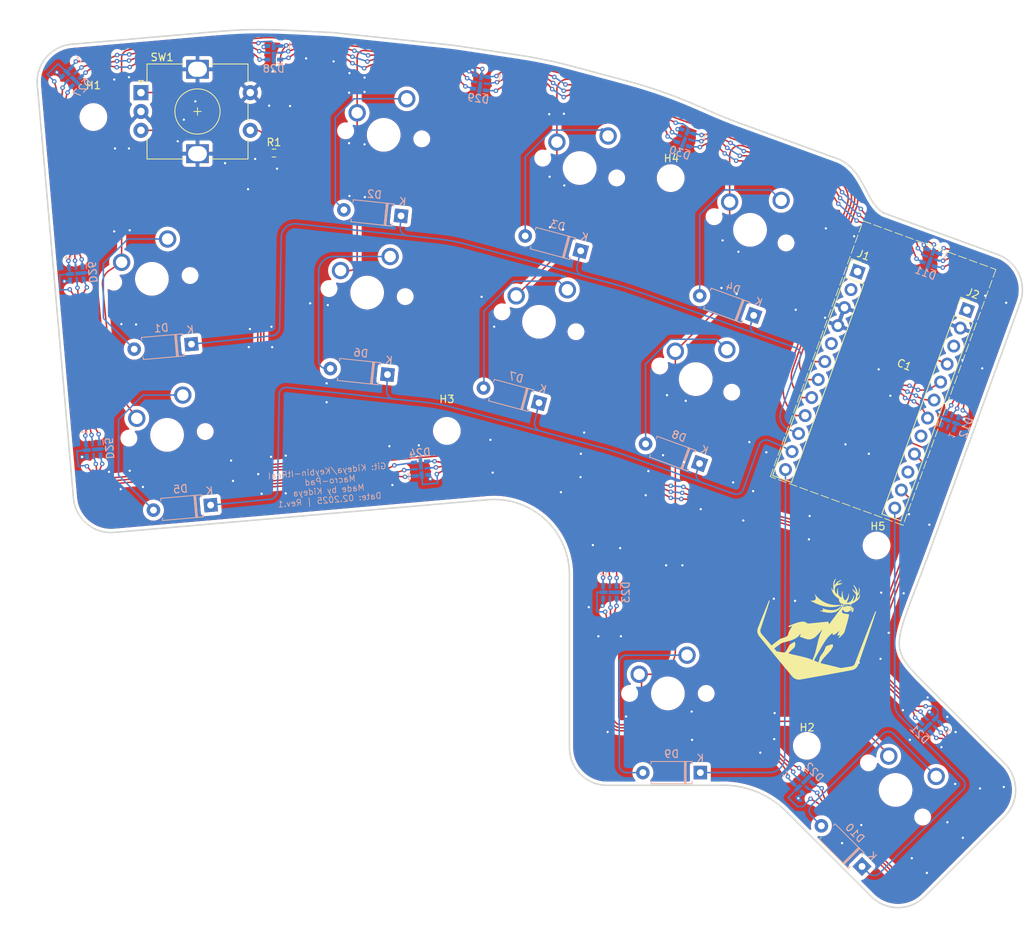
<source format=kicad_pcb>
(kicad_pcb (version 20240108) (generator "pcbnew") (generator_version "8.0")
  (layers (0 "F.Cu" signal) (31 "B.Cu" signal) (34 "B.Paste" user) (35 "F.Paste" user) (36 "B.SilkS" user "B.Silkscreen") (37 "F.SilkS" user "F.Silkscreen") (38 "B.Mask" user) (39 "F.Mask" user) (44 "Edge.Cuts" user))
  (net 0 "")
  (net 1 "Row_0")
  (net 2 "Net-(D1-A)")
  (net 3 "Net-(D2-A)")
  (net 4 "Net-(D3-A)")
  (net 5 "Net-(D4-A)")
  (net 6 "Row_1")
  (net 7 "Net-(D5-A)")
  (net 8 "Net-(D6-A)")
  (net 9 "Net-(D7-A)")
  (net 10 "Net-(D8-A)")
  (net 11 "Net-(D9-A)")
  (net 12 "Row_2")
  (net 13 "Net-(D10-A)")
  (net 14 "Row_3")
  (net 15 "5V")
  (net 16 "GND")
  (net 17 "Col_0")
  (net 18 "Col_1")
  (net 19 "Col_2")
  (net 20 "Col_3")
  (net 21 "Encoder_A")
  (net 22 "Encoder_B")
  (net 23 "Encoder_Switch")
  (net 25 "Net-(D21-CKO)")
  (net 30 "Net-(D21-SDO)")
  (net 31 "Net-(D22-SDO)")
  (net 32 "Net-(D22-CKO)")
  (net 33 "Net-(D23-CKO)")
  (net 34 "Net-(D23-SDO)")
  (net 35 "Net-(D24-SDO)")
  (net 36 "Net-(D24-CKO)")
  (net 37 "Net-(D25-CKO)")
  (net 38 "Net-(D25-SDO)")
  (net 39 "Net-(D26-CKO)")
  (net 40 "Net-(D26-SDO)")
  (net 41 "Net-(D27-CKO)")
  (net 42 "Net-(D27-SDO)")
  (net 43 "Net-(D28-CKO)")
  (net 44 "Net-(D28-SDO)")
  (net 45 "Net-(D29-CKO)")
  (net 46 "Net-(D29-SDO)")
  (net 47 "SCLK")
  (net 48 "MOSI")
  (net 50 "Net-(D11-SDO)")
  (net 51 "Net-(D11-SDI)")
  (net 52 "Net-(D11-CKO)")
  (net 53 "Net-(D11-CKI)")
  (footprint "PCM_marbastlib-mx:SW_MX_1u" (layer "F.Cu") (at 69.693915 69.493777 5)
    (property "Reference" "MX1" (hide yes))
    (property "Value" "MX_SW_solder")
  )
  (footprint "PCM_marbastlib-mx:SW_MX_1u" (layer "F.Cu") (at 141.843915 82.793777 -20)
    (property "Reference" "MX8" (hide yes))
    (property "Value" "MX_SW_solder")
  )
  (footprint "Connector_PinHeader_2.54mm:PinHeader_1x12_P2.54mm_Vertical" (layer "F.Cu") (at 163.299957 68.538766 -20)
    (property "Reference" "J1")
    (property "Value" "Conn_01x12")
  )
  (footprint "PCM_marbastlib-mx:SW_MX_1u" (layer "F.Cu") (at 71.706332 90.193777 5)
    (property "Reference" "MX5" (hide yes))
    (property "Value" "MX_SW_solder")
  )
  (footprint "PCM_marbastlib-mx:SW_MX_1u" (layer "F.Cu") (at 149.043915 62.993777 -20)
    (property "Reference" "MX4" (hide yes))
    (property "Value" "MX_SW_solder")
  )
  (footprint "Rotary_Encoder:RotaryEncoder_Alps_EC12E-Switch_Vertical_H20mm" (layer "F.Cu") (at 68.243915 44.793777)
    (property "Reference" "SW1")
    (property "Value" "RotaryEncoder_Switch_MP")
  )
  (footprint "PCM_marbastlib-mx:SW_MX_1u" (layer "F.Cu") (at 138.143915 124.493777)
    (property "Reference" "MX9" (hide yes))
    (property "Value" "MX_SW_solder")
  )
  (footprint "Capacitor_SMD:C_0201_0603Metric_Pad0.64x0.40mm_HandSolder" (layer "F.Cu") (at 171.148994 81.587983 -22)
    (property "Reference" "C1")
    (property "Value" "4.7 µF")
  )
  (footprint "PCM_marbastlib-mx:SW_MX_1u" (layer "F.Cu") (at 168.343915 137.293777 -45)
    (property "Reference" "MX10" (hide yes))
    (property "Value" "MX_SW_solder")
  )
  (footprint "PCM_marbastlib-mx:SW_MX_1u" (layer "F.Cu") (at 98.243915 71.318116 -6)
    (property "Reference" "MX6" (hide yes))
    (property "Value" "MX_SW_solder")
  )
  (footprint "PCM_marbastlib-mx:SW_MX_1u" (layer "F.Cu") (at 126.443915 54.793777 -15)
    (property "Reference" "MX3" (hide yes))
    (property "Value" "MX_SW_solder")
  )
  (footprint "MountingHole:MountingHole_3.2mm_M3" (layer "F.Cu") (at 61.933315 48.028977)
    (property "Reference" "H1")
    (property "Value" "MountingHole")
  )
  (footprint "Resistor_SMD:R_0603_1608Metric_Pad0.98x0.95mm_HandSolder" (layer "F.Cu") (at 85.8875 52.81)
    (property "Reference" "R1")
    (property "Value" "10K")
  )
  (footprint "PCM_marbastlib-mx:SW_MX_1u" (layer "F.Cu") (at 100.443915 50.393777 -6)
    (property "Reference" "MX2" (hide yes))
    (property "Value" "MX_SW_solder")
  )
  (footprint "Connector_PinHeader_2.54mm:PinHeader_1x12_P2.54mm_Vertical" (layer "F.Cu") (at 177.799958 73.638766 -20)
    (property "Reference" "J2")
    (property "Value" "Conn_01x12")
  )
  (footprint "MountingHole:MountingHole_3.2mm_M3" (layer "F.Cu") (at 156.573715 131.442577)
    (property "Reference" "H2")
    (property "Value" "MountingHole")
  )
  (footprint "MountingHole:MountingHole_3.2mm_M3" (layer "F.Cu") (at 138.514315 56.131577)
    (property "Reference" "H4")
    (property "Value" "MountingHole")
  )
  (footprint "MountingHole:MountingHole_3.2mm_M3" (layer "F.Cu") (at 108.821715 89.659577)
    (property "Reference" "H3")
    (property "Value" "MountingHole")
  )
  (footprint "MountingHole:MountingHole_3.2mm_M3" (layer "F.Cu") (at 165.819315 104.874177)
    (property "Reference" "H5")
    (property "Value" "MountingHole")
  )
  (footprint "PCM_marbastlib-mx:SW_MX_1u" (layer "F.Cu") (at 121.043915 75.193777 -15)
    (property "Reference" "MX7" (hide yes))
    (property "Value" "MX_SW_solder")
  )
  (footprint "LED_SMD:LED-APA102-2020" (layer "B.Cu") (at 85.848315 39.505577 180)
    (property "Reference" "D28")
    (property "Value" "APA102-2020")
  )
  (footprint "LED_SMD:LED-APA102-2020" (layer "B.Cu") (at 105.411575 94.676936 5)
    (property "Reference" "D24")
    (property "Value" "APA102-2020")
  )
  (footprint "LED_SMD:LED-APA102-2020" (layer "B.Cu") (at 59.669833 68.787012 -85)
    (property "Reference" "D26")
    (property "Value" "APA102-2020")
  )
  (footprint "Diode_THT:D_A-405_P7.62mm_Horizontal" (layer "B.Cu") (at 126.574092 65.779877 165)
    (property "Reference" "D3")
    (property "Value" "D")
  )
  (footprint "Diode_THT:D_A-405_P7.62mm_Horizontal" (layer "B.Cu") (at 100.943915 82.193777 174)
    (property "Reference" "D6")
    (property "Value" "D")
  )
  (footprint "Diode_THT:D_A-405_P7.62mm_Horizontal" (layer "B.Cu") (at 74.939417 78.161714 -175)
    (property "Reference" "D1")
    (property "Value" "D")
  )
  (footprint "Diode_THT:D_A-405_P7.62mm_Horizontal" (layer "B.Cu") (at 142.343915 93.993777 160)
    (property "Reference" "D8")
    (property "Value" "D")
  )
  (footprint "LED_SMD:LED-APA102-2020" (layer "B.Cu") (at 175.55497 88.3597 70)
    (property "Reference" "D12")
    (property "Value" "APA102-2020")
  )
  (footprint "LED_SMD:LED-APA102-2020" (layer "B.Cu") (at 130.443915 111.071777 -90)
    (property "Reference" "D23")
    (property "Value" "APA102-2020")
  )
  (footprint "LED_SMD:LED-APA102-2020" (layer "B.Cu") (at 173.030814 128.406879 135)
    (property "Reference" "D21")
    (property "Value" "APA102-2020")
  )
  (footprint "LED_SMD:LED-APA102-2020" (layer "B.Cu") (at 140.440238 50.790122 160)
    (property "Reference" "D30")
    (property "Value" "APA102-2020")
  )
  (footprint "Diode_THT:D_A-405_P7.62mm_Horizontal" (layer "B.Cu") (at 121.043915 85.943777 165)
    (property "Reference" "D7")
    (property "Value" "D")
  )
  (footprint "LED_SMD:LED-APA102-2020" (layer "B.Cu") (at 156.030813 136.406878 -45)
    (property "Reference" "D22")
    (property "Value" "APA102-2020")
  )
  (footprint "LED_SMD:LED-APA102-2020" (layer "B.Cu") (at 113.278202 43.491499 172)
    (property "Reference" "D29")
    (property "Value" "APA102-2020")
  )
  (footprint "Diode_THT:D_A-405_P7.62mm_Horizontal" (layer "B.Cu") (at 102.743915 61.143777 174)
    (property "Reference" "D2")
    (property "Value" "D")
  )
  (footprint "Diode_THT:D_A-405_P7.62mm_Horizontal" (layer "B.Cu") (at 142.443915 134.993777 180)
    (property "Reference" "D9")
    (property "Value" "D")
  )
  (footprint "Diode_THT:D_A-405_P7.62mm_Horizontal" (layer "B.Cu") (at 149.524144 74.346874 160)
    (property "Reference" "D4")
    (property "Value" "D")
  )
  (footprint "LED_SMD:LED-APA102-2020" (layer "B.Cu") (at 61.903915 92.153777 -85)
    (property "Reference" "D25")
    (property "Value" "APA102-2020")
  )
  (footprint "LED_SMD:LED-APA102-2020" (layer "B.Cu") (at 173.043958 66.719583 160)
    (property "Reference" "D11")
    (property "Value" "APA102-2020")
  )
  (footprint "LED_SMD:LED-APA102-2020" (layer "B.Cu") (at 59.023108 42.70577 -135)
    (property "Reference" "D27")
    (property "Value" "APA102-2020")
  )
  (footprint "Diode_THT:D_A-405_P7.62mm_Horizontal" (layer "B.Cu") (at 163.893915 147.443777 135)
    (property "Reference" "D10")
    (property "Value" "D")
  )
  (footprint "Diode_THT:D_A-405_P7.62mm_Horizontal" (layer "B.Cu") (at 77.489417 99.511714 -175)
    (property "Reference" "D5")
    (property "Value" "D")
  )
  (gr_poly (pts (xy 165.77503 113.623776) (xy 165.774268 113.623498) (xy 165.774385 113.623136)) (stroke (width -0.000001)) (fill solid) (layer "F.SilkS"))
  (gr_poly (pts (xy 161.097634 112.974791) (xy 161.099527 112.975739) (xy 161.101337 112.976787) (xy 161.103066 112.977931) (xy 161.104711 112.979162) (xy 161.106269 112.980478) (xy 161.107739 112.981874) (xy 161.109118 112.983344) (xy 161.110408 112.984887) (xy 161.111604 112.986493) (xy 161.112703 112.98816) (xy 161.113706 112.989883) (xy 161.114612 112.991656) (xy 161.115417 112.993475) (xy 161.116121 112.995338) (xy 161.116721 112.997235) (xy 161.117216 112.999165) (xy 161.117602 113.001122) (xy 161.117882 113.003101) (xy 161.118049 113.005096) (xy 161.118105 113.007106) (xy 161.118047 113.009121) (xy 161.117873 113.011139) (xy 161.117581 113.013156) (xy 161.117171 113.015168) (xy 161.116639 113.017166) (xy 161.115984 113.019149) (xy 161.115206 113.021111) (xy 161.1143 113.023047) (xy 161.113267 113.024951) (xy 161.112105 113.026821) (xy 161.083712 113.068856) (xy 160.982891 113.212063) (xy 160.921546 113.288871) (xy 160.851025 113.366604) (xy 160.769916 113.443358) (xy 160.676803 113.517222) (xy 160.570275 113.586292) (xy 160.448917 113.64866) (xy 160.382237 113.676733) (xy 160.311318 113.702418) (xy 160.235985 113.725472) (xy 160.15606 113.745659) (xy 160.071367 113.76274) (xy 159.981732 113.776476) (xy 159.886974 113.78663) (xy 159.786919 113.792964) (xy 159.681389 113.795237) (xy 159.570208 113.793212) (xy 159.453199 113.786651) (xy 159.330186 113.775316) (xy 159.20099 113.758967) (xy 159.065439 113.737365) (xy 158.923351 113.710276) (xy 158.774552 113.677457) (xy 158.722309 113.663522) (xy 158.655986 113.643575) (xy 158.582068 113.620044) (xy 158.507046 113.595352) (xy 158.325624 113.533491) (xy 158.323651 113.532749) (xy 158.321832 113.531869) (xy 158.320171 113.530859) (xy 158.318662 113.529731) (xy 158.317306 113.528497) (xy 158.3161 113.527165) (xy 158.315043 113.525747) (xy 158.314134 113.524252) (xy 158.313368 113.522695) (xy 158.312747 113.521084) (xy 158.312267 113.519429) (xy 158.311929 113.517742) (xy 158.311729 113.516031) (xy 158.311665 113.514311) (xy 158.311738 113.51259) (xy 158.311945 113.510879) (xy 158.312284 113.509188) (xy 158.312753 113.507531) (xy 158.313352 113.505914) (xy 158.314076 113.504351) (xy 158.314928 113.502851) (xy 158.315904 113.501425) (xy 158.317 113.500087) (xy 158.318218 113.498842) (xy 158.319555 113.497704) (xy 158.321011 113.496683) (xy 158.322581 113.49579) (xy 158.324264 113.495035) (xy 158.326061 113.494431) (xy 158.327968 113.493984) (xy 158.329985 113.49371) (xy 158.332109 113.493616) (xy 158.661385 113.495207) (xy 158.664395 113.495151) (xy 158.667353 113.494922) (xy 158.670253 113.494524) (xy 158.673096 113.49396) (xy 158.675871 113.493237) (xy 158.678577 113.49236) (xy 158.68121 113.491335) (xy 158.683764 113.490165) (xy 158.686235 113.488861) (xy 158.688622 113.487421) (xy 158.690916 113.485857) (xy 158.693116 113.48417) (xy 158.695216 113.482368) (xy 158.697214 113.480456) (xy 158.699103 113.478439) (xy 158.700878 113.47632) (xy 158.702539 113.474109) (xy 158.704078 113.471807) (xy 158.70549 113.469423) (xy 158.706775 113.46696) (xy 158.707927 113.464425) (xy 158.708939 113.461821) (xy 158.709808 113.459156) (xy 158.710534 113.456434) (xy 158.711106 113.453662) (xy 158.711525 113.450842) (xy 158.711782 113.447984) (xy 158.711877 113.44509) (xy 158.711803 113.442166) (xy 158.71156 113.439219) (xy 158.711137 113.436252) (xy 158.710535 113.433272) (xy 158.663017 113.233099) (xy 158.662716 113.231592) (xy 158.662522 113.230103) (xy 158.662434 113.228638) (xy 158.662449 113.227198) (xy 158.662561 113.225785) (xy 158.662769 113.224403) (xy 158.663069 113.223055) (xy 158.663455 113.221745) (xy 158.663928 113.220474) (xy 158.664481 113.219246) (xy 158.665112 113.218065) (xy 158.665815 113.216932) (xy 158.66659 113.215851) (xy 158.66743 113.214825) (xy 158.668334 113.213858) (xy 158.669297 113.212949) (xy 158.670317 113.212105) (xy 158.671389 113.211327) (xy 158.67251 113.21062) (xy 158.673676 113.209987) (xy 158.674884 113.209426) (xy 158.67613 113.208944) (xy 158.677411 113.208546) (xy 158.678722 113.208231) (xy 158.680063 113.208002) (xy 158.681426 113.207865) (xy 158.68281 113.207821) (xy 158.68421 113.207872) (xy 158.685625 113.208024) (xy 158.687049 113.208279) (xy 158.68848 113.208636) (xy 158.689913 113.209103) (xy 158.929915 113.298144) (xy 159.035109 113.329729) (xy 159.228309 113.374362) (xy 159.350798 113.396661) (xy 159.486752 113.416329) (xy 159.633325 113.431407) (xy 159.787673 113.439924) (xy 159.946947 113.439923) (xy 160.108303 113.429437) (xy 160.188872 113.419648) (xy 160.268897 113.406502) (xy 160.348017 113.389753) (xy 160.425878 113.369153) (xy 160.502127 113.344461) (xy 160.576407 113.315431) (xy 160.648362 113.281814) (xy 160.717634 113.243367) (xy 160.783871 113.199844) (xy 160.846714 113.151001) (xy 160.905811 113.09659) (xy 160.960803 113.036368) (xy 160.964231 113.032553) (xy 160.968526 113.028226) (xy 160.973539 113.023488) (xy 160.979118 113.018446) (xy 160.991377 113.007867) (xy 161.004101 112.99733) (xy 161.016089 112.98767) (xy 161.026142 112.979732) (xy 161.035624 112.972376) (xy 161.035777 112.97201) (xy 161.037618 112.970592) (xy 161.039526 112.969301) (xy 161.041494 112.968137) (xy 161.043518 112.967106) (xy 161.04559 112.966205) (xy 161.047704 112.965438) (xy 161.049857 112.964804) (xy 161.05204 112.964308) (xy 161.054244 112.963947) (xy 161.056468 112.963729) (xy 161.058705 112.963649) (xy 161.060948 112.96371) (xy 161.06319 112.963916) (xy 161.065425 112.964265) (xy 161.067649 112.964762) (xy 161.069854 112.965407) (xy 161.093613 112.973209) (xy 161.095662 112.973944)) (stroke (width -0.000001)) (fill solid) (layer "F.SilkS"))
  (gr_poly (pts (xy 157.647034 111.339373) (xy 157.649418 111.340589) (xy 157.651779 111.342063) (xy 157.703269 111.412904) (xy 157.85802 111.597317) (xy 157.974247 111.718935) (xy 158.116445 111.853131) (xy 158.284667 111.994634) (xy 158.478964 112.138174) (xy 158.699388 112.278479) (xy 158.945991 112.410278) (xy 159.218825 112.528298) (xy 159.365095 112.580495) (xy 159.517941 112.627271) (xy 159.677374 112.667966) (xy 159.843395 112.701922) (xy 160.016013 112.728479) (xy 160.195234 112.746981) (xy 160.381066 112.756767) (xy 160.573514 112.757177) (xy 160.772584 112.747555) (xy 160.978285 112.72724) (xy 160.978527 112.72775) (xy 160.980241 112.727624) (xy 160.981911 112.72764) (xy 160.983536 112.727792) (xy 160.985115 112.728077) (xy 160.986641 112.728485) (xy 160.988117 112.729014) (xy 160.989541 112.729659) (xy 160.990907 112.73041) (xy 160.992215 112.731264) (xy 160.993464 112.732215) (xy 160.994651 112.733258) (xy 160.995776 112.734386) (xy 160.996832 112.735595) (xy 160.997821 112.736877) (xy 160.998741 112.738227) (xy 160.999589 112.739643) (xy 161.000362 112.741113) (xy 161.00106 112.742637) (xy 161.00168 112.744204) (xy 161.002218 112.745813) (xy 161.002677 112.747456) (xy 161.003049 112.749126) (xy 161.003335 112.750822) (xy 161.003534 112.752533) (xy 161.003643 112.754258) (xy 161.003658 112.755986) (xy 161.00358 112.757718) (xy 161.003406 112.759442) (xy 161.003132 112.761155) (xy 161.002759 112.762852) (xy 161.002281 112.764527) (xy 161.001701 112.766173) (xy 160.965831 112.856591) (xy 160.96545 112.857474) (xy 160.96504 112.858333) (xy 160.964601 112.859166) (xy 160.964136 112.859974) (xy 160.963642 112.860758) (xy 160.963123 112.861518) (xy 160.962576 112.862254) (xy 160.962008 112.862967) (xy 160.961414 112.863657) (xy 160.960798 112.864324) (xy 160.960159 112.86497) (xy 160.959499 112.865594) (xy 160.958116 112.866776) (xy 160.956657 112.867877) (xy 160.955129 112.868897) (xy 160.953539 112.86984) (xy 160.95189 112.870709) (xy 160.95019 112.871508) (xy 160.948447 112.872237) (xy 160.946664 112.872901) (xy 160.94485 112.873504) (xy 160.943012 112.874048) (xy 160.752065 112.925913) (xy 160.557775 112.969174) (xy 160.359467 113.003055) (xy 160.15647 113.026784) (xy 159.948112 113.039591) (xy 159.733721 113.040698) (xy 159.512624 113.029336) (xy 159.284152 113.00473) (xy 159.04763 112.96611) (xy 158.802387 112.912699) (xy 158.547749 112.843725) (xy 158.283048 112.758418) (xy 158.00761 112.656002) (xy 157.720762 112.535706) (xy 157.421834 112.396753) (xy 157.110151 112.238378) (xy 157.107639 112.236913) (xy 157.105346 112.235309) (xy 157.103268 112.233579) (xy 157.101402 112.231735) (xy 157.099748 112.229789) (xy 157.098297 112.227755) (xy 157.097051 112.225643) (xy 157.096006 112.22347) (xy 157.095159 112.221244) (xy 157.094507 112.218979) (xy 157.094048 112.216689) (xy 157.093777 112.214385) (xy 157.093693 112.212082) (xy 157.093793 112.209789) (xy 157.094073 112.207522) (xy 157.094532 112.205293) (xy 157.095164 112.203113) (xy 157.095968 112.200995) (xy 157.096942 112.198955) (xy 157.098081 112.197) (xy 157.099384 112.195148) (xy 157.100848 112.193407) (xy 157.102468 112.191792) (xy 157.104243 112.190317) (xy 157.106171 112.188993) (xy 157.108246 112.187831) (xy 157.110466 112.186848) (xy 157.112832 112.186053) (xy 157.115335 112.185458) (xy 157.117977 112.185078) (xy 157.120753 112.184925) (xy 157.123662 112.185013) (xy 157.168611 112.187664) (xy 157.215523 112.188842) (xy 157.264277 112.188336) (xy 157.31475 112.185931) (xy 157.340595 112.183948) (xy 157.366823 112.181416) (xy 157.393423 112.178299) (xy 157.420376 112.174578) (xy 157.447669 112.170222) (xy 157.475287 112.165206) (xy 157.503213 112.159504) (xy 157.531434 112.153087) (xy 157.531559 112.152979) (xy 157.531688 112.152883) (xy 157.531824 112.152795) (xy 157.531962 112.152718) (xy 157.532105 112.152649) (xy 157.532251 112.152591) (xy 157.532401 112.152538) (xy 157.532554 112.152492) (xy 157.532711 112.152451) (xy 157.532869 112.152417) (xy 157.533027 112.152387) (xy 157.533189 112.15236) (xy 157.533515 112.152315) (xy 157.533844 112.152274) (xy 157.54733 112.14866) (xy 157.560504 112.144451) (xy 157.573358 112.139663) (xy 157.585876 112.134317) (xy 157.598054 112.128427) (xy 157.609878 112.122014) (xy 157.62134 112.115091) (xy 157.632427 112.107679) (xy 157.64313 112.099793) (xy 157.653441 112.091453) (xy 157.672841 112.073471) (xy 157.690542 112.053877) (xy 157.706467 112.032809) (xy 157.72053 112.010404) (xy 157.732652 111.986805) (xy 157.74275 111.962148) (xy 157.750743 111.936573) (xy 157.756551 111.910222) (xy 157.760091 111.88323) (xy 157.760985 111.869537) (xy 157.761279 111.855738) (xy 157.760968 111.841848) (xy 157.760039 111.827885) (xy 157.758433 111.811251) (xy 157.757559 111.802867) (xy 157.757076 111.798684) (xy 157.756555 111.794518) (xy 157.752036 111.762316) (xy 157.746628 111.730918) (xy 157.74039 111.700324) (xy 157.733386 111.670546) (xy 157.725678 111.64159) (xy 157.717325 111.613464) (xy 157.708391 111.586175) (xy 157.698936 111.559732) (xy 157.689024 111.534141) (xy 157.678713 111.509412) (xy 157.668068 111.485549) (xy 157.657148 111.462562) (xy 157.646014 111.440456) (xy 157.634732 111.419243) (xy 157.623358 111.398926) (xy 157.611958 111.379515) (xy 157.610605 111.377068) (xy 157.609518 111.374614) (xy 157.608681 111.372164) (xy 157.608091 111.369725) (xy 157.607733 111.367309) (xy 157.607601 111.364921) (xy 157.607685 111.362571) (xy 157.607974 111.360268) (xy 157.608457 111.358021) (xy 157.609129 111.355839) (xy 157.609978 111.35373) (xy 157.610994 111.351704) (xy 157.612167 111.349768) (xy 157.61349 111.347932) (xy 157.614951 111.346206) (xy 157.616541 111.344599) (xy 157.618251 111.343115) (xy 157.620071 111.34177) (xy 157.621992 111.340566) (xy 157.624003 111.339517) (xy 157.626098 111.338629) (xy 157.628263 111.337912) (xy 157.630491 111.337374) (xy 157.632772 111.337024) (xy 157.635095 111.336872) (xy 157.637454 111.336926) (xy 157.639836 111.337194) (xy 157.642234 111.337684) (xy 157.644636 111.338407)) (stroke (width -0.000001)) (fill solid) (layer "F.SilkS"))
  (gr_poly (pts (xy 161.142623 109.479111) (xy 161.149997 109.485342) (xy 161.154929 109.493642) (xy 161.157244 109.504132) (xy 161.156772 109.51693) (xy 161.154955 109.52071) (xy 161.150579 109.525258) (xy 161.134815 109.536569) (xy 161.110828 109.550676) (xy 161.079956 109.567395) (xy 161.002944 109.607936) (xy 160.914521 109.656719) (xy 160.869389 109.68374) (xy 160.825436 109.712268) (xy 160.784006 109.742121) (xy 160.746437 109.773112) (xy 160.729524 109.788978) (xy 160.714078 109.805059) (xy 160.700272 109.821333) (xy 160.688272 109.837776) (xy 160.678245 109.854367) (xy 160.670359 109.871082) (xy 160.664783 109.887897) (xy 160.661684 109.904788) (xy 161.295998 109.866627) (xy 161.270664 109.897496) (xy 161.242164 109.924745) (xy 161.210778 109.948737) (xy 161.176785 109.969838) (xy 161.140459 109.988417) (xy 161.102076 110.004838) (xy 161.061917 110.01947) (xy 161.020255 110.032678) (xy 160.933537 110.056286) (xy 160.844137 110.078597) (xy 160.754274 110.102542) (xy 160.666162 110.131052) (xy 160.623455 110.147936) (xy 160.582017 110.16706) (xy 160.542127 110.188792) (xy 160.504059 110.213497) (xy 160.46809 110.241542) (xy 160.434499 110.273295) (xy 160.403562 110.309119) (xy 160.375557 110.349384) (xy 160.350758 110.394456) (xy 160.329445 110.444698) (xy 160.311896 110.500481) (xy 160.298386 110.562169) (xy 160.28919 110.630129) (xy 160.28459 110.704729) (xy 160.284859 110.786332) (xy 160.290274 110.875305) (xy 160.291612 110.886316) (xy 160.293896 110.898685) (xy 160.301096 110.927004) (xy 160.311468 110.959255) (xy 160.32461 110.994439) (xy 160.340112 111.031549) (xy 160.357572 111.069582) (xy 160.376584 111.107532) (xy 160.396744 111.144394) (xy 160.417644 111.179167) (xy 160.438882 111.210845) (xy 160.460049 111.238422) (xy 160.470481 111.25036) (xy 160.480742 111.260896) (xy 160.490783 111.269904) (xy 160.500556 111.277261) (xy 160.510005 111.282837) (xy 160.519084 111.286513) (xy 160.527739 111.288157) (xy 160.535921 111.287647) (xy 160.543581 111.284855) (xy 160.550664 111.279659) (xy 160.554743 111.269984) (xy 160.558061 111.250148) (xy 160.563351 111.18463) (xy 160.575127 110.982679) (xy 160.585374 110.864801) (xy 160.592408 110.805693) (xy 160.601029 110.748019) (xy 160.611473 110.692939) (xy 160.623975 110.64161) (xy 160.638771 110.595196) (xy 160.656093 110.554853) (xy 160.66501 110.539224) (xy 160.672536 110.530361) (xy 160.678802 110.527892) (xy 160.683939 110.531454) (xy 160.68808 110.540677) (xy 160.691355 110.555194) (xy 160.695829 110.598635) (xy 160.705312 110.910591) (xy 160.710825 111.008416) (xy 160.719692 111.108289) (xy 160.732965 111.207269) (xy 160.75169 111.302416) (xy 160.763427 111.347632) (xy 160.77692 111.390784) (xy 160.792302 111.431508) (xy 160.809701 111.469433) (xy 160.829253 111.504196) (xy 160.851085 111.535423) (xy 160.87533 111.562748) (xy 160.902119 111.585807) (xy 160.923024 111.602684) (xy 160.958498 111.62852) (xy 161.0035 111.659595) (xy 161.052981 111.69219) (xy 161.101898 111.722577) (xy 161.124569 111.735782) (xy 161.145209 111.74704) (xy 161.163184 111.755884) (xy 161.177866 111.761853) (xy 161.183773 111.763613) (xy 161.188623 111.764481) (xy 161.192334 111.764394) (xy 161.194826 111.763298) (xy 161.196115 111.761144) (xy 161.197198 111.757211) (xy 161.198791 111.744433) (xy 161.200061 111.702134) (xy 161.199486 111.643039) (xy 161.197916 111.573785) (xy 161.195191 111.431367) (xy 161.195735 111.371481) (xy 161.196855 111.347272) (xy 161.198683 111.327996) (xy 161.204636 111.287111) (xy 161.212007 111.242642) (xy 161.22067 111.195899) (xy 161.230498 111.148199) (xy 161.241361 111.100858) (xy 161.253137 111.055188) (xy 161.265696 111.012508) (xy 161.272231 110.992697) (xy 161.278912 110.974128) (xy 161.298575 110.925926) (xy 161.314211 110.895931) (xy 161.320636 110.887155) (xy 161.3262 110.882203) (xy 161.330949 110.880835) (xy 161.334929 110.882808) (xy 161.33819 110.887878) (xy 161.34078 110.895805) (xy 161.344136 110.919263) (xy 161.345382 110.951242) (xy 161.344898 110.989804) (xy 161.324793 111.302942) (xy 161.326919 111.344933) (xy 161.331976 111.394613) (xy 161.339838 111.450593) (xy 161.350372 111.511479) (xy 161.363454 111.575881) (xy 161.378953 111.642407) (xy 161.396742 111.709666) (xy 161.416693 111.776262) (xy 161.438679 111.84081) (xy 161.46257 111.901914) (xy 161.488237 111.958183) (xy 161.501696 111.98407) (xy 161.515553 112.008225) (xy 161.529788 112.030478) (xy 161.544389 112.050651) (xy 161.559337 112.068571) (xy 161.574617 112.084065) (xy 161.590212 112.096959) (xy 161.606109 112.107079) (xy 161.62229 112.114251) (xy 161.638738 112.118301) (xy 161.654843 112.119503) (xy 161.670948 112.118509) (xy 161.687028 112.115427) (xy 161.703062 112.110364) (xy 161.719022 112.103428) (xy 161.734888 112.094724) (xy 161.750633 112.084364) (xy 161.766235 112.07245) (xy 161.796909 112.044398) (xy 161.826722 112.011426) (xy 161.855479 111.974392) (xy 161.882988 111.934155) (xy 161.909062 111.891574) (xy 161.933505 111.847506) (xy 161.956127 111.80281) (xy 161.976735 111.758344) (xy 161.995137 111.714965) (xy 162.011144 111.673532) (xy 162.024562 111.634905) (xy 162.0352 111.599942) (xy 162.040294 111.572402) (xy 162.048178 111.522591) (xy 162.058578 111.459472) (xy 162.071228 111.392011) (xy 162.078313 111.359452) (xy 162.085859 111.32917) (xy 162.093834 111.302282) (xy 162.102203 111.279912) (xy 162.106523 111.270772) (xy 162.110932 111.263182) (xy 162.11542 111.257278) (xy 162.119988 111.253208) (xy 162.124628 111.251104) (xy 162.129338 111.251112) (xy 162.134112 111.253368) (xy 162.138948 111.258014) (xy 162.142813 111.264217) (xy 162.146108 111.272727) (xy 162.151081 111.296088) (xy 162.15407 111.326928) (xy 162.155272 111.364072) (xy 162.154894 111.406349) (xy 162.153131 111.452585) (xy 162.14626 111.552253) (xy 162.136271 111.653694) (xy 162.124766 111.747531) (xy 162.113353 111.824387) (xy 162.103643 111.874882) (xy 162.097152 111.89939) (xy 162.089811 111.923471) (xy 162.081722 111.947135) (xy 162.072985 111.970398) (xy 162.053981 112.015766) (xy 162.033612 112.059686) (xy 161.992044 112.143616) (xy 161.972475 112.183837) (xy 161.954802 112.223043) (xy 161.939839 112.26134) (xy 161.933629 112.280184) (xy 161.928403 112.298838) (xy 161.924263 112.31732) (xy 161.92131 112.335641) (xy 161.919645 112.353818) (xy 161.919373 112.37186) (xy 161.920593 112.389784) (xy 161.923408 112.407603) (xy 161.927919 112.425329) (xy 161.93423 112.442976) (xy 161.942441 112.460557) (xy 161.952655 112.478089) (xy 161.964971 112.495581) (xy 161.979495 112.513048) (xy 162.040205 112.46794) (xy 162.084152 112.435506) (xy 162.108775 112.417774) (xy 162.119785 112.411398) (xy 162.131388 112.405654) (xy 162.143489 112.40045) (xy 162.155994 112.395695) (xy 162.168813 112.391296) (xy 162.181846 112.387159) (xy 162.208193 112.379306) (xy 162.23428 112.371402) (xy 162.246993 112.367199) (xy 162.259359 112.362704) (xy 162.271286 112.357826) (xy 162.282678 112.352475) (xy 162.293445 112.346555) (xy 162.298563 112.343353) (xy 162.303489 112.339976) (xy 162.322308 112.324736) (xy 162.344664 112.303816) (xy 162.36997 112.277923) (xy 162.397644 112.247773) (xy 162.45775 112.177567) (xy 162.520304 112.098912) (xy 162.580627 112.017523) (xy 162.608487 111.977591) (xy 162.634035 111.939117) (xy 162.656688 111.902819) (xy 162.675854 111.869412) (xy 162.690956 111.839605) (xy 162.701404 111.81412) (xy 162.759111 111.576966) (xy 162.76823 111.54852) (xy 162.777402 111.525492) (xy 162.781973 111.516491) (xy 162.786516 111.509424) (xy 162.791019 111.504483) (xy 162.795465 111.50186) (xy 162.799843 111.501753) (xy 162.804137 111.504348) (xy 162.808334 111.509844) (xy 162.812419 111.51843) (xy 162.81638 111.530302) (xy 162.820203 111.545653) (xy 162.827377 111.587559) (xy 162.831368 111.627968) (xy 162.832613 111.669259) (xy 162.831297 111.711257) (xy 162.827612 111.753789) (xy 162.821748 111.79668) (xy 162.813894 111.839752) (xy 162.804241 111.882831) (xy 162.79298 111.925742) (xy 162.780299 111.968312) (xy 162.766388 112.010362) (xy 162.751439 112.051717) (xy 162.735641 112.092204) (xy 162.702255 112.169869) (xy 162.667753 112.241956) (xy 162.692675 112.234805) (xy 162.716814 112.226081) (xy 162.740173 112.215843) (xy 162.762757 112.204143) (xy 162.784568 112.191039) (xy 162.805609 112.176585) (xy 162.825883 112.160841) (xy 162.845393 112.143857) (xy 162.882137 112.1064) (xy 162.915865 112.064661) (xy 162.946605 112.019087) (xy 162.974381 111.970123) (xy 162.999222 111.918213) (xy 163.021148 111.863804) (xy 163.040192 111.807341) (xy 163.056374 111.749272) (xy 163.069724 111.690038) (xy 163.080265 111.630086) (xy 163.088023 111.569866) (xy 163.093028 111.509817) (xy 163.093743 111.486621) (xy 163.093101 111.463977) (xy 163.091163 111.441864) (xy 163.087996 111.420264) (xy 163.083667 111.399159) (xy 163.078238 111.378531) (xy 163.071776 111.358358) (xy 163.064348 111.338625) (xy 163.056016 111.31931) (xy 163.046848 111.300393) (xy 163.026263 111.263687) (xy 163.003113 111.228354) (xy 162.977922 111.194244) (xy 162.951212 111.161204) (xy 162.923508 111.129084) (xy 162.867204 111.066996) (xy 162.81319 111.006772) (xy 162.788349 110.97698) (xy 162.76565 110.9472) (xy 162.716104 110.875515) (xy 162.680625 110.820556) (xy 162.663203 110.791765) (xy 162.647133 110.76342) (xy 162.633273 110.736514) (xy 162.622477 110.712036) (xy 162.618496 110.701017) (xy 162.615602 110.690976) (xy 162.613901 110.682038) (xy 162.613503 110.674328) (xy 162.61451 110.667965) (xy 162.617034 110.663077) (xy 162.621178 110.659787) (xy 162.627054 110.65822) (xy 162.634763 110.658497) (xy 162.644417 110.660744) (xy 162.656119 110.665083) (xy 162.669978 110.671639) (xy 162.684128 110.680934) (xy 162.704087 110.696963) (xy 162.757939 110.744993) (xy 162.897039 110.875286) (xy 162.968371 110.940605) (xy 163.001437 110.969602) (xy 163.031612 110.994745) (xy 163.058023 111.014974) (xy 163.079802 111.029231) (xy 163.088684 111.033789) (xy 163.096078 111.036458) (xy 163.101882 111.037104) (xy 163.105985 111.035593) (xy 163.109793 111.030358) (xy 163.11203 111.022334) (xy 163.112786 111.011703) (xy 163.112143 110.998646) (xy 163.107022 110.965981) (xy 163.097369 110.925788) (xy 163.083884 110.879521) (xy 163.06727 110.828626) (xy 163.048224 110.774555) (xy 163.02745 110.718757) (xy 162.983518 110.607789) (xy 162.941078 110.507323) (xy 162.905739 110.42896) (xy 162.892483 110.401693) (xy 162.883105 110.384305) (xy 162.870302 110.367911) (xy 162.845292 110.338041) (xy 162.813713 110.299395) (xy 162.797226 110.278252) (xy 162.781213 110.256677) (xy 162.76638 110.235261) (xy 162.753434 110.214589) (xy 162.743076 110.19525) (xy 162.739091 110.186265) (xy 162.736017 110.177832) (xy 162.733941 110.170027) (xy 162.732957 110.162921) (xy 162.733149 110.156591) (xy 162.734606 110.151108) (xy 162.737415 110.146545) (xy 162.741666 110.142977) (xy 162.747448 110.140477) (xy 162.754845 110.139119) (xy 162.769176 110.139299) (xy 162.78425 110.142343) (xy 162.799999 110.148094) (xy 162.816354 110.156399) (xy 162.833247 110.1671) (xy 162.850609 110.180046) (xy 162.868371 110.195082) (xy 162.886466 110.212049) (xy 162.923376 110.251165) (xy 162.960791 110.296158) (xy 162.998163 110.345786) (xy 163.03494 110.398811) (xy 163.070577 110.453996) (xy 163.104522 110.510097) (xy 163.13623 110.56588) (xy 163.165146 110.620103) (xy 163.190728 110.671528) (xy 163.212425 110.718916) (xy 163.229683 110.761026) (xy 163.24196 110.796621) (xy 163.2458 110.811446) (xy 163.250269 110.831873) (xy 163.260715 110.885943) (xy 163.285013 111.021825) (xy 163.297357 111.089282) (xy 163.308828 111.146843) (xy 163.314002 111.169672) (xy 163.318673 111.187334) (xy 163.322751 111.198931) (xy 163.324538 111.202178) (xy 163.326141 111.203571) (xy 163.335087 111.204756) (xy 163.343902 111.203512) (xy 163.352576 111.199974) (xy 163.361098 111.19428) (xy 163.369459 111.186567) (xy 163.377642 111.176972) (xy 163.385643 111.165634) (xy 163.393447 111.152686) (xy 163.408424 111.122518) (xy 163.422488 111.087567) (xy 163.435552 111.048929) (xy 163.447528 111.0077) (xy 163.45833 110.964983) (xy 163.46787 110.92187) (xy 163.476063 110.87946) (xy 163.482819 110.838851) (xy 163.488055 110.801141) (xy 163.491679 110.767424) (xy 163.493608 110.738802) (xy 163.493754 110.716371) (xy 163.464792 110.538632) (xy 163.462618 110.514974) (xy 163.462039 110.494581) (xy 163.462467 110.485945) (xy 163.463437 110.478528) (xy 163.464998 110.472463) (xy 163.467194 110.467886) (xy 163.470077 110.464932) (xy 163.473692 110.463735) (xy 163.47809 110.464429) (xy 163.483315 110.467147) (xy 163.489416 110.472024) (xy 163.49644 110.479199) (xy 163.504438 110.4888) (xy 163.513454 110.500964) (xy 163.525204 110.518983) (xy 163.535899 110.538232) (xy 163.545565 110.558631) (xy 163.554222 110.580104) (xy 163.568601 110.625968) (xy 163.579221 110.675204) (xy 163.586264 110.727197) (xy 163.589911 110.781329) (xy 163.590347 110.836984) (xy 163.587754 110.893547) (xy 163.582311 110.950399) (xy 163.574204 111.006926) (xy 163.563616 111.062508) (xy 163.550725 111.116531) (xy 163.535719 111.168377) (xy 163.518775 111.217431) (xy 163.500077 111.263074) (xy 163.479809 111.304691) (xy 163.471583 111.318791) (xy 163.461898 111.333327) (xy 163.451001 111.348206) (xy 163.439127 111.363333) (xy 163.413421 111.393954) (xy 163.386704 111.424432) (xy 163.360908 111.45402) (xy 163.348957 111.468244) (xy 163.337959 111.481962) (xy 163.328154 111.495078) (xy 163.319783 111.5075) (xy 163.313086 111.519136) (xy 163.308307 111.529888) (xy 163.303657 111.5502) (xy 163.296683 111.58949) (xy 163.279748 111.699148) (xy 163.271779 111.756591) (xy 163.265471 111.80716) (xy 163.261819 111.844392) (xy 163.261301 111.855988) (xy 163.261821 111.861824) (xy 163.264258 111.865955) (xy 163.267721 111.868614) (xy 163.272137 111.869873) (xy 163.27744 111.869801) (xy 163.28356 111.868474) (xy 163.290425 111.865955) (xy 163.306121 111.857642) (xy 163.323971 111.84543) (xy 163.343427 111.829885) (xy 163.363929 111.811575) (xy 163.384926 111.791067) (xy 163.405863 111.768929) (xy 163.426187 111.745728) (xy 163.445341 111.722031) (xy 163.462775 111.698406) (xy 163.477931 111.67542) (xy 163.490256 111.65364) (xy 163.499196 111.633634) (xy 163.502226 111.624473) (xy 163.5042 111.615968) (xy 163.551144 111.345439) (xy 163.590001 111.324524) (xy 163.599868 111.371424) (xy 163.607131 111.416819) (xy 163.611872 111.460757) (xy 163.614173 111.503293) (xy 163.614117 111.544474) (xy 163.611784 111.584357) (xy 163.60726 111.622988) (xy 163.600627 111.660422) (xy 163.591964 111.696709) (xy 163.58136 111.731898) (xy 163.56889 111.766042) (xy 163.554643 111.799193) (xy 163.538698 111.831401) (xy 163.521137 111.862718) (xy 163.502044 111.893194) (xy 163.481501 111.922884) (xy 163.459592 111.951832) (xy 163.436398 111.980096) (xy 163.386484 112.034769) (xy 163.332424 112.087311) (xy 163.274872 112.13813) (xy 163.214493 112.187639) (xy 163.151945 112.236245) (xy 163.022981 112.332392) (xy 162.988134 112.359655) (xy 162.953587 112.385279) (xy 162.919261 112.40936) (xy 162.885079 112.431993) (xy 162.850968 112.453271) (xy 162.81685 112.473294) (xy 162.78265 112.492152) (xy 162.748289 112.509944) (xy 162.713694 112.526765) (xy 162.678788 112.54271) (xy 162.643493 112.557873) (xy 162.607736 112.572351) (xy 162.571437 112.58624) (xy 162.534522 112.599632) (xy 162.45854 112.625317) (xy 162.528834 113.057623) (xy 162.54273 113.06455) (xy 162.556685 113.071157) (xy 162.570731 113.077512) (xy 162.584908 113.083679) (xy 162.613782 113.095727) (xy 162.643588 113.107836) (xy 162.659439 113.114051) (xy 162.674263 113.119639) (xy 162.700859 113.129671) (xy 162.712653 113.134486) (xy 162.72346 113.139417) (xy 162.728495 113.141982) (xy 162.733288 113.144646) (xy 162.737838 113.147431) (xy 162.742148 113.150362) (xy 162.746219 113.153459) (xy 162.750052 113.156748) (xy 162.753649 113.16025) (xy 162.75701 113.16399) (xy 162.760137 113.167991) (xy 162.763031 113.172276) (xy 162.765693 113.176869) (xy 162.768124 113.181791) (xy 162.770329 113.187066) (xy 162.772302 113.192719) (xy 162.774052 113.198771) (xy 162.775576 113.205246) (xy 162.776879 113.212168) (xy 162.777956 113.219559) (xy 162.778814 113.227442) (xy 162.77945 113.235843) (xy 162.781465 113.27031) (xy 162.782173 113.298008) (xy 162.781747 113.331071) (xy 162.78089 113.349241) (xy 162.779489 113.368301) (xy 162.777455 113.3881) (xy 162.7747 113.408487) (xy 162.771135 113.429315) (xy 162.766678 113.450429) (xy 162.761236 113.471681) (xy 162.754725 113.49292) (xy 162.741153 113.531398) (xy 162.733727 113.550865) (xy 162.72591 113.570266) (xy 162.71773 113.589431) (xy 162.709216 113.608193) (xy 162.700397 113.626384) (xy 162.691296 113.643841) (xy 162.681947 113.660393) (xy 162.672376 113.675878) (xy 162.662609 113.690124) (xy 162.652675 113.702968) (xy 162.642604 113.714242) (xy 162.637524 113.719238) (xy 162.632421 113.72378) (xy 162.627296 113.727845) (xy 162.622153 113.731414) (xy 162.616998 113.734463) (xy 162.611833 113.736977) (xy 162.611357 113.737083) (xy 162.610703 113.737043) (xy 162.609883 113.736844) (xy 162.608918 113.736483) (xy 162.607819 113.735949) (xy 162.606608 113.735238) (xy 162.605298 113.734339) (xy 162.603907 113.733246) (xy 162.60245 113.731952) (xy 162.600944 113.730447) (xy 162.599406 113.728726) (xy 162.597851 113.726778) (xy 162.596299 113.724601) (xy 162.594761 113.722182) (xy 162.59326 113.719516) (xy 162.591807 113.716593) (xy 162.588959 113.709551) (xy 162.586335 113.701911) (xy 162.581056 113.685117) (xy 162.578045 113.676099) (xy 162.574554 113.666758) (xy 162.570401 113.657164) (xy 162.565415 113.647384) (xy 162.559416 113.637491) (xy 162.552227 113.627548) (xy 162.548134 113.622581) (xy 162.543675 113.617628) (xy 162.538831 113.612698) (xy 162.533579 113.607798) (xy 162.5279 113.602938) (xy 162.521768 113.598127) (xy 162.515161 113.593373) (xy 162.508058 113.588683) (xy 162.500439 113.584068) (xy 162.492279 113.579536) (xy 162.483558 113.575095) (xy 162.474251 113.570755) (xy 162.462123 113.565769) (xy 162.449741 113.561504) (xy 162.437138 113.557924) (xy 162.424351 113.555001) (xy 162.411414 113.552705) (xy 162.398362 113.551004) (xy 162.385229 113.549867) (xy 162.372053 113.549265) (xy 162.358867 113.549166) (xy 162.345705 113.549541) (xy 162.332602 113.550357) (xy 162.319595 113.551585) (xy 162.306718 113.553196) (xy 162.294004 113.555156) (xy 162.269212 113.560008) (xy 162.245498 113.565895) (xy 162.223142 113.572573) (xy 162.202422 113.579797) (xy 162.18362 113.587324) (xy 162.167015 113.594906) (xy 162.152885 113.602301) (xy 162.141509 113.609264) (xy 162.13317 113.61555) (xy 162.113351 113.631361) (xy 162.091878 113.645632) (xy 162.068894 113.658361) (xy 162.044544 113.669554) (xy 162.018965 113.679208) (xy 161.992306 113.687329) (xy 161.964706 113.693918) (xy 161.936307 113.698978) (xy 161.907253 113.70251) (xy 161.877686 113.704515) (xy 161.847748 113.704996) (xy 161.817584 113.703956) (xy 161.787336 113.701399) (xy 161.757144 113.697322) (xy 161.727154 113.691731) (xy 161.697506 113.684627) (xy 161.668343 113.67601) (xy 161.63981 113.665886) (xy 161.612046 113.654254) (xy 161.585197 113.64112) (xy 161.559403 113.62648) (xy 161.534807 113.610342) (xy 161.511555 113.592705) (xy 161.489784 113.573571) (xy 161.46964 113.552944) (xy 161.451267 113.530824) (xy 161.434804 113.507213) (xy 161.420397 113.482117) (xy 161.408186 113.455534) (xy 161.398315 113.427466) (xy 161.390924 113.397918) (xy 161.38616 113.366889) (xy 161.374362 113.368412) (xy 161.363098 113.371273) (xy 161.352363 113.375406) (xy 161.342152 113.38075) (xy 161.332462 113.38724) (xy 161.323292 113.39482) (xy 161.314636 113.403422) (xy 161.306493 113.412984) (xy 161.298856 113.423447) (xy 161.291724 113.434748) (xy 161.285092 113.446822) (xy 161.278958 113.459612) (xy 161.268169 113.487076) (xy 161.259327 113.516642) (xy 161.252406 113.547814) (xy 161.247378 113.580092) (xy 161.244215 113.612979) (xy 161.242888 113.645975) (xy 161.24337 113.678583) (xy 161.245635 113.710305) (xy 161.249654 113.740642) (xy 161.255397 113.769096) (xy 161.256323 113.77244) (xy 161.256773 113.773987) (xy 161.25722 113.775453) (xy 161.25766 113.776834) (xy 161.258098 113.778132) (xy 161.258534 113.779346) (xy 161.258968 113.780476) (xy 161.259405 113.781524) (xy 161.259844 113.782487) (xy 161.260285 113.783365) (xy 161.260731 113.784159) (xy 161.261183 113.78487) (xy 161.261642 113.785495) (xy 161.261875 113.785776) (xy 161.262109 113.786035) (xy 161.262348 113.786276) (xy 161.262587 113.786492) (xy 161.282634 113.801329) (xy 161.305313 113.815036) (xy 161.330418 113.827695) (xy 161.357741 113.839375) (xy 161.418206 113.860096) (xy 161.485044 113.877794) (xy 161.556591 113.893067) (xy 161.63118 113.906501) (xy 161.782821 113.930229) (xy 161.926647 113.953728) (xy 161.991466 113.966874) (xy 162.049335 113.981739) (xy 162.098588 113.998918) (xy 162.119463 114.00856) (xy 162.137562 114.019002) (xy 162.152674 114.030321) (xy 162.164589 114.042586) (xy 162.173102 114.055878) (xy 162.178005 114.070264) (xy 162.175872 114.113203) (xy 162.161664 114.194802) (xy 162.103202 114.452296) (xy 162.014972 114.79938) (xy 161.909331 115.192684) (xy 161.695234 115.944476) (xy 161.611488 116.216228) (xy 161.559749 116.360727) (xy 161.53053 116.416326) (xy 161.495668 116.472917) (xy 161.455762 116.530195) (xy 161.411409 116.587859) (xy 161.363207 116.645606) (xy 161.311753 116.703135) (xy 161.257648 116.760145) (xy 161.201488 116.816333) (xy 161.143872 116.871398) (xy 161.085396 116.925034) (xy 160.968261 117.026823) (xy 160.854868 117.119284) (xy 160.75 117.2) (xy 160.995294 116.700106) (xy 160.925482 116.738763) (xy 160.864185 116.769892) (xy 160.810974 116.793895) (xy 160.765424 116.811184) (xy 160.727108 116.822164) (xy 160.695598 116.82724) (xy 160.67047 116.826822) (xy 160.651297 116.821314) (xy 160.637654 116.811125) (xy 160.629112 116.796659) (xy 160.625247 116.778328) (xy 160.62563 116.756535) (xy 160.629837 116.731686) (xy 160.637441 116.704192) (xy 160.661134 116.642889) (xy 160.693299 116.575877) (xy 160.730525 116.506416) (xy 160.806517 116.373158) (xy 160.838461 116.315873) (xy 160.861824 116.269156) (xy 160.873194 116.236262) (xy 160.873318 116.226016) (xy 160.869162 116.220449) (xy 160.864602 116.220122) (xy 160.857881 116.222332) (xy 160.838398 116.233745) (xy 160.81162 116.253451) (xy 160.778455 116.280204) (xy 160.600028 116.432916) (xy 160.496045 116.519324) (xy 160.44353 116.560698) (xy 160.391877 116.599199) (xy 160.341993 116.633589) (xy 160.29478 116.662623) (xy 160.251148 116.685065) (xy 160.230958 116.693425) (xy 160.212001 116.699672) (xy 160.163084 116.712442) (xy 160.121356 116.721197) (xy 160.103046 116.724095) (xy 160.086361 116.726019) (xy 160.071243 116.726983) (xy 160.057635 116.726993) (xy 160.045482 116.726061) (xy 160.034725 116.724197) (xy 160.025306 116.721411) (xy 160.017169 116.717713) (xy 160.010256 116.713114) (xy 160.00451 116.707625) (xy 159.999874 116.701255) (xy 159.996289 116.694014) (xy 159.9937 116.685911) (xy 159.992048 116.67696) (xy 159.991276 116.667169) (xy 159.991328 116.656547) (xy 159.99367 116.632857) (xy 159.998617 116.60597) (xy 160.00571 116.575969) (xy 160.014489 116.542936) (xy 160.035275 116.468098) (xy 159.941202 116.52725) (xy 159.847808 116.594688) (xy 159.663199 116.7525) (xy 159.481727 116.93769) (xy 159.303668 117.146411) (xy 159.129305 117.374816) (xy 158.958916 117.619059) (xy 158.792778 117.875294) (xy 158.631172 118.139674) (xy 157.534899 120.086425) (xy 157.535916 120.090398) (xy 157.539874 120.09551) (xy 157.555858 120.108807) (xy 157.581334 120.125637) (xy 157.614786 120.145315) (xy 157.69956 120.1905) (xy 157.798058 120.238906) (xy 157.898158 120.285086) (xy 157.987742 120.323585) (xy 158.054686 120.348956) (xy 158.07588 120.355013) (xy 158.082745 120.356086) (xy 158.086867 120.355743) (xy 158.094142 120.351357) (xy 158.101579 120.344083) (xy 158.116888 120.321578) (xy 158.132677 120.28962) (xy 158.148837 120.249595) (xy 158.165252 120.202897) (xy 158.181806 120.150909) (xy 158.214882 120.03664) (xy 158.277699 119.805798) (xy 158.305614 119.71146) (xy 158.318301 119.674426) (xy 158.329986 119.645998) (xy 158.351751 119.602636) (xy 158.376691 119.558001) (xy 158.404411 119.512258) (xy 158.434515 119.465564) (xy 158.500294 119.369976) (xy 158.57087 119.272523) (xy 158.713764 119.07719) (xy 158.779757 118.981885) (xy 158.810006 118.935388) (xy 158.837899 118.889877) (xy 158.858641 118.85254) (xy 158.878012 118.813583) (xy 158.896239 118.773268) (xy 158.913548 118.731849) (xy 158.946304 118.646736) (xy 158.978076 118.560311) (xy 159.010664 118.474638) (xy 159.027824 118.432728) (xy 159.045863 118.391779) (xy 159.065005 118.352054) (xy 159.085472 118.313803) (xy 159.107491 118.277291) (xy 159.131288 118.242775) (xy 159.138485 118.235381) (xy 159.149603 118.227159) (xy 159.182555 118.208537) (xy 159.228023 118.187503) (xy 159.283891 118.164652) (xy 159.348038 118.140582) (xy 159.418351 118.115887) (xy 159.568991 118.067008) (xy 159.71887 118.02278) (xy 159.851041 117.987971) (xy 159.905192 117.975586) (xy 159.94856 117.967344) (xy 159.979031 117.963841) (xy 159.988766 117.964051) (xy 159.994484 117.965669) (xy 160.02524 118.019694) (xy 160.043773 118.077411) (xy 160.050786 118.138605) (xy 160.046983 118.203063) (xy 160.033063 118.270569) (xy 160.00973 118.340911) (xy 159.977685 118.413873) (xy 159.937629 118.489239) (xy 159.8363 118.646342) (xy 159.711356 118.810498) (xy 159.568413 118.98) (xy 159.413088 119.153131) (xy 159.087758 119.503435) (xy 158.928986 119.67718) (xy 158.780294 119.847704) (xy 158.647303 120.013293) (xy 158.535626 120.172235) (xy 158.489535 120.248676) (xy 158.450878 120.322814) (xy 158.42036 120.394433) (xy 158.398681 120.46332) (xy 161.114972 121.124231) (xy 162.071611 120.965178) (xy 162.287516 120.930152) (xy 162.395574 120.912887) (xy 162.449388 120.904281) (xy 162.47375 120.900123) (xy 162.484119 120.898169) (xy 162.492831 120.896336) (xy 162.531076 120.887628) (xy 162.568596 120.876404) (xy 162.605271 120.862762) (xy 162.640986 120.846799) (xy 162.67563 120.82861) (xy 162.709088 120.808289) (xy 162.741241 120.785932) (xy 162.771981 120.761638) (xy 162.801188 120.735497) (xy 162.828748 120.707608) (xy 162.854549 120.678067) (xy 162.878474 120.646968) (xy 162.90041 120.614407) (xy 162.920242 120.580481) (xy 162.937854 120.545284) (xy 162.953132 120.508912) (xy 163.108545 120.100473) (xy 164.369617 116.836014) (xy 165.012766 115.208238) (xy 165.667988 113.584817) (xy 165.774268 113.623498) (xy 165.19856 115.391602) (xy 164.609498 117.155526) (xy 163.403109 120.673128) (xy 163.391016 120.705796) (xy 163.377875 120.738076) (xy 163.363707 120.769939) (xy 163.348529 120.801354) (xy 163.33236 120.832292) (xy 163.315222 120.862724) (xy 163.297135 120.892622) (xy 163.278115 120.921955) (xy 163.258182 120.950692) (xy 163.237359 120.978806) (xy 163.215662 121.00627) (xy 163.19311 121.033047) (xy 163.169724 121.059114) (xy 163.145523 121.08444) (xy 163.120527 121.108995) (xy 163.094753 121.132749) (xy 163.06318 121.160676) (xy 163.030217 121.187242) (xy 162.995972 121.212439) (xy 162.960554 121.23626) (xy 162.924069 121.258703) (xy 162.886627 121.279756) (xy 162.848331 121.299419) (xy 162.809293 121.317684) (xy 162.769617 121.334542) (xy 162.729411 121.349992) (xy 162.688784 121.364022) (xy 162.647844 121.37663) (xy 162.606694 121.387809) (xy 162.565447 121.397554) (xy 162.524207 121.405857) (xy 162.483081 121.412712) (xy 158.720448 122.112294) (xy 155.732547 122.647863) (xy 155.657357 122.658689) (xy 155.58177 122.664341) (xy 155.506078 122.66492) (xy 155.430569 122.660517) (xy 155.355532 122.651233) (xy 155.28126 122.637158) (xy 155.208041 122.618395) (xy 155.136162 122.595035) (xy 155.065917 122.567177) (xy 154.997594 122.534917) (xy 154.931483 122.498351) (xy 154.867871 122.457573) (xy 154.807053 122.412681) (xy 154.749317 122.363774) (xy 154.69495 122.310942) (xy 154.644244 122.254287) (xy 153.802016 121.244958) (xy 152.923514 120.184559) (xy 152.030364 119.094677) (xy 151.283477 118.172618) (xy 152.246773 118.523229) (xy 152.579122 118.908583) (xy 152.926585 118.972429) (xy 153.092773 119.001406) (xy 153.247241 119.026161) (xy 153.384975 119.045005) (xy 153.445998 119.051682) (xy 153.500958 119.056243) (xy 153.549223 119.058482) (xy 153.590172 119.058186) (xy 153.623173 119.055142) (xy 153.636498 119.052522) (xy 153.647601 119.049138) (xy 153.666957 119.03996) (xy 153.686687 119.027137) (xy 153.706762 119.01089) (xy 153.727152 118.991438) (xy 153.768763 118.943809) (xy 153.81128 118.886024) (xy 153.854473 118.819849) (xy 153.898108 118.747056) (xy 153.985762 118.588696) (xy 154.15606 118.270443) (xy 154.196225 118.200887) (xy 154.234958 118.138875) (xy 154.272023 118.086174) (xy 154.307188 118.044558) (xy 154.339028 118.020068) (xy 154.407671 117.971717) (xy 154.501002 117.907999) (xy 154.606902 117.837414) (xy 154.713261 117.76846) (xy 154.807956 117.709635) (xy 154.847146 117.686676) (xy 154.878876 117.669436) (xy 154.901636 117.658978) (xy 154.909177 117.656623) (xy 154.913905 117.656362) (xy 154.933998 117.663013) (xy 154.952236 117.672071) (xy 154.968685 117.683395) (xy 154.983404 117.696845) (xy 154.996455 117.71228) (xy 155.007899 117.729561) (xy 155.0178 117.748545) (xy 155.02622 117.769092) (xy 155.033218 117.791063) (xy 155.038859 117.814317) (xy 155.0432 117.838712) (xy 155.046308 117.864109) (xy 155.049062 117.917346) (xy 155.047617 117.972901) (xy 155.042466 118.029651) (xy 155.0341 118.086472) (xy 155.023018 118.14224) (xy 155.00971 118.195828) (xy 154.994672 118.246115) (xy 154.978397 118.291975) (xy 154.96138 118.332283) (xy 154.944114 118.365917) (xy 154.920608 118.398793) (xy 154.884276 118.439508) (xy 154.837173 118.486852) (xy 154.78135 118.539618) (xy 154.511858 118.780708) (xy 154.378112 118.90234) (xy 154.318667 118.959198) (xy 154.26691 119.011803) (xy 154.224891 119.058949) (xy 154.19466 119.099423) (xy 154.184607 119.11678) (xy 154.17827 119.132018) (xy 154.175907 119.144984) (xy 154.177772 119.155524) (xy 154.191556 119.170279) (xy 154.220057 119.186532) (xy 154.317476 119.223293) (xy 154.647915 119.312176) (xy 155.642504 119.538075) (xy 156.187416 119.667485) (xy 156.684575 119.802797) (xy 156.896615 119.871477) (xy 157.07436 119.940205) (xy 157.210356 120.008509) (xy 157.26037 120.042353) (xy 157.297152 120.075911) (xy 157.416018 119.82961) (xy 157.519465 119.579063) (xy 157.609839 119.324934) (xy 157.689483 119.067888) (xy 157.760742 118.808589) (xy 157.825958 118.547701) (xy 157.947644 118.023821) (xy 158.073294 117.501561) (xy 158.143467 117.2427) (xy 158.221661 116.986237) (xy 158.310224 116.732839) (xy 158.411497 116.483167) (xy 158.527828 116.237888) (xy 158.661557 115.997666) (xy 158.552935 116.101314) (xy 158.447643 116.211178) (xy 158.344619 116.325321) (xy 158.242805 116.441807) (xy 158.038571 116.674073) (xy 157.934031 116.785979) (xy 157.826464 116.89249) (xy 157.71481 116.991668) (xy 157.657118 117.037901) (xy 157.598009 117.081576) (xy 157.537348 117.12245) (xy 157.475002 117.160281) (xy 157.410841 117.194828) (xy 157.344731 117.225849) (xy 157.276539 117.253101) (xy 157.206134 117.276341) (xy 157.133383 117.295331) (xy 157.058154 117.309825) (xy 156.980312 117.319582) (xy 156.899728 117.324362) (xy 156.81627 117.323922) (xy 156.729802 117.318021) (xy 156.655204 117.308343) (xy 156.582569 117.294689) (xy 156.511636 117.277606) (xy 156.442144 117.257641) (xy 156.373835 117.235346) (xy 156.306448 117.211269) (xy 156.173405 117.159961) (xy 156.040934 117.10811) (xy 155.974266 117.083351) (xy 155.906959 117.060107) (xy 155.838758 117.03892) (xy 155.769403 117.02034) (xy 155.698632 117.004919) (xy 155.626185 116.993205) (xy 155.622025 116.989477) (xy 155.619695 116.984373) (xy 155.619052 116.977977) (xy 155.619957 116.970369) (xy 155.622269 116.961635) (xy 155.625848 116.951854) (xy 155.636244 116.929488) (xy 155.700425 116.814754) (xy 155.716505 116.783062) (xy 155.730354 116.751488) (xy 155.736091 116.735952) (xy 155.740847 116.720696) (xy 155.744483 116.705797) (xy 155.74686 116.691345) (xy 155.747838 116.677417) (xy 155.747274 116.664099) (xy 155.745029 116.651469) (xy 155.740963 116.639617) (xy 155.734934 116.628621) (xy 155.726804 116.618564) (xy 155.716431 116.609527) (xy 155.703676 116.601597) (xy 155.655147 116.673521) (xy 155.603655 116.741851) (xy 155.549334 116.806716) (xy 155.49232 116.868251) (xy 155.432745 116.926582) (xy 155.370745 116.981843) (xy 155.306458 117.034161) (xy 155.240015 117.083668) (xy 155.101208 117.174771) (xy 154.955403 117.256193) (xy 154.803679 117.328979) (xy 154.64712 117.394174) (xy 154.486799 117.452816) (xy 154.323802 117.505953) (xy 154.159205 117.554627) (xy 153.994091 117.599879) (xy 153.350035 117.767556) (xy 153.34916 117.767659) (xy 153.284697 117.79949) (xy 153.21935 117.835062) (xy 153.15318 117.874009) (xy 153.086251 117.915972) (xy 152.950369 118.007501) (xy 152.812205 118.106755) (xy 152.531039 118.316882) (xy 152.389042 118.421973) (xy 152.246773 118.523229) (xy 151.283477 118.172618) (xy 150.273434 116.925685) (xy 150.246808 116.8935) (xy 150.221341 116.86033) (xy 150.197074 116.826232) (xy 150.17405 116.791257) (xy 150.152306 116.755458) (xy 150.131886 116.718889) (xy 150.112826 116.681606) (xy 150.095171 116.643662) (xy 150.078959 116.60511) (xy 150.064233 116.566003) (xy 150.051029 116.526397) (xy 150.039392 116.486343) (xy 150.029361 116.445895) (xy 150.020975 116.40511) (xy 150.014276 116.364038) (xy 150.009305 116.322734) (xy 150.006622 116.293311) (xy 150.004736 116.263843) (xy 150.003648 116.234351) (xy 150.003357 116.204854) (xy 150.003865 116.17537) (xy 150.005172 116.145925) (xy 150.007279 116.116538) (xy 150.010186 116.087226) (xy 150.013892 116.058015) (xy 150.0184 116.028921) (xy 150.023711 115.999967) (xy 150.029822 115.971174) (xy 150.036738 115.942561) (xy 150.044457 115.914151) (xy 150.052979 115.885961) (xy 150.062305 115.858014) (xy 150.074246 115.823422) (xy 150.094973 115.768951) (xy 150.151365 115.626675) (xy 150.20862 115.483761) (xy 150.24388 115.392791) (xy 150.47805 114.800078) (xy 150.730075 114.175062) (xy 151.226799 112.957996) (xy 151.394983 112.553785) (xy 151.565121 112.150287) (xy 151.661346 112.185311) (xy 151.404292 113.011184) (xy 151.134832 113.855267) (xy 150.589099 115.518865) (xy 150.450328 115.933782) (xy 150.448526 115.938939) (xy 150.446694 115.944529) (xy 150.443043 115.956417) (xy 150.43642 115.978978) (xy 150.431174 115.997789) (xy 150.42653 116.016753) (xy 150.419034 116.055071) (xy 150.413907 116.093794) (xy 150.41112 116.132781) (xy 150.410647 116.171894) (xy 150.412459 116.21099) (xy 150.41653 116.24993) (xy 150.422831 116.288574) (xy 150.431334 116.326784) (xy 150.442013 116.364415) (xy 150.454837 116.401334) (xy 150.469783 116.437395) (xy 150.48682 116.472462) (xy 150.505922 116.506393) (xy 150.527061 116.539049) (xy 150.538384 116.554854) (xy 150.550207 116.570289) (xy 151.89882 118.120388) (xy 152.237893 117.856839) (xy 152.558265 117.61127) (xy 152.702215 117.502783) (xy 152.830424 117.407863) (xy 152.939205 117.329526) (xy 153.024864 117.270798) (xy 153.048627 117.256103) (xy 153.074002 117.242164) (xy 153.129144 117.216251) (xy 153.189388 117.192456) (xy 153.253833 117.170179) (xy 153.535568 117.084171) (xy 153.607481 117.06043) (xy 153.678181 117.034588) (xy 153.746765 117.006037) (xy 153.812332 116.974181) (xy 153.843702 116.956825) (xy 153.87398 116.938413) (xy 153.903053 116.918875) (xy 153.930806 116.898132) (xy 153.957131 116.87611) (xy 153.981908 116.852732) (xy 154.005033 116.827926) (xy 154.026385 116.801615) (xy 154.037185 116.786629) (xy 154.047071 116.771641) (xy 154.056095 116.756651) (xy 154.064309 116.741664) (xy 154.071764 116.726682) (xy 154.078511 116.71171) (xy 154.090094 116.681804) (xy 154.099464 116.651972) (xy 154.107038 116.622242) (xy 154.113228 116.592637) (xy 154.118447 116.563183) (xy 154.127616 116.504834) (xy 154.132393 116.47599) (xy 154.137848 116.447402) (xy 154.144394 116.419093) (xy 154.152445 116.391091) (xy 154.16241 116.363423) (xy 154.16824 116.34972) (xy 154.174703 116.336112) (xy 154.226486 116.237922) (xy 154.283092 116.138363) (xy 154.343097 116.037899) (xy 154.40507 115.937006) (xy 154.529207 115.735801) (xy 154.588515 115.636433) (xy 154.644079 115.538512) (xy 154.624608 115.544659) (xy 154.60552 115.551531) (xy 154.568397 115.567033) (xy 154.532506 115.584171) (xy 154.497643 115.602098) (xy 154.430187 115.636939) (xy 154.397188 115.652159) (xy 154.38078 115.658848) (xy 154.364401 115.664784) (xy 154.348025 115.669859) (xy 154.331625 115.673968) (xy 154.315178 115.677007) (xy 154.298657 115.678867) (xy 154.282036 115.679444) (xy 154.26529 115.678629) (xy 154.248393 115.676322) (xy 154.231321 115.672414) (xy 154.214049 115.666799) (xy 154.196551 115.659372) (xy 154.178799 115.650028) (xy 154.160771 115.638658) (xy 154.142438 115.62516) (xy 154.123779 115.609426) (xy 154.104766 115.59135) (xy 154.085372 115.570829) (xy 154.317485 115.478561) (xy 154.569811 115.374661) (xy 154.836456 115.267449) (xy 154.973307 115.215202) (xy 155.111527 115.165249) (xy 155.25038 115.118629) (xy 155.389128 115.076384) (xy 155.527037 115.039551) (xy 155.663368 115.009174) (xy 155.797384 114.986293) (xy 155.928347 114.971944) (xy 156.055521 114.967173) (xy 156.117459 114.968702) (xy 156.178172 114.973016) (xy 156.203844 114.976006) (xy 156.228339 114.9799) (xy 156.251732 114.984637) (xy 156.274094 114.990158) (xy 156.295505 114.996402) (xy 156.316035 115.003314) (xy 156.335758 115.01083) (xy 156.35475 115.018893) (xy 156.390839 115.036418) (xy 156.424891 115.055411) (xy 156.457506 115.0754) (xy 156.48927 115.095907) (xy 156.552638 115.136568) (xy 156.585428 115.15577) (xy 156.619747 115.173587) (xy 156.656187 115.189541) (xy 156.675391 115.196669) (xy 156.695347 115.203156) (xy 156.716132 115.208935) (xy 156.737816 115.213954) (xy 156.76048 115.21815) (xy 156.784193 115.221462) (xy 159.365464 114.965308) (xy 159.372798 114.964889) (xy 159.379823 114.964979) (xy 159.386535 114.965556) (xy 159.392936 114.966599) (xy 159.399028 114.968093) (xy 159.404811 114.970012) (xy 159.410288 114.97234) (xy 159.415456 114.975057) (xy 159.420318 114.978143) (xy 159.424876 114.981578) (xy 159.429128 114.985342) (xy 159.433078 114.989414) (xy 159.436723 114.993775) (xy 159.440068 114.998407) (xy 159.443112 115.00329) (xy 159.445855 115.008402) (xy 159.448299 115.013724) (xy 159.450445 115.019237) (xy 159.452295 115.024921) (xy 159.453845 115.030754) (xy 159.455102 115.036721) (xy 159.456064 115.042797) (xy 159.456729 115.048966) (xy 159.457103 115.055205) (xy 159.457184 115.061498) (xy 159.456976 115.067822) (xy 159.456473 115.074159) (xy 159.455683 115.080488) (xy 159.454603 115.086789) (xy 159.453238 115.093045) (xy 159.451582 115.099232) (xy 159.449642 115.105333) (xy 159.448448 115.115011) (xy 159.44811 115.124389) (xy 159.448588 115.133452) (xy 159.449835 115.142185) (xy 159.451814 115.150567) (xy 159.454483 115.158585) (xy 159.457802 115.166216) (xy 159.461725 115.173448) (xy 159.466214 115.180261) (xy 159.471228 115.186638) (xy 159.476725 115.192562) (xy 159.482664 115.198017) (xy 159.489001 115.202983) (xy 159.495698 115.207445) (xy 159.502713 115.211384) (xy 159.510006 115.214784) (xy 159.517531 115.217627) (xy 159.52525 115.219897) (xy 159.533121 115.221574) (xy 159.541103 115.222644) (xy 159.549155 115.223088) (xy 159.557234 115.222888) (xy 159.565302 115.222028) (xy 159.573313 115.220489) (xy 159.58123 115.218258) (xy 159.589009 115.215313) (xy 159.596609 115.211638) (xy 159.603988 115.207215) (xy 159.611107 115.20203) (xy 159.617924 115.196063) (xy 159.624398 115.189296) (xy 159.630483 115.181714) (xy 161.169545 113.094185) (xy 162.176094 113.46054) (xy 162.391953 113.445344) (xy 162.410441 113.445352) (xy 162.419578 113.445581) (xy 162.428625 113.446023) (xy 162.437564 113.44672) (xy 162.446384 113.447725) (xy 162.455066 113.449079) (xy 162.463597 113.450832) (xy 162.471963 113.453029) (xy 162.480146 113.455718) (xy 162.488132 113.458941) (xy 162.495907 113.462749) (xy 162.503453 113.467188) (xy 162.510758 113.472304) (xy 162.514315 113.475129) (xy 162.517806 113.478142) (xy 162.52123 113.481346) (xy 162.524581 113.484749) (xy 162.528933 113.489517) (xy 162.533395 113.494776) (xy 162.542725 113.506478) (xy 162.552734 113.519256) (xy 162.563579 113.532518) (xy 162.569363 113.539142) (xy 162.575413 113.545664) (xy 162.581752 113.552008) (xy 162.5884 113.558102) (xy 162.595372 113.563868) (xy 162.602689 113.569232) (xy 162.610376 113.574122) (xy 162.618445 113.578461) (xy 162.609148 113.554216) (xy 162.597628 113.526267) (xy 162.590969 113.511558) (xy 162.583675 113.496711) (xy 162.575721 113.481984) (xy 162.567077 113.46764) (xy 162.557718 113.453943) (xy 162.547618 113.441153) (xy 162.542282 113.43518) (xy 162.53675 113.429531) (xy 162.531019 113.424242) (xy 162.525086 113.419342) (xy 162.518949 113.414865) (xy 162.512601 113.410846) (xy 162.506043 113.407315) (xy 162.499268 113.404304) (xy 162.492276 113.401849) (xy 162.48506 113.39998) (xy 162.47762 113.39873) (xy 162.46995 113.398135) (xy 162.453503 113.397154) (xy 162.435757 113.39735) (xy 162.41694 113.398607) (xy 162.397273 113.400816) (xy 162.376978 113.403865) (xy 162.356279 113.407639) (xy 162.335398 113.412025) (xy 162.31456 113.416912) (xy 162.293986 113.422188) (xy 162.2739 113.427741) (xy 162.23608 113.439221) (xy 162.202883 113.450455) (xy 162.176094 113.46054) (xy 161.169545 113.094185) (xy 161.283453 112.939681) (xy 161.379846 112.974766) (xy 161.379802 112.975422) (xy 161.379942 112.976218) (xy 161.380265 112.977147) (xy 161.380764 112.978201) (xy 161.381441 112.979375) (xy 161.382293 112.980659) (xy 161.383319 112.98205) (xy 161.384515 112.983539) (xy 161.385881 112.98512) (xy 161.387419 112.986783) (xy 161.389117 112.988527) (xy 161.39098 112.99034) (xy 161.393006 112.992218) (xy 161.395195 112.994151) (xy 161.397538 112.996136) (xy 161.400041 112.998165) (xy 161.409174 113.004429) (xy 161.418738 113.009406) (xy 161.428741 113.01316) (xy 161.439188 113.015762) (xy 161.450088 113.017274) (xy 161.461448 113.017764) (xy 161.473275 113.017297) (xy 161.485577 113.015941) (xy 161.511632 113.010819) (xy 161.539675 113.002928) (xy 161.569764 112.992798) (xy 161.601956 112.980955) (xy 161.672887 112.954253) (xy 161.684651 112.950073) (xy 162.314226 113.17922) (xy 162.313914 113.180371) (xy 162.313713 113.181537) (xy 162.313622 113.182708) (xy 162.313645 113.183883) (xy 162.313784 113.185054) (xy 162.314041 113.186215) (xy 162.314416 113.187361) (xy 162.314911 113.18849) (xy 162.315528 113.189591) (xy 162.316271 113.190663) (xy 162.317139 113.191698) (xy 162.318135 113.19269) (xy 162.319261 113.193636) (xy 162.320516 113.194531) (xy 162.321906 113.195365) (xy 162.32343 113.196136) (xy 162.396928 113.230914) (xy 162.397844 113.231342) (xy 162.398777 113.231732) (xy 162.399726 113.232081) (xy 162.400689 113.232393) (xy 162.401664 113.232666) (xy 162.40265 113.2329) (xy 162.403644 113.233095) (xy 162.404644 113.233253) (xy 162.405649 113.233376) (xy 162.406658 113.23346) (xy 162.407668 113.233507) (xy 162.408675 113.233519) (xy 162.409682 113.233495) (xy 162.410685 113.233436) (xy 162.411681 113.233342) (xy 162.412668 113.233212) (xy 162.413649 113.233048) (xy 162.414614 113.232851) (xy 162.415568 113.232619) (xy 162.416507 113.232353) (xy 162.417428 113.232055) (xy 162.418331 113.231723) (xy 162.419214 113.23136) (xy 162.420072 113.230964) (xy 162.420908 113.230537) (xy 162.421718 113.230078) (xy 162.422498 113.229588) (xy 162.423251 113.229069) (xy 162.423971 113.228517) (xy 162.424656 113.227936) (xy 162.425309 113.227326) (xy 162.425923 113.226687) (xy 162.465641 113.183704) (xy 162.465778 113.183328) (xy 162.466684 113.182284) (xy 162.467463 113.181222) (xy 162.468116 113.180145) (xy 162.468648 113.179056) (xy 162.46906 113.177958) (xy 162.469358 113.176857) (xy 162.469543 113.175754) (xy 162.469618 113.174656) (xy 162.469584 113.173564) (xy 162.469448 113.172482) (xy 162.469376 113.172166) (xy 162.599491 113.219523) (xy 162.599109 113.220633) (xy 162.598823 113.221812) (xy 162.598635 113.223058) (xy 162.598551 113.224374) (xy 162.598574 113.225755) (xy 162.602256 113.284112) (xy 162.602348 113.28501) (xy 162.602484 113.285907) (xy 162.602892 113.287698) (xy 162.603465 113.289476) (xy 162.604197 113.291227) (xy 162.605081 113.292941) (xy 162.606103 113.294606) (xy 162.607259 113.296213) (xy 162.608536 113.297748) (xy 162.609929 113.299202) (xy 162.611426 113.300561) (xy 162.613019 113.301815) (xy 162.614701 113.302954) (xy 162.616459 113.303965) (xy 162.618288 113.304838) (xy 162.620178 113.305561) (xy 162.622119 113.306122) (xy 162.701056 113.325982) (xy 162.702764 113.326349) (xy 162.704405 113.32658) (xy 162.705976 113.326683) (xy 162.707477 113.326662) (xy 162.708905 113.326522) (xy 162.710255 113.326269) (xy 162.71153 113.325908) (xy 162.712725 113.325444) (xy 162.713837 113.324884) (xy 162.714867 113.324231) (xy 162.715809 113.323492) (xy 162.716665 113.322673) (xy 162.717432 113.321778) (xy 162.718107 113.320813) (xy 162.718689 113.319783) (xy 162.719174 113.318691) (xy 162.719561 113.317547) (xy 162.719849 113.316354) (xy 162.720034 113.315118) (xy 162.720116 113.313845) (xy 162.72009 113.312537) (xy 162.719959 113.311203) (xy 162.719717 113.309847) (xy 162.719362 113.308472) (xy 162.718894 113.307089) (xy 162.718309 113.305699) (xy 162.717606 113.304308) (xy 162.716783 113.302923) (xy 162.715837 113.301546) (xy 162.714767 113.300186) (xy 162.713571 113.298848) (xy 162.712246 113.297535) (xy 162.630007 113.219455) (xy 162.629257 113.219185) (xy 162.628005 113.218069) (xy 162.626726 113.217049) (xy 162.625427 113.216121) (xy 162.624111 113.215286) (xy 162.622783 113.214544) (xy 162.621446 113.213891) (xy 162.620108 113.213329) (xy 162.61877 113.212855) (xy 162.617439 113.212469) (xy 162.616117 113.212171) (xy 162.614811 113.21196) (xy 162.613521 113.211834) (xy 162.612258 113.211791) (xy 162.611019 113.211831) (xy 162.609816 113.211956) (xy 162.608647 113.21216) (xy 162.60752 113.212444) (xy 162.606439 113.21281) (xy 162.605409 113.213254) (xy 162.604432 113.213776) (xy 162.603514 113.214374) (xy 162.60266 113.215048) (xy 162.601873 113.215797) (xy 162.601159 113.21662) (xy 162.600521 113.217516) (xy 162.599964 113.218484) (xy 162.599491 113.219523) (xy 162.469376 113.172166) (xy 162.469209 113.171415) (xy 162.468873 113.170365) (xy 162.468442 113.169337) (xy 162.467917 113.168334) (xy 162.467303 113.167361) (xy 162.466603 113.166419) (xy 162.465818 113.165515) (xy 162.464952 113.16465) (xy 162.46401 113.163829) (xy 162.462992 113.163054) (xy 162.461902 113.16233) (xy 162.460742 113.161662) (xy 162.459517 113.161054) (xy 162.458227 113.160507) (xy 162.456877 113.160025) (xy 162.455469 113.159613) (xy 162.454008 113.159273) (xy 162.452495 113.159012) (xy 162.450932 113.15883) (xy 162.449324 113.158733) (xy 162.447672 113.158724) (xy 162.445981 113.158807) (xy 162.332763 113.167013) (xy 162.330929 113.167214) (xy 162.329176 113.167515) (xy 162.327507 113.167912) (xy 162.325922 113.168397) (xy 162.324426 113.168967) (xy 162.323018 113.169617) (xy 162.321702 113.170337) (xy 162.320478 113.171127) (xy 162.319349 113.171979) (xy 162.318316 113.172887) (xy 162.317378 113.173846) (xy 162.316542 113.174851) (xy 162.315806 113.175897) (xy 162.315174 113.176977) (xy 162.314648 113.178087) (xy 162.314226 113.17922) (xy 161.684651 112.950073) (xy 161.711742 112.940448) (xy 161.752938 112.927048) (xy 161.796531 112.914581) (xy 161.842579 112.903573) (xy 161.891144 112.894555) (xy 161.916389 112.890958) (xy 161.942282 112.888056) (xy 161.98993 112.883706) (xy 162.039374 112.880295) (xy 162.064623 112.879307) (xy 162.090145 112.878999) (xy 162.115882 112.879512) (xy 162.141774 112.881) (xy 162.167766 112.883605) (xy 162.193794 112.887476) (xy 162.219802 112.892765) (xy 162.245733 112.899612) (xy 162.271526 112.908171) (xy 162.297123 112.918587) (xy 162.322467 112.931008) (xy 162.347497 112.94558) (xy 162.4164 112.991989) (xy 162.424144 112.996602) (xy 162.431542 113.00058) (xy 162.43855 113.003807) (xy 162.441893 113.005107) (xy 162.445122 113.006177) (xy 162.448233 113.007004) (xy 162.451215 113.007574) (xy 162.454067 113.007873) (xy 162.456781 113.007888) (xy 162.459354 113.007605) (xy 162.461778 113.007008) (xy 162.464046 113.006082) (xy 162.466156 113.004818) (xy 162.467033 113.004139) (xy 162.467837 113.003413) (xy 162.468573 113.002643) (xy 162.469238 113.001823) (xy 162.469837 113.000952) (xy 162.47037 113.000033) (xy 162.47084 112.999059) (xy 162.471243 112.998032) (xy 162.471871 112.995812) (xy 162.472264 112.99336) (xy 162.472431 112.990664) (xy 162.472388 112.987712) (xy 162.472145 112.984497) (xy 162.471712 112.981002) (xy 162.471103 112.97722) (xy 162.470329 112.973138) (xy 162.468329 112.964029) (xy 162.465803 112.953586) (xy 162.276255 112.851231) (xy 162.294595 112.846079) (xy 162.457899 112.920722) (xy 162.453502 112.900847) (xy 162.448986 112.878356) (xy 162.446731 112.866036) (xy 162.444503 112.852949) (xy 162.44232 112.839056) (xy 162.440201 112.82432) (xy 162.437124 112.799126) (xy 162.136234 112.746208) (xy 162.144144 112.732615) (xy 162.145036 112.731771) (xy 162.145963 112.730983) (xy 162.146929 112.730251) (xy 162.147925 112.729576) (xy 162.148954 112.72896) (xy 162.150011 112.728402) (xy 162.151094 112.727905) (xy 162.1522 112.72747) (xy 162.153327 112.727095) (xy 162.154477 112.726785) (xy 162.15564 112.726538) (xy 162.156821 112.726358) (xy 162.158015 112.726246) (xy 162.159217 112.726199) (xy 162.160429 112.726222) (xy 162.161646 112.726313) (xy 162.432284 112.760199) (xy 162.431431 112.754552) (xy 162.430522 112.749145) (xy 162.429541 112.743974) (xy 162.428471 112.739032) (xy 162.427298 112.734319) (xy 162.426004 112.729826) (xy 162.424571 112.725553) (xy 162.422984 112.721494) (xy 162.421227 112.717645) (xy 162.419281 112.714002) (xy 162.418235 112.712255) (xy 162.417134 112.710561) (xy 162.415979 112.708915) (xy 162.414766 112.707318) (xy 162.413494 112.705769) (xy 162.412161 112.704268) (xy 162.410766 112.702815) (xy 162.409305 112.701408) (xy 162.407776 112.700048) (xy 162.406178 112.698732) (xy 162.40451 112.697464) (xy 162.402766 112.696239) (xy 162.400553 112.694827) (xy 162.398308 112.693535) (xy 162.396039 112.692355) (xy 162.393748 112.691287) (xy 162.391439 112.690324) (xy 162.389119 112.689462) (xy 162.38679 112.688697) (xy 162.384458 112.688022) (xy 162.382126 112.687437) (xy 162.379801 112.686935) (xy 162.377484 112.68651) (xy 162.375182 112.686161) (xy 162.370641 112.685666) (xy 162.36621 112.685412) (xy 162.361928 112.685367) (xy 162.357829 112.685494) (xy 162.353948 112.685756) (xy 162.350323 112.686118) (xy 162.346989 112.686543) (xy 162.343982 112.686995) (xy 162.339093 112.687843) (xy 162.31872 112.690692) (xy 162.297357 112.692541) (xy 162.275116 112.693514) (xy 162.252101 112.693731) (xy 162.204179 112.692386) (xy 162.154461 112.689485) (xy 162.053072 112.682928) (xy 162.003126 112.681221) (xy 161.978717 112.681189) (xy 161.954829 112.681867) (xy 161.929175 112.682545) (xy 161.904002 112.682458) (xy 161.879288 112.681735) (xy 161.855009 112.680505) (xy 161.807664 112.677042) (xy 161.761782 112.673108) (xy 161.71718 112.669738) (xy 161.6953 112.668588) (xy 161.673674 112.66797) (xy 161.652274 112.66801) (xy 161.631078 112.66884) (xy 161.610064 112.670588) (xy 161.589209 112.673384) (xy 161.588133 112.673562) (xy 161.587083 112.673778) (xy 161.586058 112.674034) (xy 161.585056 112.674327) (xy 161.584077 112.674658) (xy 161.58312 112.67503) (xy 161.582187 112.675436) (xy 161.581275 112.675882) (xy 161.580384 112.676364) (xy 161.579514 112.676884) (xy 161.578664 112.67744) (xy 161.577833 112.678034) (xy 161.57702 112.678663) (xy 161.576227 112.67933) (xy 161.57545 112.680033) (xy 161.574691 112.680771) (xy 161.570538 112.685425) (xy 161.564777 112.69245) (xy 161.549133 112.712699) (xy 161.529137 112.739678) (xy 161.506166 112.771552) (xy 161.972149 112.787421) (xy 161.974269 112.787439) (xy 161.97634 112.787521) (xy 161.978355 112.787677) (xy 161.980299 112.787919) (xy 161.98217 112.788259) (xy 161.983071 112.788466) (xy 161.983953 112.788702) (xy 161.984807 112.788969) (xy 161.985641 112.789264) (xy 161.986444 112.789592) (xy 161.987222 112.789951) (xy 161.987971 112.790346) (xy 161.988692 112.790775) (xy 161.989379 112.791241) (xy 161.990037 112.791747) (xy 161.99066 112.79229) (xy 161.991249 112.792874) (xy 161.991802 112.793501) (xy 161.99232 112.79417) (xy 161.9928 112.794882) (xy 161.993239 112.795643) (xy 161.993639 112.796449) (xy 161.993999 112.797303) (xy 161.994315 112.798207) (xy 161.994588 112.799162) (xy 161.994817 112.800168) (xy 161.994998 112.801229) (xy 161.998451 112.81262) (xy 161.998598 112.813948) (xy 161.998671 112.815265) (xy 161.99867 112.816568) (xy 161.998595 112.817852) (xy 161.998453 112.819117) (xy 161.99824 112.820362) (xy 161.997962 112.821586) (xy 161.997619 112.822784) (xy 161.997212 112.823954) (xy 161.996745 112.825098) (xy 161.99622 112.82621) (xy 161.995638 112.827291) (xy 161.995 112.828336) (xy 161.994309 112.829347) (xy 161.993565 112.830317) (xy 161.992774 112.831249) (xy 161.991933 112.832138) (xy 161.991048 112.832984) (xy 161.990118 112.833782) (xy 161.989147 112.834535) (xy 161.988133 112.835236) (xy 161.987084 112.835885) (xy 161.985997 112.836481) (xy 161.984874 112.837019) (xy 161.983718 112.837502) (xy 161.982534 112.837924) (xy 161.981319 112.838285) (xy 161.980076 112.838582) (xy 161.978808 112.838813) (xy 161.977519 112.838978) (xy 161.976205 112.839072) (xy 161.974873 112.839095) (xy 161.467853 112.826872) (xy 161.452268 112.850175) (xy 161.43732 112.873038) (xy 161.423312 112.895055) (xy 161.410553 112.915826) (xy 161.577584 112.914112) (xy 161.573666 112.942251) (xy 161.394976 112.943524) (xy 161.394557 112.943584) (xy 161.394134 112.943644) (xy 161.391694 112.948336) (xy 161.389435 112.952835) (xy 161.387362 112.957126) (xy 161.385475 112.961187) (xy 161.383779 112.965001) (xy 161.382274 112.968548) (xy 161.380962 112.971809) (xy 161.379846 112.974766) (xy 161.283453 112.939681) (xy 161.432221 112.737899) (xy 161.439365 112.715631) (xy 161.44221 112.696649) (xy 161.441019 112.680602) (xy 161.436058 112.667149) (xy 161.427581 112.655938) (xy 161.415856 112.646623) (xy 161.401143 112.638859) (xy 161.383703 112.632299) (xy 161.341686 112.621399) (xy 161.291904 112.611147) (xy 161.236447 112.598767) (xy 161.177412 112.581486) (xy 161.147204 112.57014) (xy 161.116887 112.556527) (xy 161.086724 112.540301) (xy 161.056972 112.521115) (xy 161.027896 112.49862) (xy 160.999755 112.472472) (xy 160.972815 112.442323) (xy 160.947333 112.407825) (xy 160.923575 112.368632) (xy 160.901799 112.324396) (xy 160.882268 112.274773) (xy 160.865245 112.219413) (xy 160.85099 112.157971) (xy 160.839766 112.090098) (xy 160.831833 112.015449) (xy 160.827452 111.933676) (xy 160.747751 111.882797) (xy 160.668458 111.828425) (xy 160.590033 111.770526) (xy 160.51293 111.709071) (xy 160.437605 111.644029) (xy 160.364517 111.575364) (xy 160.29412 111.503045) (xy 160.226872 111.427042) (xy 160.163228 111.347323) (xy 160.103646 111.263856) (xy 160.048581 111.176608) (xy 159.99849 111.085548) (xy 159.953827 110.990645) (xy 159.933677 110.94174) (xy 159.915054 110.891865) (xy 159.898017 110.84101) (xy 159.882623 110.789176) (xy 159.868929 110.736357) (xy 159.856991 110.68255) (xy 159.854097 110.6649) (xy 159.849699 110.634706) (xy 159.845331 110.597711) (xy 159.843637 110.57846) (xy 159.84253 110.559664) (xy 159.842198 110.542041) (xy 159.842831 110.52631) (xy 159.843573 110.519378) (xy 159.844627 110.513189) (xy 159.84602 110.507832) (xy 159.847774 110.503395) (xy 159.849915 110.499971) (xy 159.852465 110.497649) (xy 159.85545 110.496516) (xy 159.858894 110.496666) (xy 159.862817 110.498186) (xy 159.86725 110.501167) (xy 159.87221 110.505697) (xy 159.877725 110.511868) (xy 159.882287 110.517847) (xy 159.886835 110.524737) (xy 159.895927 110.540989) (xy 159.905062 110.560121) (xy 159.914303 110.581622) (xy 159.95356 110.681218) (xy 159.964258 110.706981) (xy 159.975431 110.732077) (xy 159.987143 110.755999) (xy 159.999455 110.778242) (xy 160.005856 110.788574) (xy 160.01243 110.798297) (xy 160.019184 110.807346) (xy 160.026129 110.815659) (xy 160.033269 110.823172) (xy 160.040613 110.829822) (xy 160.04817 110.835545) (xy 160.055946 110.840278) (xy 160.070875 110.736895) (xy 160.079609 110.634236) (xy 160.083595 110.532345) (xy 160.084277 110.431261) (xy 160.081519 110.231692) (xy 160.080973 110.13329) (xy 160.082909 110.035864) (xy 160.088777 109.939458) (xy 160.100019 109.844115) (xy 160.118087 109.749874) (xy 160.13013 109.703181) (xy 160.144422 109.656779) (xy 160.161144 109.610677) (xy 160.180475 109.564873) (xy 160.202597 109.51938) (xy 160.227691 109.474199) (xy 160.255936 109.429335) (xy 160.287517 109.384794) (xy 160.322608 109.340582) (xy 160.361397 109.296703) (xy 160.396022 109.261562) (xy 160.421472 109.239225) (xy 160.431046 109.232432) (xy 160.438672 109.228324) (xy 160.444469 109.226735) (xy 160.448549 109.227491) (xy 160.451029 109.230422) (xy 160.452024 109.235357) (xy 160.45165 109.242127) (xy 160.450023 109.250557) (xy 160.44347 109.271718) (xy 160.433288 109.297476) (xy 160.405735 109.357308) (xy 160.374759 109.419105) (xy 160.347754 109.471924) (xy 160.332112 109.504819) (xy 160.314172 109.556026) (xy 160.290087 109.632825) (xy 160.263979 109.725944) (xy 160.251458 109.775726) (xy 160.23998 109.826111) (xy 160.23006 109.875939) (xy 160.222216 109.924052) (xy 160.21696 109.96929) (xy 160.214812 110.010497) (xy 160.215064 110.029224) (xy 160.216286 110.046508) (xy 160.218542 110.062206) (xy 160.221898 110.076171) (xy 160.226416 110.088256) (xy 160.232163 110.098321) (xy 160.239203 110.106218) (xy 160.247599 110.111801) (xy 160.250548 110.111668) (xy 160.255015 110.10931) (xy 160.268132 110.098449) (xy 160.286228 110.080296) (xy 160.308576 110.055927) (xy 160.363144 109.992828) (xy 160.42604 109.917744) (xy 160.553663 109.765995) (xy 160.606811 109.706518) (xy 160.628185 109.684636) (xy 160.645126 109.669429) (xy 160.658903 109.659937) (xy 160.681549 109.646061) (xy 160.747936 109.608902) (xy 160.788912 109.587498) (xy 160.833237 109.565461) (xy 160.879527 109.543734) (xy 160.926404 109.523253) (xy 160.972484 109.504956) (xy 161.01639 109.489783) (xy 161.056737 109.478674) (xy 161.075146 109.474937) (xy 161.092146 109.472567) (xy 161.107565 109.471682) (xy 161.121234 109.4724) (xy 161.132978 109.474836)) (stroke (width -0.000001)) (fill solid) (layer "F.SilkS"))
  (gr_poly (pts (xy 164.038429 61.800604) (xy 181.652896 68.256967) (xy 169.340171 102.185901) (xy 151.725704 95.729538)) (stroke (width 0.1) (type dash)) (fill none) (layer "F.SilkS"))
  (gr_poly (pts (xy 161.257936 112.70274) (xy 161.264622 112.705721) (xy 161.270979 112.709182) (xy 161.276985 112.713099) (xy 161.282625 112.717443) (xy 161.287883 112.722186) (xy 161.292741 112.727302) (xy 161.297181 112.732764) (xy 161.301183 112.738544) (xy 161.304736 112.744613) (xy 161.307817 112.750946) (xy 161.310413 112.757516) (xy 161.312503 112.764293) (xy 161.314072 112.771254) (xy 161.315102 112.778368) (xy 161.315577 112.785609) (xy 161.315477 112.792948) (xy 161.314112 112.819906) (xy 161.313612 112.825374) (xy 161.312793 112.83077) (xy 161.311665 112.83608) (xy 161.310233 112.841295) (xy 161.308505 112.846399) (xy 161.306489 112.851377) (xy 161.30419 112.856223) (xy 161.301616 112.860918) (xy 161.298774 112.865451) (xy 161.29567 112.86981) (xy 161.292315 112.87398) (xy 161.288713 112.877952) (xy 161.28487 112.881708) (xy 161.280796 112.88524) (xy 161.276498 112.888533) (xy 161.271982 112.891573) (xy 161.213075 112.929265) (xy 161.208361 112.932091) (xy 161.203525 112.93461) (xy 161.198579 112.936821) (xy 161.193537 112.938724) (xy 161.188411 112.940316) (xy 161.183219 112.941597) (xy 161.177967 112.942567) (xy 161.172675 112.943226) (xy 161.167353 112.943572) (xy 161.162012 112.943605) (xy 161.15667 112.943322) (xy 161.151337 112.942725) (xy 161.146029 112.941814) (xy 161.140756 112.940585) (xy 161.135534 112.939039) (xy 161.130372 112.937176) (xy 161.105291 112.927202) (xy 161.098605 112.924221) (xy 161.092248 112.92076) (xy 161.086242 112.916842) (xy 161.080601 112.912499) (xy 161.075343 112.907756) (xy 161.070486 112.902639) (xy 161.066046 112.897177) (xy 161.062042 112.891397) (xy 161.05849 112.885327) (xy 161.055408 112.878993) (xy 161.052811 112.872422) (xy 161.050721 112.865644) (xy 161.04915 112.858685) (xy 161.048119 112.85157) (xy 161.047644 112.844328) (xy 161.047741 112.836987) (xy 161.049114 112.810035) (xy 161.049613 112.804568) (xy 161.050431 112.799171) (xy 161.051559 112.793859) (xy 161.05299 112.788645) (xy 161.054717 112.783541) (xy 161.056736 112.77856) (xy 161.059034 112.773717) (xy 161.061608 112.76902) (xy 161.06445 112.764487) (xy 161.067552 112.760128) (xy 161.070908 112.755957) (xy 161.074509 112.751987) (xy 161.078351 112.748228) (xy 161.082424 112.744696) (xy 161.086723 112.741404) (xy 161.091237 112.738363) (xy 161.150152 112.700677) (xy 161.154865 112.69785) (xy 161.159704 112.695331) (xy 161.164648 112.69312) (xy 161.16969 112.691216) (xy 161.174815 112.689624) (xy 161.180009 112.688344) (xy 161.18526 112.687372) (xy 161.190553 112.686714) (xy 161.195874 112.686369) (xy 161.201214 112.686336) (xy 161.206557 112.686619) (xy 161.211889 112.687215) (xy 161.217198 112.688127) (xy 161.22247 112.689357) (xy 161.227694 112.690903) (xy 161.232854 112.692766)) (stroke (width -0.000001)) (fill solid) (layer "F.SilkS"))
  (gr_curve (pts (xy 166.847263 60.786327) (xy 164.450104 59.622168) (xy 164.30284 55.178279) (xy 160.859558 53.636459)) (stroke (width 0.2)) (layer "Edge.Cuts"))
  (gr_line (start 108.228009 38.351104) (end 93.729871 36.827289) (stroke (width 0.2)) (layer "Edge.Cuts"))
  (gr_arc (start 54.493916 43.793775) (mid 55.64465 40.144045) (end 59.039109 38.377024) (stroke (width 0.2)) (layer "Edge.Cuts"))
  (gr_line (start 125.084343 131.68) (end 125.084343 108.760189) (stroke (width 0.2)) (layer "Edge.Cuts"))
  (gr_arc (start 182.808846 133.761296) (mid 184.273308 137.296828) (end 182.808849 140.832363) (stroke (width 0.2)) (layer "Edge.Cuts"))
  (gr_arc (start 172.202249 151.438963) (mid 168.666715 152.903414) (end 165.131177 151.438967) (stroke (width 0.2)) (layer "Edge.Cuts"))
  (gr_arc (start 144.835685 136.68) (mid 149.700499 137.450394) (end 153.828909 140.136698) (stroke (width 0.2)) (layer "Edge.Cuts"))
  (gr_line (start 144.043826 47.389616) (end 141.707805 46.373529) (stroke (width 0.2)) (layer "Edge.Cuts"))
  (gr_arc (start 147.649151 48.828264) (mid 145.835478 48.136532) (end 144.043826 47.389616) (stroke (width 0.2)) (layer "Edge.Cuts"))
  (gr_line (start 166.847263 60.786327) (end 181.882255 66.258616) (stroke (width 0.2)) (layer "Edge.Cuts"))
  (gr_line (start 172.202249 151.438963) (end 182.808849 140.832363) (stroke (width 0.2)) (layer "Edge.Cuts"))
  (gr_arc (start 132.825756 43.271145) (mid 137.324387 44.657411) (end 141.707805 46.373529) (stroke (width 0.2)) (layer "Edge.Cuts"))
  (gr_line (start 74.978224 36.982533) (end 59.039109 38.377024) (stroke (width 0.2)) (layer "Edge.Cuts"))
  (gr_line (start 118.404437 39.820079) (end 111.048427 38.711638) (stroke (width 0.2)) (layer "Edge.Cuts"))
  (gr_arc (start 118.404437 39.820079) (mid 121.906993 40.448828) (end 125.368768 41.273051) (stroke (width 0.2)) (layer "Edge.Cuts"))
  (gr_line (start 130.084314 136.68) (end 144.835685 136.68) (stroke (width 0.2)) (layer "Edge.Cuts"))
  (gr_curve (pts (xy 171.495138 122.447589) (xy 167.316497 118.077945) (xy 168.260858 118.077945) (xy 172.900002 105.556455)) (stroke (width 0.2)) (layer "Edge.Cuts"))
  (gr_line (start 59.28748 98.584488) (end 54.493914 43.793777) (stroke (width 0.2)) (layer "Edge.Cuts"))
  (gr_arc (start 64.704233 103.12968) (mid 61.054483 101.978948) (end 59.28748 98.584488) (stroke (width 0.2)) (layer "Edge.Cuts"))
  (gr_line (start 80.643347 101.735188) (end 114.212787 98.798243) (stroke (width 0.2)) (layer "Edge.Cuts"))
  (gr_arc (start 108.228009 38.351104) (mid 109.640239 38.51556) (end 111.048427 38.711638) (stroke (width 0.2)) (layer "Edge.Cuts"))
  (gr_line (start 153.828909 140.136698) (end 165.131177 151.438967) (stroke (width 0.2)) (layer "Edge.Cuts"))
  (gr_line (start 184.865594 72.68126) (end 172.900002 105.556455) (stroke (width 0.2)) (layer "Edge.Cuts"))
  (gr_arc (start 181.882255 66.258616) (mid 184.706882 68.850771) (end 184.865594 72.68126) (stroke (width 0.2)) (layer "Edge.Cuts"))
  (gr_line (start 132.825756 43.271145) (end 125.368768 41.273051) (stroke (width 0.2)) (layer "Edge.Cuts"))
  (gr_arc (start 130.084314 136.68) (mid 126.548773 135.215535) (end 125.084343 131.68) (stroke (width 0.2)) (layer "Edge.Cuts"))
  (gr_arc (start 114.212787 98.798243) (mid 121.840221 101.387429) (end 125.084343 108.760189) (stroke (width 0.2)) (layer "Edge.Cuts"))
  (gr_line (start 182.808846 133.761296) (end 171.495138 122.447589) (stroke (width 0.2)) (layer "Edge.Cuts"))
  (gr_curve (pts (xy 74.978224 36.982533) (xy 83.062373 36.269896) (xy 83.062373 36.269896) (xy 93.729871 36.827289)) (stroke (width 0.2)) (layer "Edge.Cuts"))
  (gr_line (start 160.859558 53.636459) (end 147.649151 48.828264) (stroke (width 0.2)) (layer "Edge.Cuts"))
  (gr_line (start 64.704233 103.12968) (end 80.643347 101.735188) (stroke (width 0.2)) (layer "Edge.Cuts"))
  (gr_text "Git: Kideya/Keybin-ItReal\nMacro-Pad \nMade by Kideya\nDate: 02.2025 | Rev.1" (at 93.3 99.3 5) (layer "B.SilkS") (effects (font (size 0.8 0.8) (thickness 0.1)) (justify bottom mirror)))
  (segment (start 107.582655 64.194787) (end 102.659199 63.667799) (width 0.2) (layer "B.Cu") (net 1))
  (segment (start 153.121825 87.115984) (end 155.687784 79.913696) (width 0.2) (layer "B.Cu") (net 1))
  (segment (start 86.644697 75.943657) (end 86.853533 63.979456) (width 0.2) (layer "B.Cu") (net 1))
  (segment (start 154.16402 89.470657) (end 155.481377 90.02014) (width 0.2) (layer "B.Cu") (net 1))
  (segment (start 124.899685 68.546275) (end 111.502155 64.928971) (width 0.2) (layer "B.Cu") (net 1))
  (segment (start 155.081391 78.636087) (end 149.912039 76.794401) (width 0.2) (layer "B.Cu") (net 1))
  (segment (start 134.468948 71.292492) (end 149.912039 76.794401) (width 0.2) (layer "B.Cu") (net 1))
  (segment (start 126.830542 69.067601) (end 131.487909 70.325081) (width 0.2) (layer "B.Cu") (net 1))
  (segment (start 126.093155 67.833286) (end 126.574092 65.779877) (width 0.2) (layer "B.Cu") (net 1))
  (segment (start 88.877078 62.192617) (end 102.659199 63.667799) (width 0.2) (layer "B.Cu") (net 1))
  (segment (start 149.160913 75.465654) (end 149.524144 74.346874) (width 0.2) (layer "B.Cu") (net 1))
  (segment (start 124.899685 68.546275) (end 131.487909 70.325081) (width 0.2) (layer "B.Cu") (net 1))
  (segment (start 85.632632 77.047172) (end 74.939417 78.161714) (width 0.2) (layer "B.Cu") (net 1))
  (segment (start 102.625699 62.658917) (end 102.743915 61.143777) (width 0.2) (layer "B.Cu") (net 1))
  (arc (start 149.794116 76.752389) (mid 149.216342 76.237543) (end 149.160911 75.465653) (width 0.2) (layer "B.Cu") (net 1))
  (arc (start 126.093155 67.833286) (mid 126.212274 68.599539) (end 126.830542 69.067599) (width 0.2) (layer "B.Cu") (net 1))
  (arc (start 155.081391 78.636087) (mid 155.649189 79.149303) (end 155.687784 79.913696) (width 0.2) (layer "B.Cu") (net 1))
  (arc (start 153.121825 87.115984) (mid 153.173403 88.501133) (end 154.16402 89.470657) (width 0.2) (layer "B.Cu") (net 1))
  (arc (start 130.654084 70.09995) (mid 132.573225 70.658763) (end 134.468948 71.292491) (width 0.2) (layer "B.Cu") (net 1))
  (arc (start 86.853533 63.979456) (mid 87.471681 62.640269) (end 88.877077 62.192617) (width 0.2) (layer "B.Cu") (net 1))
  (arc (start 102.625699 62.658917) (mid 102.860079 63.396586) (end 103.542233 63.762314) (width 0.2) (layer "B.Cu") (net 1))
  (arc (start 107.582655 64.194787) (mid 109.556828 64.48488) (end 111.502155 64.92897) (width 0.2) (layer "B.Cu") (net 1))
  (arc (start 86.644697 75.943657) (mid 86.347843 76.687258) (end 85.632632 77.047172) (width 0.2) (layer "B.Cu") (net 1))
  (segment (start 63.258246 67.451555) (end 63.258246 74.735674) (width 0.2) (layer "B.Cu") (net 2))
  (segment (start 66.498068 64.211733) (end 63.258246 67.451555) (width 0.2) (layer "B.Cu") (net 2))
  (segment (start 63.258246 74.735674) (end 67.348413 78.825841) (width 0.2) (layer "B.Cu") (net 2))
  (segment (start 71.781498 64.211733) (end 66.498068 64.211733) (width 0.2) (layer "B.Cu") (net 2))
  (segment (start 96.519878 45.607108) (end 94.016745 48.110241) (width 0.2) (layer "B.Cu") (net 3))
  (segment (start 103.501006 45.607108) (end 96.519878 45.607108) (width 0.2) (layer "B.Cu") (net 3))
  (segment (start 94.016745 48.110241) (end 94.016745 59.198357) (width 0.2) (layer "B.Cu") (net 3))
  (segment (start 94.016745 59.198357) (end 95.165658 60.34727) (width 0.2) (layer "B.Cu") (net 3))
  (segment (start 122.758396 49.754225) (end 129.422118 49.754225) (width 0.2) (layer "B.Cu") (net 4))
  (segment (start 119.213737 53.298884) (end 122.758396 49.754225) (width 0.2) (layer "B.Cu") (net 4))
  (segment (start 119.213737 63.807676) (end 119.213737 53.298884) (width 0.2) (layer "B.Cu") (net 4))
  (segment (start 129.422118 49.754225) (end 130.212167 50.544274) (width 0.5) (layer "B.Cu") (net 4))
  (segment (start 153.168198 59.08887) (end 151.773105 57.693777) (width 0.2) (layer "B.Cu") (net 5))
  (segment (start 142.363686 60.974006) (end 142.363686 71.740681) (width 0.2) (layer "B.Cu") (net 5))
  (segment (start 145.633831 57.703861) (end 142.363686 60.974006) (width 0.2) (layer "B.Cu") (net 5))
  (segment (start 151.763021 57.703861) (end 145.633831 57.703861) (width 0.2) (layer "B.Cu") (net 5))
  (segment (start 141.950815 95.189534) (end 142.343915 93.993777) (width 0.2) (layer "B.Cu") (net 6))
  (segment (start 100.838488 84.323201) (end 100.943915 82.193777) (width 0.2) (layer "B.Cu") (net 6))
  (segment (start 87.594561 83.909694) (end 99.794718 85.21555) (width 0.2) (layer "B.Cu") (net 6))
  (segment (start 85.3459 98.743614) (end 77.489417 99.511714) (width 0.2) (layer "B.Cu") (net 6))
  (segment (start 128.895208 91.76604) (end 121.217143 89.692978) (width 0.2) (layer "B.Cu") (net 6))
  (segment (start 120.473162 88.457142) (end 121.043915 85.943777) (width 0.2) (layer "B.Cu") (net 6))
  (segment (start 121.217143 89.692978) (end 109.743279 86.59506) (width 0.2) (layer "B.Cu") (net 6))
  (segment (start 99.794718 85.21555) (end 101.783359 85.428406) (width 0.2) (layer "B.Cu") (net 6))
  (segment (start 86.582788 84.803113) (end 86.358607 97.646464) (width 0.2) (layer "B.Cu") (net 6))
  (segment (start 154.612644 92.406958) (end 153.295393 91.686918) (width 0.2) (layer "B.Cu") (net 6))
  (segment (start 101.783359 85.428406) (end 105.823779 85.860877) (width 0.2) (layer "B.Cu") (net 6))
  (segment (start 151.513955 90.943862) (end 153.295393 91.686918) (width 0.2) (layer "B.Cu") (net 6))
  (segment (start 146.876408 98.005622) (end 139.733324 95.460755) (width 0.2) (layer "B.Cu") (net 6))
  (segment (start 132.710072 92.958582) (end 139.733324 95.460755) (width 0.2) (layer "B.Cu") (net 6))
  (segment (start 148.154019 97.399227) (end 150.255416 91.5009) (width 0.2) (layer "B.Cu") (net 6))
  (arc (start 128.895208 91.76604) (mid 130.814349 92.324853) (end 132.710072 92.958581) (width 0.2) (layer "B.Cu") (net 6))
  (arc (start 142.580515 96.475124) (mid 142.004036 95.960477) (end 141.950814 95.189533) (width 0.2) (layer "B.Cu") (net 6))
  (arc (start 100.838488 84.323201) (mid 101.091226 85.063628) (end 101.783359 85.428404) (width 0.2) (layer "B.Cu") (net 6))
  (arc (start 86.582788 84.803113) (mid 86.891862 84.133519) (end 87.594561 83.909693) (width 0.2) (layer "B.Cu") (net 6))
  (arc (start 151.513955 90.943862) (mid 150.764977 90.95192) (end 150.255414 91.500899) (width 0.2) (layer "B.Cu") (net 6))
  (arc (start 105.823779 85.860877) (mid 107.797952 86.15097) (end 109.743279 86.59506) (width 0.2) (layer "B.Cu") (net 6))
  (arc (start 121.217143 89.692978) (mid 120.596484 89.224759) (end 120.473159 88.457141) (width 0.2) (layer "B.Cu") (net 6))
  (arc (start 148.154019 97.399227) (mid 147.640802 97.967026) (end 146.876408 98.005622) (width 0.2) (layer "B.Cu") (net 6))
  (arc (start 86.358607 97.646464) (mid 86.061228 98.38793) (end 85.345899 98.743612) (width 0.2) (layer "B.Cu") (net 6))
  (segment (start 65.270663 88.151556) (end 65.270663 95.548091) (width 0.2) (layer "B.Cu") (net 7))
  (segment (start 73.793915 84.911732) (end 68.510487 84.911732) (width 0.2) (layer "B.Cu") (net 7))
  (segment (start 65.270663 95.548091) (end 69.898413 100.175841) (width 0.2) (layer "B.Cu") (net 7))
  (segment (start 68.510487 84.911732) (end 65.270663 88.151556) (width 0.2) (layer "B.Cu") (net 7))
  (segment (start 101.301005 66.531447) (end 93.816744 66.531447) (width 0.2) (layer "B.Cu") (net 8))
  (segment (start 91.816744 80.39727) (end 91.816744 68.531447) (width 0.2) (layer "B.Cu") (net 8))
  (segment (start 92.816744 81.39727) (end 93.365658 81.39727) (width 0.2) (layer "B.Cu") (net 8))
  (arc (start 91.816744 80.39727) (mid 92.109637 81.104376) (end 92.816744 81.39727) (width 0.2) (layer "B.Cu") (net 8))
  (arc (start 93.816744 66.531447) (mid 92.40253 67.117233) (end 91.816744 68.531447) (width 0.2) (layer "B.Cu") (net 8))
  (segment (start 113.743915 73.768706) (end 113.743915 83.911221) (width 0.2) (layer "B.Cu") (net 9))
  (segment (start 117.718347 69.794274) (end 113.743915 73.768706) (width 0.2) (layer "B.Cu") (net 9))
  (segment (start 123.662167 69.794274) (end 117.718347 69.794274) (width 0.2) (layer "B.Cu") (net 9))
  (segment (start 113.743915 83.911221) (end 113.68356 83.971576) (width 0.5) (layer "B.Cu") (net 9))
  (segment (start 124.812167 70.944274) (end 123.662167 69.794274) (width 0.2) (layer "B.Cu") (net 9))
  (segment (start 145.968198 78.88887) (end 144.583189 77.503861) (width 0.2) (layer "B.Cu") (net 10))
  (segment (start 138.469675 77.503861) (end 135.183457 80.790079) (width 0.2) (layer "B.Cu") (net 10))
  (segment (start 135.183457 80.790079) (end 135.183457 91.387584) (width 0.2) (layer "B.Cu") (net 10))
  (segment (start 144.583189 77.503861) (end 138.469675 77.503861) (width 0.2) (layer "B.Cu") (net 10))
  (segment (start 132.688915 134.993777) (end 134.823915 134.993777) (width 0.2) (layer "B.Cu") (net 11))
  (segment (start 132.688915 119.413777) (end 140.683915 119.413777) (width 0.2) (layer "B.Cu") (net 11))
  (segment (start 131.688915 120.413777) (end 131.688915 133.993777) (width 0.2) (layer "B.Cu") (net 11))
  (arc (start 132.688915 134.993777) (mid 131.981808 134.700883) (end 131.688915 133.993777) (width 0.2) (layer "B.Cu") (net 11))
  (arc (start 131.688915 120.413777) (mid 131.981808 119.70667) (end 132.688915 119.413777) (width 0.2) (layer "B.Cu") (net 11))
  (segment (start 151.627318 134.976861) (end 142.443915 134.993777) (width 0.2) (layer "B.Cu") (net 12))
  (segment (start 153.633118 132.973185) (end 153.743915 94.793777) (width 0.2) (layer "B.Cu") (net 12))
  (arc (start 151.627318 134.976861) (mid 153.043801 134.389044) (end 153.633117 132.973184) (width 0.2) (layer "B.Cu") (net 12))
  (segment (start 157.186646 140.736508) (end 158.505761 142.055623) (width 0.2) (layer "B.Cu") (net 13))
  (segment (start 157.186646 139.322295) (end 166.664536 129.844406) (width 0.2) (layer "B.Cu") (net 13))
  (segment (start 168.078749 129.844406) (end 173.732069 135.497726) (width 0.2) (layer "B.Cu") (net 13))
  (arc (start 168.078749 129.844406) (mid 167.371642 129.551512) (end 166.664535 129.844405) (width 0.2) (layer "B.Cu") (net 13))
  (arc (start 157.186646 139.322295) (mid 156.893752 140.029401) (end 157.186646 140.736507) (width 0.2) (layer "B.Cu") (net 13))
  (segment (start 168.939421 127.552283) (end 177.263616 135.876478) (width 0.2) (layer "B.Cu") (net 14))
  (segment (start 168.232315 125.845177) (end 168.232315 99.905378) (width 0.2) (layer "B.Cu") (net 14))
  (segment (start 164.795116 148.344978) (end 163.893915 147.443777) (width 0.2) (layer "B.Cu") (net 14))
  (segment (start 177.263616 137.290691) (end 166.209329 148.344978) (width 0.2) (layer "B.Cu") (net 14))
  (segment (start 168.232315 99.905378) (end 168.243916 99.893777) (width 0.2) (layer "B.Cu") (net 14))
  (arc (start 177.263616 137.290691) (mid 177.556509 136.583584) (end 177.263616 135.876477) (width 0.2) (layer "B.Cu") (net 14))
  (arc (start 164.795116 148.344978) (mid 165.502221 148.637869) (end 166.209327 148.344976) (width 0.2) (layer "B.Cu") (net 14))
  (arc (start 168.939421 127.552283) (mid 168.416085 126.769056) (end 168.232314 125.845177) (width 0.2) (layer "B.Cu") (net 14))
  (segment (start 58.998639 71.182428) (end 58.804944 70.896878) (width 0.2) (layer "F.Cu") (net 15))
  (segment (start 153.072892 133.706985) (end 149.519652 130.150884) (width 0.2) (layer "F.Cu") (net 15))
  (segment (start 154.032328 135.381944) (end 154.068053 135.518777) (width 0.2) (layer "F.Cu") (net 15))
  (segment (start 169.938521 149.349169) (end 181.561806 137.725883) (width 0.2) (layer "F.Cu") (net 15))
  (segment (start 158.935601 56.222194) (end 150.324582 53.097109) (width 0.2) (layer "F.Cu") (net 15))
  (segment (start 147.812546 129.443778) (end 131.87653 129.443778) (width 0.2) (layer "F.Cu") (net 15))
  (segment (start 131.29913 45.739236) (end 137.719282 48.050587) (width 0.2) (layer "F.Cu") (net 15))
  (segment (start 160.666974 57.174857) (end 161.25 58) (width 0.2) (layer "F.Cu") (net 15))
  (segment (start 107.79075 95.223583) (end 107.493915 95.393777) (width 0.2) (layer "F.Cu") (net 15))
  (segment (start 182.523593 71.207412) (end 178.103459 83.337456) (width 0.2) (layer "F.Cu") (net 15))
  (segment (start 64.838299 39.918966) (end 65.082915 39.799377) (width 0.2) (layer "F.Cu") (net 15))
  (segment (start 168.768034 89.463144) (end 171.52682 81.740635) (width 0.2) (layer "F.Cu") (net 15))
  (segment (start 100.570544 39.879377) (end 109.605285 40.836976) (width 0.2) (layer "F.Cu") (net 15))
  (segment (start 172.343915 126.193777) (end 171.068913 126.193776) (width 0.2) (layer "F.Cu") (net 15))
  (segment (start 60.924735 89.788801) (end 60.863915 90.293777) (width 0.2) (layer "F.Cu") (net 15))
  (segment (start 87.368862 38.700678) (end 87.511115 38.529377) (width 0.2) (layer "F.Cu") (net 15))
  (segment (start 58.98105 64.738409) (end 57.347179 46.129544) (width 0.2) (layer "F.Cu") (net 15))
  (segment (start 88.330055 38.373388) (end 87.511115 38.529377) (width 0.2) (layer "F.Cu") (net 15))
  (segment (start 144.003161 50.331916) (end 145.082713 50.724006) (width 0.2) (layer "F.Cu") (net 15))
  (segment (start 129.573915 107.993777) (end 129.971518 107.5) (width 0.2) (layer "F.Cu") (net 15))
  (segment (start 63.12349 96.804488) (end 81.085552 95.233011) (width 0.2) (layer "F.Cu") (net 15))
  (segment (start 168.523067 149.350411) (end 158.983862 139.844641) (width 0.2) (layer "F.Cu") (net 15))
  (segment (start 181.561806 136.31167) (end 175.163914 129.913775) (width 0.2) (layer "F.Cu") (net 15))
  (segment (start 172.370352 64.3884) (end 173.439315 64.945377) (width 0.2) (layer "F.Cu") (net 15))
  (segment (start 61.653915 95.044377) (end 61.073915 94.353777) (width 0.2) (layer "F.Cu") (net 15))
  (segment (start 180.684048 67.265349) (end 177.655925 66.166391) (width 0.2) (layer "F.Cu") (net 15))
  (segment (start 62.04014 95.895449) (end 61.653915 95.044377) (width 0.2) (layer "F.Cu") (net 15))
  (segment (start 170.543504 63.585173) (end 165.692525 61.824671) (width 0.2) (layer "F.Cu") (net 15))
  (segment (start 129.845417 113.737929) (end 129.823915 113.663777) (width 0.2) (layer "F.Cu") (net 15))
  (segment (start 102.892612 95.734805) (end 103.263915 95.753777) (width 0.2) (layer "F.Cu") (net 15))
  (segment (start 117.314502 41.750389) (end 117.34495 41.751017) (width 0.2) (layer "F.Cu") (net 15))
  (segment (start 58.756439 66.684634) (end 58.62 67.1) (width 0.2) (layer "F.Cu") (net 15))
  (segment (start 83.481542 38.201054) (end 83.828115 38.210511) (width 0.2) (layer "F.Cu") (net 15))
  (segment (start 173.264774 80.001045) (end 175.193765 80.799224) (width 0.2) (layer "F.Cu") (net 15))
  (segment (start 62.944703 40.45592) (end 62.090326 40.539833) (width 0.2) (layer "F.Cu") (net 15))
  (segment (start 165.476191 120.601053) (end 171.068913 126.193776) (width 0.2) (layer "F.Cu") (net 15))
  (segment (start 145.082713 50.724006) (end 146.464515 51.457977) (width 0.2) (layer "F.Cu") (net 15))
  (segment (start 143.477121 50.280713) (end 142.603715 50.416577) (width 0.2) (layer "F.Cu") (net 15))
  (segment (start 96.031456 39.096178) (end 96.553515 39.240577) (width 0.2) (layer "F.Cu") (net 15))
  (segment (start 86.735247 40.469986) (end 86.8 52.81) (width 0.2) (layer "F.Cu") (net 15))
  (segment (start 66.683115 39.723177) (end 67.221923 39.62124) (width 0.2) (layer "F.Cu") (net 15))
  (segment (start 98.578145 39.837677) (end 98.382315 39.850177) (width 0.2) (layer "F.Cu") (net 15))
  (segment (start 60.095258 40.654523) (end 59.596515 40.662977) (width 0.2) (layer "F.Cu") (net 15))
  (segment (start 164.125579 60.704454) (end 163.736515 60.220977) (width 0.2) (layer "F.Cu") (net 15))
  (segment (start 129.573915 109.103777) (end 129.573915 107.993777) (width 0.2) (layer "F.Cu") (net 15))
  (segment (start 169.350912 90.785497) (end 172.984162 92.288865) (width 0.2) (layer "F.Cu") (net 15))
  (segment (start 175.163914 129.913775) (end 175.043915 129.193777) (width 0.2) (layer "F.Cu") (net 15))
  (segment (start 81.485569 38.259187) (end 69.922221 39.250441) (width 0.2) (layer "F.Cu") (net 15))
  (segment (start 148.400303 52.582035) (end 148.217115 52.550177) (width 0.2) (layer "F.Cu") (net 15))
  (segment (start 121.01413 42.123412) (end 119.335125 41.886422) (width 0.2) (layer "F.Cu") (net 15))
  (segment (start 130.123916 115.698366) (end 130.123916 127.691164) (width 0.2) (layer "F.Cu") (net 15))
  (segment (start 111.57133 41.178944) (end 113.520715 41.653577) (width 0.2) (layer "F.Cu") (net 15))
  (segment (start 175.735432 65.62864) (end 174.734715 65.427977) (width 0.2) (layer "F.Cu") (net 15))
  (segment (start 171.52682 81.740635) (end 171.999608 80.558714) (width 0.2) (layer "F.Cu") (net 15))
  (segment (start 100.897647 95.770101) (end 82.519327 97.362553) (width 0.2) (layer "F.Cu") (net 15))
  (segment (start 137.719282 48.050587) (end 139.174715 48.790977) (width 0.2) (layer "F.Cu") (net 15))
  (segment (start 94.666479 38.838419) (end 89.643803 38.317062) (width 0.2) (layer "F.Cu") (net 15))
  (segment (start 115.388741 94.137344) (end 109.654466 94.639027) (width 0.2) (layer "F.Cu") (net 15))
  (segment (start 81.435972 96.453514) (end 81.348491 95.453643) (width 0.2) (layer "F.Cu") (net 15))
  (segment (start 165.271479 119.677654) (end 174.219139 95.094156) (width 0.2) (layer "F.Cu") (net 15))
  (segment (start 124.56 43.715579) (end 125.263426 43.7551) (width 0.2) (layer "F.Cu") (net 15))
  (segment (start 129.543915 109.133777) (end 129.573915 109.103777) (width 0.2) (layer "F.Cu") (net 15))
  (segment (start 126.551776 44.018271) (end 131.29913 45.739236) (width 0.2) (layer "F.Cu") (net 15))
  (segment (start 115.587701 42.4164) (end 115.400315 42.593377) (width 0.2) (layer "F.Cu") (net 15))
  (segment (start 59.648228 73.0061) (end 60.958549 87.799661) (width 0.2) (layer "F.Cu") (net 15))
  (segment (start 177.274715 86.941777) (end 177.581532 85.260769) (width 0.2) (layer "F.Cu") (net 15))
  (segment (start 122.92346 42.657096) (end 123.071115 42.720377) (width 0.2) (layer "F.Cu") (net 15))
  (segment (start 157.401255 138.653318) (end 157.068915 138.468777) (width 0.2) (layer "F.Cu") (net 15))
  (segment (start 56.98744 44.171157) (end 56.744517 43.312667) (width 0.2) (layer "F.Cu") (net 15))
  (via (at 175.043915 129.193777) (size 0.6) (drill 0.3) (layers "F.Cu" "B.Cu") (net 15))
  (via (at 148.217115 52.550177) (size 0.6) (drill 0.3) (layers "F.Cu" "B.Cu") (net 15))
  (via (at 59.596515 40.662977) (size 0.6) (drill 0.3) (layers "F.Cu" "B.Cu") (net 15))
  (via (at 173.439315 64.945377) (size 0.6) (drill 0.3) (layers "F.Cu" "B.Cu") (net 15))
  (via (at 83.828115 38.210511) (size 0.6) (drill 0.3) (layers "F.Cu" "B.Cu") (net 15))
  (via (at 103.263915 95.753777) (size 0.6) (drill 0.3) (layers "F.Cu" "B.Cu") (net 15))
  (via (at 56.744517 43.312667) (size 0.6) (drill 0.3) (layers "F.Cu" "B.Cu") (net 15))
  (via (at 66.683115 39.723177) (size 0.6) (drill 0.3) (layers "F.Cu" "B.Cu") (net 15))
  (via (at 146.464515 51.457977) (size 0.6) (drill 0.3) (layers "F.Cu" "B.Cu") (net 15))
  (via (at 58.804944 70.896878) (size 0.6) (drill 0.3) (layers "F.Cu" "B.Cu") (net 15))
  (via (at 123.071115 42.720377) (size 0.6) (drill 0.3) (layers "F.Cu" "B.Cu") (net 15))
  (via (at 124.56 43.715579) (size 0.6) (drill 0.3) (layers "F.Cu" "B.Cu") (net 15))
  (via (at 98.382315 39.850177) (size 0.6) (drill 0.3) (layers "F.Cu" "B.Cu") (net 15))
  (via (at 142.603715 50.416577) (size 0.6) (drill 0.3) (layers "F.Cu" "B.Cu") (net 15))
  (via (at 60.863915 90.293777) (size 0.6) (drill 0.3) (layers "F.Cu" "B.Cu") (net 15))
  (via (at 96.553515 39.240577) (size 0.6) (drill 0.3) (layers "F.Cu" "B.Cu") (net 15))
  (via (at 58.62 67.1) (size 0.6) (drill 0.3) (layers "F.Cu" "B.Cu") (net 15))
  (via (at 65.082915 39.799377) (size 0.6) (drill 0.3) (layers "F.Cu" "B.Cu") (net 15))
  (via (at 107.493915 95.393777) (size 0.6) (drill 0.3) (layers "F.Cu" "B.Cu") (net 15))
  (via (at 87.511115 38.529377) (size 0.6) (drill 0.3) (layers "F.Cu" "B.Cu") (net 15))
  (via (at 129.823915 113.663777) (size 0.6) (drill 0.3) (layers "F.Cu" "B.Cu") (net 15))
  (via (at 61.073915 94.353777) (size 0.6) (drill 0.3) (layers "F.Cu" "B.Cu") (net 15))
  (via (at 139.174715 48.790977) (size 0.6) (drill 0.3) (layers "F.Cu" "B.Cu") (net 15))
  (via (at 161.25 58) (size 0.6) (drill 0.3) (layers "F.Cu" "B.Cu") (net 15))
  (via (at 157.068915 138.468777) (size 0.6) (drill 0.3) (layers "F.Cu" "B.Cu") (net 15))
  (via (at 163.736515 60.220977) (size 0.6) (drill 0.3) (layers "F.Cu" "B.Cu") (net 15))
  (via (at 129.543915 109.133777) (size 0.6) (drill 0.3) (layers "F.Cu" "B.Cu") (net 15))
  (via (at 177.274715 86.941777) (size 0.6) (drill 0.3) (layers "F.Cu" "B.Cu") (net 15))
  (via (at 113.520715 41.653577) (size 0.6) (drill 0.3) (layers "F.Cu" "B.Cu") (net 15))
  (via (at 172.343915 126.193777) (size 0.6) (drill 0.3) (layers "F.Cu" "B.Cu") (net 15))
  (via (at 154.068053 135.518777) (size 0.6) (drill 0.3) (layers "F.Cu" "B.Cu") (net 15))
  (via (at 115.400315 42.593377) (size 0.6) (drill 0.3) (layers "F.Cu" "B.Cu") (net 15))
  (via (at 174.734715 65.427977) (size 0.6) (drill 0.3) (layers "F.Cu" "B.Cu") (net 15))
  (arc (start 182.523593 71.207412) (mid 182.421002 68.855047) (end 180.684048 67.265349) (width 0.2) (layer "F.Cu") (net 15))
  (arc (start 107.79075 95.223583) (mid 108.690819 94.829956) (end 109.654465 94.639026) (width 0.2) (layer "F.Cu") (net 15))
  (arc (start 129.845417 113.737929) (mid 130.053942 114.708306) (end 130.123915 115.698366) (width 0.2) (layer "F.Cu") (net 15))
  (arc (start 100.897647 95.770101) (mid 101.894522 95.718155) (end 102.892612 95.734804) (width 0.2) (layer "F.Cu") (net 15))
  (arc (start 57.347179 46.129544) (mid 57.213409 45.141881) (end 56.98744 44.171156) (width 0.2) (layer "F.Cu") (net 15))
  (arc (start 181.561806 137.725883) (mid 181.854699 137.018776) (end 181.561806 136.311669) (width 0.2) (layer "F.Cu") (net 15))
  (arc (start 154.032328 135.381944) (mid 153.664148 134.480573) (end 153.072892 133.706984) (width 0.2) (layer "F.Cu") (net 15))
  (arc (start 129.971518 107.5) (mid 125.619984 97.610387) (end 115.388741 94.137344) (width 0.2) (layer "F.Cu") (net 15))
  (arc (start 158.935601 56.222194) (mid 159.838283 56.631366) (end 160.666973 57.174857) (width 0.2) (layer "F.Cu") (net 15))
  (arc (start 58.756439 66.684634) (mid 58.967598 65.72293) (end 58.981049 64.738409) (width 0.2) (layer "F.Cu") (net 15))
  (arc (start 62.944703 40.45592) (mid 63.915513 40.272126) (end 64.838298 39.918965) (width 0.2) (layer "F.Cu") (net 15))
  (arc (start 169.938521 149.349169) (mid 169.23105 149.642577) (end 168.523065 149.350412) (width 0.2) (layer "F.Cu") (net 15))
  (arc (start 89.643803 38.317062) (mid 88.984878 38.297394) (end 88.330055 38.373388) (width 0.2) (layer "F.Cu") (net 15))
  (arc (start 115.587701 42.4164) (mid 116.38555 41.913436) (end 117.314502 41.750388) (width 0.2) (layer "F.Cu") (net 15))
  (arc (start 169.350912 90.785497) (mid 168.794124 90.241283) (end 168.768034 89.463144) (width 0.2) (layer "F.Cu") (net 15))
  (arc (start 117.34495 41.751017) (mid 118.342485 41.782735) (end 119.335125 41.886421) (width 0.2) (layer "F.Cu") (net 15))
  (arc (start 125.263426 43.7551) (mid 125.917183 43.839779) (end 126.551776 44.018271) (width 0.2) (layer "F.Cu") (net 15))
  (arc (start 121.01413 42.123412) (mid 121.986476 42.326993) (end 122.92346 42.657095) (width 0.2) (layer "F.Cu") (net 15))
  (arc (start 171.999608 80.558714) (mid 172.513067 80.009628) (end 173.264773 80.001045) (width 0.2) (layer "F.Cu") (net 15))
  (arc (start 147.812546 129.443778) (mid 148.736424 129.627548) (end 149.519651 130.150884) (width 0.2) (layer "F.Cu") (net 15))
  (arc (start 60.924734 89.7888) (mid 60.992841 88.7951) (end 60.958549 87.799661) (width 0.2) (layer "F.Cu") (net 15))
  (arc (start 143.477121 50.280713) (mid 143.743375 50.273084) (end 144.003161 50.331916) (width 0.2) (layer "F.Cu") (net 15))
  (arc (start 148.400303 52.582035) (mid 149.373955 52.79656) (end 150.324582 53.097108) (width 0.2) (layer "F.Cu") (net 15))
  (arc (start 81.435972 96.453514) (mid 81.789382 97.132401) (end 82.519326 97.36255) (width 0.2) (layer "F.Cu") (net 15))
  (arc (start 164.125579 60.704454) (mid 164.832254 61.371985) (end 165.692525 61.82467) (width 0.2) (layer "F.Cu") (net 15))
  (arc (start 87.368862 38.700678) (mid 86.896035 39.529459) (end 86.735246 40.469986) (width 0.2) (layer "F.Cu") (net 15))
  (arc (start 63.12349 96.804488) (mid 62.393545 96.574338) (end 62.040138 95.895449) (width 0.2) (layer "F.Cu") (net 15))
  (arc (start 172.370352 64.3884) (mid 171.470206 63.956585) (end 170.543504 63.585172) (width 0.2) (layer "F.Cu") (net 15))
  (arc (start 96.031456 39.096178) (mid 95.354333 38.938887) (end 94.666479 38.838419) (width 0.2) (layer "F.Cu") (net 15))
  (arc (start 67.221923 39.62124) (mid 68.567388 39.401732) (end 69.922221 39.250441) (width 0.2) (layer "F.Cu") (net 15))
  (arc (start 177.581532 85.260769) (mid 177.801862 84.288085) (end 178.103458 83.337455) (width 0.2) (layer "F.Cu") (net 15))
  (arc (start 98.578145 39.837677) (mid 99.575227 39.816327) (end 100.570544 39.879376) (width 0.2) (layer "F.Cu") (net 15))
  (arc (start 130.123916 127.691164) (mid 130.637245 128.930449) (end 131.87653 129.443778) (width 0.2) (layer "F.Cu") (net 15))
  (arc (start 157.401255 138.653318) (mid 158.233836 139.194142) (end 158.983861 139.844641) (width 0.2) (layer "F.Cu") (net 15))
  (arc (start 81.485569 38.259187) (mid 82.482735 38.201971) (end 83.481541 38.201054) (width 0.2) (layer "F.Cu") (net 15))
  (arc (start 175.735432 65.62864) (mid 176.705782 65.861431) (end 177.655925 66.16639) (width 0.2) (layer "F.Cu") (net 15))
  (arc (start 172.984162 92.288865) (mid 174.16495 93.443528) (end 174.219139 95.094156) (width 0.2) (layer "F.Cu") (net 15))
  (arc (start 81.348491 95.453643) (mid 81.262716 95.288871) (end 81.085552 95.233011) (width 0.2) (layer "F.Cu") (net 15))
  (arc (start 165.271479 119.677654) (mid 165.239262 120.169187) (end 165.476191 120.601053) (width 0.2) (layer "F.Cu") (net 15))
  (arc (start 111.57133 41.178944) (mid 110.594004 40.975204) (end 109.605285 40.836975) (width 0.2) (layer "F.Cu") (net 15))
  (arc (start 62.090326 40.539833) (mid 61.093952 40.617368) (end 60.095257 40.654522) (width 0.2) (layer "F.Cu") (net 15))
  (arc (start 58.998639 71.182428) (mid 59.43979 72.052817) (end 59.648227 73.0061) (width 0.2) (layer "F.Cu") (net 15))
  (segment (start 113.520715 41.653577) (end 113.393715 42.669577) (width 0.2) (layer "B.Cu") (net 15))
  (segment (start 140.724115 50.010177) (end 141.546795 50.235116) (width 0.2) (layer "B.Cu") (net 15))
  (segment (start 129.613915 111.071777) (end 128.733915 111.073777) (width 0.2) (layer "B.Cu") (net 15))
  (segment (start 163.736515 60.220977) (end 161.25 58) (width 0.2) (layer "B.Cu") (net 15))
  (segment (start 174.268251 128.371525) (end 175.043915 129.193777) (width 0.2) (layer "B.Cu") (net 15))
  (segment (start 155.443915 136.993777) (end 154.793376 136.442233) (width 0.2) (layer "B.Cu") (net 15))
  (segment (start 156.068915 139.493777) (end 155.293915 139.493777) (width 0.2) (layer "B.Cu") (net 15))
  (segment (start 60.824944 94.256878) (end 59.937536 94.342309) (width 0.2) (layer "B.Cu") (net 15))
  (segment (start 59.937536 94.342309) (end 59.729671 92.339247) (width 0.2) (layer "B.Cu") (net 15))
  (segment (start 56.744517 43.312667) (end 55.826437 42.383563) (width 0.2) (layer "B.Cu") (net 15))
  (segment (start 58.699175 68.018686) (end 58.62 67.1) (width 0.2) (layer "B.Cu") (net 15))
  (segment (start 129.543915 110.221777) (end 129.543915 109.133777) (width 0.2) (layer "B.Cu") (net 15))
  (segment (start 128.733915 111.073777) (end 128.733915 113.663777) (width 0.2) (layer "B.Cu") (net 15))
  (segment (start 173.443777 126.193777) (end 172.343915 126.193777) (width 0.2) (layer "B.Cu") (net 15))
  (segment (start 85.848315 38.675577) (end 86.698315 38.605577) (width 0.2) (layer "B.Cu") (net 15))
  (segment (start 155.293915 139.493777) (end 154.099138 138.299) (width 0.2) (layer "B.Cu") (net 15))
  (segment (start 142.603715 50.416577) (end 141.546795 50.235116) (width 0.2) (layer "B.Cu") (net 15))
  (segment (start 114.245186 42.718555) (end 113.393715 42.669577) (width 0.2) (layer "B.Cu") (net 15))
  (segment (start 96.553515 39.240577) (end 98.382315 39.850177) (width 0.2) (layer "B.Cu") (net 15))
  (segment (start 57.250422 40.959577) (end 58.436209 42.118871) (width 0.2) (layer "B.Cu") (net 15))
  (segment (start 61.077073 92.226115) (end 60.933258 91.385452) (width 0.2) (layer "B.Cu") (net 15))
  (segment (start 173.617713 127.819981) (end 173.95 127.487694) (width 0.2) (layer "B.Cu") (net 15))
  (segment (start 154.068053 135.71691) (end 154.068053 135.518777) (width 0.2) (layer "B.Cu") (net 15))
  (segment (start 58.987753 41.468333) (end 59.596515 40.662977) (width 0.2) (layer "B.Cu") (net 15))
  (segment (start 60.824944 94.256878) (end 61.073915 94.353777) (width 0.2) (layer "B.Cu") (net 15))
  (segment (start 140.139915 48.943377) (end 140.76739 49.38261) (width 0.2) (layer "B.Cu") (net 15))
  (segment (start 173.95 127.487694) (end 173.95 126.7) (width 0.2) (layer "B.Cu") (net 15))
  (segment (start 174.150515 66.164577) (end 174.734715 65.427977) (width 0.2) (layer "B.Cu") (net 15))
  (segment (start 177.176403 88.946787) (end 176.334915 88.643577) (width 0.2) (layer "B.Cu") (net 15))
  (segment (start 58.842991 68.859351) (end 58.699175 68.018686) (width 0.2) (layer "B.Cu") (net 15))
  (segment (start 86.698315 38.605577) (end 87.511115 38.529377) (width 0.2) (layer "B.Cu") (net 15))
  (segment (start 129.613915 111.071777) (end 129.543915 110.221777) (width 0.2) (layer "B.Cu") (net 15))
  (segment (start 177.98236 88.279671) (end 177.85525 88.628904) (width 0.2) (layer "B.Cu") (net 15))
  (segment (start 105.603915 96.783777) (end 107.607713 96.575835) (width 0.2) (layer "B.Cu") (net 15))
  (segment (start 124.56 43.715579) (end 123.071115 42.720377) (width 0.2) (layer "B.Cu") (net 15))
  (segment (start 57.48 68.979247) (end 58.842991 68.859351) (width 0.2) (layer "B.Cu") (net 15))
  (segment (start 105.483915 95.503777) (end 105.603915 96.783777) (width 0.2) (layer "B.Cu") (net 15))
  (segment (start 128.733915 113.663777) (end 129.823915 113.663777) (width 0.2) (layer "B.Cu") (net 15))
  (segment (start 154.099138 138.299) (end 155.443915 136.993777) (width 0.2) (layer "B.Cu") (net 15))
  (segment (start 173.95 126.7) (end 173.443777 126.193777) (width 0.2) (layer "B.Cu") (net 15))
  (segment (start 83.828115 38.210511) (end 84.234515 38.046777) (width 0.2) (layer "B.Cu") (net 15))
  (segment (start 104.64325 95.647593) (end 103.263915 95.753777) (width 0.2) (layer "B.Cu") (net 15))
  (segment (start 174.268251 128.371525) (end 173.617713 127.819981) (width 0.2) (layer "B.Cu") (net 15))
  (segment (start 174.150515 66.164577) (end 173.327836 65.939638) (width 0.2) (layer "B.Cu") (net 15))
  (segment (start 61.077073 92.226115) (end 60.714944 92.246878) (width 0.2) (layer "B.Cu") (net 15))
  (segment (start 156.068915 139.493777) (end 157.068915 138.468777) (width 0.2) (layer "B.Cu") (net 15))
  (segment (start 154.793376 136.442233) (end 154.068053 135.71691) (width 0.2) (layer "B.Cu") (net 15))
  (segment (start 114.245186 42.718555) (end 115.400315 42.593377) (width 0.2) (layer "B.Cu") (net 15))
  (segment (start 55.826437 42.383563) (end 57.250422 40.959577) (width 0.2) (layer "B.Cu") (net 15))
  (segment (start 84.234515 38.046777) (end 85.6 37.98) (width 0.2) (layer "B.Cu") (net 15))
  (segment (start 57.48 70.982309) (end 57.48 68.979247) (width 0.2) (layer "B.Cu") (net 15))
  (segment (start 176.109976 89.466257) (end 176.334915 88.643577) (width 0.2) (layer "B.Cu") (net 15))
  (segment (start 58.436209 42.118871) (end 58.987753 41.468333) (width 0.2) (layer "B.Cu") (net 15))
  (segment (start 107.493915 95.393777) (end 107.607713 96.575835) (width 0.2) (layer "B.Cu") (net 15))
  (segment (start 60.714944 92.246878) (end 59.729671 92.339247) (width 0.2) (layer "B.Cu") (net 15))
  (segment (start 60.933258 91.385452) (end 60.863915 90.293777) (width 0.2) (layer "B.Cu") (net 15))
  (segment (start 66.683115 39.723177) (end 65.082915 39.799377) (width 0.2) (layer "B.Cu") (net 15))
  (segment (start 177.384688 86.997959) (end 177.300115 86.967177) (width 0.2) (layer "B.Cu") (net 15))
  (segment (start 85.6 37.98) (end 85.848315 38.675577) (width 0.2) (layer "B.Cu") (net 15))
  (segment (start 139.174715 48.790977) (end 140.139915 48.943377) (width 0.2) (layer "B.Cu") (net 15))
  (segment (start 148.217115 52.550177) (end 146.464515 51.457977) (width 0.2) (layer "B.Cu") (net 15))
  (segment (start 104.64325 95.647593) (end 105.483915 95.503777) (width 0.2) (layer "B.Cu") (net 15))
  (segment (start 58.804944 70.896878) (end 57.48 70.982309) (width 0.2) (layer "B.Cu") (net 15))
  (segment (start 140.724115 50.010177) (end 140.76739 49.38261) (width 0.2) (layer "B.Cu") (net 15))
  (segment (start 173.327836 65.939638) (end 173.439315 64.945377) (width 0.2) (layer "B.Cu") (net 15))
  (arc (start 177.176403 88.946787) (mid 177.581512 88.928119) (end 177.85525 88.628904) (width 0.2) (layer "B.Cu") (net 15))
  (arc (start 177.98236 88.279671) (mid 177.948975 87.515032) (end 177.384688 86.997958) (width 0.2) (layer "B.Cu") (net 15))
  (segment (start 105.703061 97.171808) (end 101.6 96.85) (width 0.2) (layer "F.Cu") (net 16))
  (segment (start 111.77 41.95) (end 112.54 42.5) (width 0.2) (layer "F.Cu") (net 16))
  (segment (start 84.53 38.73) (end 85.15 38.83) (width 0.2) (layer "F.Cu") (net 16))
  (segment (start 129.45 112.85) (end 127.85 112.85) (width 0.2) (layer "F.Cu") (net 16))
  (segment (start 170.771168 81.435331) (end 170.55 82) (width 0.2) (layer "F.Cu") (net 16))
  (segment (start 127.85 112.85) (end 127.65 113.05) (width 0.2) (layer "F.Cu") (net 16))
  (segment (start 170.771168 81.435331) (end 171 80.85) (width 0.2) (layer "F.Cu") (net 16))
  (segment (start 172.1 65.01) (end 172.13 65.72) (width 0.2) (layer "F.Cu") (net 16))
  (segment (start 172.85 126.95) (end 174.55 126.95) (width 0.2) (layer "F.Cu") (net 16))
  (segment (start 106.642245 96.251669) (end 106.63 96.04) (width 0.2) (layer "F.Cu") (net 16))
  (segment (start 174.55 126.95) (end 175.2 127.6) (width 0.2) (layer "F.Cu") (net 16))
  (segment (start 139.44 49.65) (end 139.85 50.08) (width 0.2) (layer "F.Cu") (net 16))
  (via (at 137.5 92.89) (size 0.6) (drill 0.3) (layers "F.Cu" "B.Cu") (net 16))
  (via (at 68.5 97.1) (size 0.6) (drill 0.3) (layers "F.Cu" "B.Cu") (net 16))
  (via (at 93.03 72.98) (size 0.6) (drill 0.3) (layers "F.Cu" "B.Cu") (net 16))
  (via (at 141.35 130.65) (size 0.6) (drill 0.3) (layers "F.Cu" "B.Cu") (net 16))
  (via (at 92.87 83.35) (size 0.6) (drill 0.3) (layers "F.Cu" "B.Cu") (net 16))
  (via (at 85.55 75.85) (size 0.6) (drill 0.3) (layers "F.Cu" "B.Cu") (net 16))
  (via (at 111.77 41.95) (size 0.6) (drill 0.3) (layers "F.Cu" "B.Cu") (net 16))
  (via (at 85.25 46.52) (size 0.6) (drill 0.3) (layers "F.Cu" "B.Cu") (net 16))
  (via (at 84.25 98) (size 0.6) (drill 0.3) (layers "F.Cu" "B.Cu") (net 16))
  (via (at 83.39 53.59) (size 0.6) (drill 0.3) (layers "F.Cu" "B.Cu") (net 16))
  (via (at 140.07 107.5) (size 0.6) (drill 0.3) (layers "F.Cu" "B.Cu") (net 16))
  (via (at 169.32 126.71) (size 0.6) (drill 0.3) (layers "F.Cu" "B.Cu") (net 16))
  (via (at 95.9 42.2) (size 0.6) (drill 0.3) (layers "F.Cu" "B.Cu") (net 16))
  (via (at 148.95 91.15) (size 0.6) (drill 0.3) (layers "F.Cu" "B.Cu") (net 16))
  (via (at 93.8 40.65) (size 0.6) (drill 0.3) (layers "F.Cu" "B.Cu") (net 16))
  (via (at 66.65 42.75) (size 0.6) (drill 0.3) (layers "F.Cu" "B.Cu") (net 16))
  (via (at 146.8 96.5) (size 0.6) (drill 0.3) (layers "F.Cu" "B.Cu") (net 16))
  (via (at 177.27 143.64) (size 0.6) (drill 0.3) (layers "F.Cu" "B.Cu") (net 16))
  (via (at 148.15 101.55) (size 0.6) (drill 0.3) (layers "F.Cu" "B.Cu") (net 16))
  (via (at 135.2 98.2) (size 0.6) (drill 0.3) (layers "F.Cu" "B.Cu") (net 16))
  (via (at 80.45 96.3) (size 0.6) (drill 0.3) (layers "F.Cu" "B.Cu") (net 16))
  (via (at 132.6 127.55) (size 0.6) (drill 0.3) (layers "F.Cu" "B.Cu") (net 16))
  (via (at 82.55 78.55) (size 0.6) (drill 0.3) (layers "F.Cu" "B.Cu") (net 16))
  (via (at 174.16 87.17) (size 0.6) (drill 0.3) (layers "F.Cu" "B.Cu") (net 16))
  (via (at 122.4 47.65) (size 0.6) (drill 0.3) (layers "F.Cu" "B.Cu") (net 16))
  (via (at 177.39 88.1) (size 0.6) (drill 0.3) (layers "F.Cu" "B.Cu") (net 16))
  (via (at 90.15 40.25) (size 0.6) (drill 0.3) (layers "F.Cu" "B.Cu") (net 16))
  (via (at 115.1 75.84) (size 0.6) (drill 0.3) (layers "F.Cu" "B.Cu") (net 16))
  (via (at 85.5 93.1) (size 0.6) (drill 0.3) (layers "F.Cu" "B.Cu") (net 16))
  (via (at 123.95 97.8) (size 0.6) (drill 0.3) (layers "F.Cu" "B.Cu") (net 16))
  (via (at 167.65 85) (size 0.6) (drill 0.3) (layers "F.Cu" "B.Cu") (net 16))
  (via (at 114.9 95.2) (size 0.6) (drill 0.3) (layers "F.Cu" "B.Cu") (net 16))
  (via (at 129.45 112.85) (size 0.6) (drill 0.3) (layers "F.Cu" "B.Cu") (net 16))
  (via (at 58.09 69.83) (size 0.6) (drill 0.3) (layers "F.Cu" "B.Cu") (net 16))
  (via (at 155.45 138.4) (size 0.6) (drill 0.3) (layers "F.Cu" "B.Cu") (net 16))
  (via (at 140.51 85.68) (size 0.6) (drill 0.3) (layers "F.Cu" "B.Cu") (net 16))
  (via (at 85.72 41.95) (size 0.6) (drill 0.3) (layers "F.Cu" "B.Cu") (net 16))
  (via (at 162.85 63.85) (size 0.6) (drill 0.3) (layers "F.Cu" "B.Cu") (net 16))
  (via (at 161.7 91.45) (size 0.6) (drill 0.3) (layers "F.Cu" "B.Cu") (net 16))
  (via (at 101.6 96.85) (size 0.6) (drill 0.3) (layers "F.Cu" "B.Cu") (net 16))
  (via (at 95.85 44.8) (size 0.6) (drill 0.3) (layers "F.Cu" "B.Cu") (net 16))
  (via (at 127.04 89.89) (size 0.6) (drill 0.3) (layers "F.Cu" "B.Cu") (net 16))
  (via (at 164.8 92.7) (size 0.6) (drill 0.3) (layers "F.Cu" "B.Cu") (net 16))
  (via (at 180.24 71.73) (size 0.6) (drill 0.3) (layers "F.Cu" "B.Cu") (net 16))
  (via (at 97.9 51.65) (size 0.6) (drill 0.3) (layers "F.Cu" "B.Cu") (net 16))
  (via (at 155.1 73.6) (size 0.6) (drill 0.3) (layers "F.Cu" "B.Cu") (net 16))
  (via (at 141.3 126.9) (size 0.6) (drill 0.3) (layers "F.Cu" "B.Cu") (net 16))
  (via (at 167.43 116.45) (size 0.6) (drill 0.3) (layers "F.Cu" "B.Cu") (net 16))
  (via (at 149.45 97.65) (size 0.6) (drill 0.3) (layers "F.Cu" "B.Cu") (net 16))
  (via (at 170.25 130.65) (size 0.6) (drill 0.3) (layers "F.Cu" "B.Cu") (net 16))
  (via (at 95.9 58.5) (size 0.6) (drill 0.3) (layers "F.Cu" "B.Cu") (net 16))
  (via (at 130.15 129.6) (size 0.6) (drill 0.3) (layers "F.Cu" "B.Cu") (net 16))
  (via (at 176.25 136.5) (size 0.6) (drill 0.3) (layers "F.Cu" "B.Cu") (net 16))
  (via (at 150.4 132.35) (size 0.6) (drill 0.3) (layers "F.Cu" "B.Cu") (net 16))
  (via (at 176.31 129.62) (size 0.6) (drill 0.3) (layers "F.Cu" "B.Cu") (net 16))
  (via (at 106.63 96.04) (size 0.6) (drill 0.3) (layers "F.Cu" "B.Cu") (net 16))
  (via (at 169.42 111.21) (size 0.6) (drill 0.3) (layers "F.Cu" "B.Cu") (net 16))
  (via (at 156.95 100.95) (size 0.6) (drill 0.3) (layers "F.Cu" "B.Cu") (net 16))
  (via (at 138.03 84.92) (size 0.6) (drill 0.3) (layers "F.Cu" "B.Cu") (net 16))
  (via (at 182.7 136.9) (size 0.6) (drill 0.3) (layers "F.Cu" "B.Cu") (net 16))
  (via (at 79.4 54.15) (size 0.6) (drill 0.3) (layers "F.Cu" "B.Cu") (net 16))
  (via (at 65.55 97.4) (size 0.6) (drill 0.3) (layers "F.Cu" "B.Cu") (net 16))
  (via (at 147.5 65.9) (size 0.6) (drill 0.3) (layers "F.Cu" "B.Cu") (net 16))
  (via (at 65.65 75.5) (size 0.6) (drill 0.3) (layers "F.Cu" "B.Cu") (net 16))
  (via (at 95.85 51.5) (size 0.6) (drill 0.3) (layers "F.Cu" "B.Cu") (net 16))
  (via (at 172.5 148.3) (size 0.6) (drill 0.3) (layers "F.Cu" "B.Cu") (net 16))
  (via (at 145.4 64.4) (size 0.6) (drill 0.3) (layers "F.Cu" "B.Cu") (net 16))
  (via (at 163.8 141.95) (size 0.6) (drill 0.3) (layers "F.Cu" "B.Cu") (net 16))
  (via (at 64 95.1) (size 0.6) (drill 0.3) (layers "F.Cu" "B.Cu") (net 16))
  (via (at 172.1 65.01) (size 0.6) (drill 0.3) (layers "F.Cu" "B.Cu") (net 16))
  (via (at 87.45 97.95) (size 0.6) (drill 0.3) (layers "F.Cu" "B.Cu") (net 16))
  (via (at 80.2 93.6) (size 0.6) (drill 0.3) (layers "F.Cu" "B.Cu") (net 16))
  (via (at 73.93 48.38) (size 0.6) (drill 0.3) (layers "F.Cu" "B.Cu") (net 16))
  (via (at 67.6 75.55) (size 0.6) (drill 0.3) (layers "F.Cu" "B.Cu") (net 16))
  (via (at 97.9 44.7) (size 0.6) (drill 0.3) (layers "F.Cu" "B.Cu") (net 16))
  (via (at 155.01 112.21) (size 0.6) (drill 0.3) (layers "F.Cu" "B.Cu") (net 16))
  (via (at 75.46 45.95) (size 0.6) (drill 0.3) (layers "F.Cu" "B.Cu") (net 16))
  (via (at 124.4 57.1) (size 0.6) (drill 0.3) (layers "F.Cu" "B.Cu") (net 16))
  (via (at 170.13 100.72) (size 0.6) (drill 0.3) (layers "F.Cu" "B.Cu") (net 16))
  (via (at 147.25 71.5) (size 0.6) (drill 0.3) (layers "F.Cu" "B.Cu") (net 16))
  (via (at 73.12 51.25) (size 0.6) (drill 0.3) (layers "F.Cu" "B.Cu") (net 16))
  (via (at 145.25 70.7) (size 0.6) (drill 0.3) (layers "F.Cu" "B.Cu") (net 16))
  (via (at 84.53 38.73) (size 0.6) (drill 0.3) (layers "F.Cu" "B.Cu") (net 16))
  (via (at 92.87 85.86) (size 0.6) (drill 0.3) (layers "F.Cu" "B.Cu") (net 16))
  (via (at 128.92 116.91) (size 0.6) (drill 0.3) (layers "F.Cu" "B.Cu") (net 16))
  (via (at 172.83 102.11) (size 0.6) (drill 0.3) (layers "F.Cu" "B.Cu") (net 16))
  (via (at 128.19 104.81) (size 0.6) (drill 0.3) (layers "F.Cu" "B.Cu") (net 16))
  (via (at 87.45 92.95) (size 0.6) (drill 0.3) (layers "F.Cu" "B.Cu") (net 16))
  (via (at 161.25 144.35) (size 0.6) (drill 0.3) (layers "F.Cu" "B.Cu") (net 16))
  (via (at 88.02 46.57) (size 0.6) (drill 0.3) (layers "F.Cu" "B.Cu") (net 16))
  (via (at 166.44 111.12) (size 0.6) (drill 0.3) (layers "F.Cu" "B.Cu") (net 16))
  (via (at 151.2 92.5) (size 0.6) (drill 0.3) (layers "F.Cu" "B.Cu") (net 16))
  (via (at 124.25 62.95) (size 0.6) (drill 0.3) (layers "F.Cu" "B.Cu") (net 16))
  (via (at 57.08 42.09) (size 0.6) (drill 0.3) (layers "F.Cu" "B.Cu") (net 16))
  (via (at 183.02 72.67) (size 0.6) (drill 0.3) (layers "F.Cu" "B.Cu") (net 16))
  (via (at 170.5 146.35) (size 0.6) (drill 0.3) (layers "F.Cu" "B.Cu") (net 16))
  (via (at 122.5 62.65) (size 0.6) (drill 0.3) (layers "F.Cu" "B.Cu") (net 16))
  (via (at 131.91 116.91) (size 0.6) (drill 0.3) (layers "F.Cu" "B.Cu") (net 16))
  (via (at 175.22 141.58) (size 0.6) (drill 0.3) (layers "F.Cu" "B.Cu") (net 16))
  (via (at 122.45 55.95) (size 0.6) (drill 0.3) (layers "F.Cu" "B.Cu") (net 16))
  (via (at 131.81 105.21) (size 0.6) (drill 0.3) (layers "F.Cu" "B.Cu") (net 16))
  (via (at 82.7 76.15) (size 0.6) (drill 0.3) (layers "F.Cu" "B.Cu") (net 16))
  (via (at 135.55 95) (size 0.6) (drill 0.3) (layers "F.Cu" "B.Cu") (net 16))
  (via (at 156.85 104.05) (size 0.6) (drill 0.3) (layers "F.Cu" "B.Cu") (net 16))
  (via (at 66.65 52.2) (size 0.6) (drill 0.3) (layers "F.Cu" "B.Cu") (net 16))
  (via (at 85.65 78.55) (size 0.6) (drill 0.3) (layers "F.Cu" "B.Cu") (net 16))
  (via (at 142.5 100.05) (size 0.6) (drill 0.3) (layers "F.Cu" "B.Cu") (net 16))
  (via (at 139.44 49.65) (size 0.6) (drill 0.3) (layers "F.Cu" "B.Cu") (net 16))
  (via (at 172.6 125.02) (size 0.6) (drill 0.3) (layers "F.Cu" "B.Cu") (net 16))
  (via (at 175.2 127.6) (size 0.6) (drill 0.3) (layers "F.Cu" "B.Cu") (net 16))
  (via (at 179.84 81.37) (size 0.6) (drill 0.3) (layers "F.Cu" "B.Cu") (net 16))
  (via (at 126.55 95.8) (size 0.6) (drill 0.3) (layers "F.Cu" "B.Cu") (net 16))
  (via (at 64.7 43.05) (size 0.6) (drill 0.3) (layers "F.Cu" "B.Cu") (net 16))
  (via (at 82.45 57.6) (size 0.6) (drill 0.3) (layers "F.Cu" "B.Cu") (net 16))
  (via (at 97.9 42.8) (size 0.6) (drill 0.3) (layers "F.Cu" "B.Cu") (net 16))
  (via (at 105.1 91.58) (size 0.6) (drill 0.3) (layers "F.Cu" "B.Cu") (net 16))
  (via (at 124.35 47.6) (size 0.6) (drill 0.3) (layers "F.Cu" "B.Cu") (net 16))
  (via (at 152.25 130.55) (size 0.6) (drill 0.3) (layers "F.Cu" "B.Cu") (net 16))
  (via (at 64.7 63.2) (size 0.6) (drill 0.3) (layers "F.Cu" "B.Cu") (net 16))
  (via (at 90.69 72.74) (size 0.6) (drill 0.3) (layers "F.Cu" "B.Cu") (net 16))
  (via (at 137.91 107.5) (size 0.6) (drill 0.3) (layers "F.Cu" "B.Cu") (net 16))
  (via (at 66.75 63.05) (size 0.6) (drill 0.3) (layers "F.Cu" "B.Cu") (net 16))
  (via (at 177.21 80.28) (size 0.6) (drill 0.3) (layers "F.Cu" "B.Cu") (net 16))
  (via (at 152.19 111.93) (size 0.6) (drill 0.3) (layers "F.Cu" "B.Cu") (net 16))
  (via (at 113.43 71.88) (size 0.6) (drill 0.3) (layers "F.Cu" "B.Cu") (net 16))
  (via (at 174.43 131.62) (size 0.6) (drill 0.3) (layers "F.Cu" "B.Cu") (net 16))
  (via (at 126.6 92.7) (size 0.6) (drill 0.3) (layers "F.Cu" "B.Cu") (net 16))
  (via (at 166.35 119.9) (size 0.6) (drill 0.3) (layers "F.Cu" "B.Cu") (net 16))
  (via (at 179.55 137.1) (size 0.6) (drill 0.3) (layers "F.Cu" "B.Cu") (net 16))
  (via (at 64.8 52.2) (size 0.6) (drill 0.3) (layers "F.Cu" "B.Cu") (net 16))
  (via (at 86.3 54.88) (size 0.6) (drill 0.3) (layers "F.Cu" "B.Cu") (net 16))
  (via (at 114.6 90.85) (size 0.6) (drill 0.3) (layers "F.Cu" "B.Cu") (net 16))
  (via (at 163.45 120.4) (size 0.6) (drill 0.3) (layers "F.Cu" "B.Cu") (net 16))
  (via (at 166.1 81.5) (size 0.6) (drill 0.3) (layers "F.Cu" "B.Cu") (net 16))
  (via (at 152.3 127.1) (size 0.6) (drill 0.3) (layers "F.Cu" "B.Cu") (net 16))
  (via (at 140.27 93.8) (size 0.6) (drill 0.3) (layers "F.Cu" "B.Cu") (net 16))
  (via (at 172.85 126.95) (size 0.6) (drill 0.3) (layers "F.Cu" "B.Cu") (net 16))
  (via (at 83.8 95.4) (size 0.6) (drill 0.3) (layers "F.Cu" "B.Cu") (net 16))
  (via (at 66.75 94.95) (size 0.6) (drill 0.3) (layers "F.Cu" "B.Cu") (net 16))
  (via (at 97.95 58.65) (size 0.6) (drill 0.3) (layers "F.Cu" "B.Cu") (net 16))
  (via (at 127.65 113.05) (size 0.6) (drill 0.3) (layers "F.Cu" "B.Cu") (net 16))
  (via (at 159 74.65) (size 0.6) (drill 0.3) (layers "F.Cu" "B.Cu") (net 16))
  (via (at 159.1 62.8) (size 0.6) (drill 0.3) (layers "F.Cu" "B.Cu") (net 16))
  (via (at 60.43 93.12) (size 0.6) (drill 0.3) (layers "F.Cu" "B.Cu") (net 16))
  (via (at 101.2 91.7) (size 0.6) (drill 0.3) (layers "F.Cu" "B.Cu") (net 16))
  (arc (start 106.642245 96.251669) (mid 106.381822 96.925237) (end 105.703061 97.171807) (width 0.2) (layer "F.Cu") (net 16))
  (segment (start 85.848315 40.095577) (end 85.83 41.35) (width 0.2) (layer "B.Cu") (net 16))
  (segment (start 172.553037 65.583143) (end 172.1 65.01) (width 0.2) (layer "B.Cu") (net 16))
  (segment (start 172.842165 67.274002) (end 172.11 69.29) (width 0.5) (layer "B.Cu") (net 16))
  (segment (start 132.271777 111.071777) (end 132.3 111.1) (width 0.5) (layer "B.Cu") (net 16))
  (segment (start 60.257589 68.735589) (end 61.57 68.65) (width 0.2) (layer "B.Cu") (net 16))
  (segment (start 129.543915 112.756085) (end 129.45 112.85) (width 0.2) (layer "B.Cu") (net 16))
  (segment (start 173.06617 127.16617) (end 172.85 126.95) (width 0.2) (layer "B.Cu") (net 16))
  (segment (start 131.033915 111.071777) (end 132.271777 111.071777) (width 0.5) (layer "B.Cu") (net 16))
  (segment (start 157.387691 135.05) (end 157.4 135.05) (width 0.5) (layer "B.Cu") (net 16))
  (segment (start 113.19609 44.075758) (end 112.9 46.18) (width 0.5) (layer "B.Cu") (net 16))
  (segment (start 154.68 133.86) (end 152.92 135.58) (width 0.5) (layer "B.Cu") (net 16))
  (segment (start 58.847341 69.712218) (end 58.09 69.83) (width 0.2) (layer "B.Cu") (net 16))
  (segment (start 174.19 87.76) (end 174.16 87.17) (width 0.2) (layer "B.Cu") (net 16))
  (segment (start 140.238445 51.344541) (end 139.71 52.8) (width 0.5) (layer "B.Cu") (net 16))
  (segment (start 170.477478 128.312522) (end 169.84 127.62) (width 0.5) (layer "B.Cu") (net 16))
  (segment (start 175.000551 88.157907) (end 174.19 87.76) (width 0.2) (layer "B.Cu") (net 16))
  (segment (start 173.06617 127.169441) (end 173.06617 127.16617) (width 0.2) (layer "B.Cu") (net 16))
  (segment (start 139.949317 49.653682) (end 139.44 49.65) (width 0.2) (layer "B.Cu") (net 16))
  (segment (start 61.081422 93.078983) (end 60.43 93.12) (width 0.2) (layer "B.Cu") (net 16))
  (segment (start 106.336781 95.499428) (end 106.63 96.04) (width 0.2) (layer "B.Cu") (net 16))
  (segment (start 156.448006 135.989685) (end 157.387691 135.05) (width 0.5) (layer "B.Cu") (net 16))
  (segment (start 129.543915 111.921777) (end 129.543915 112.756085) (width 0.2) (layer "B.Cu") (net 16))
  (segment (start 112.56173 42.481961) (end 111.77 41.95) (width 0.2) (layer "B.Cu") (net 16))
  (segment (start 105.360153 94.089181) (end 105.1 91.58) (width 0.2) (layer "B.Cu") (net 16))
  (segment (start 84.998315 38.605577) (end 84.53 38.73) (width 0.2) (layer "B.Cu") (net 16))
  (segment (start 85.83 41.35) (end 85.72 41.95) (width 0.2) (layer "B.Cu") (net 16))
  (segment (start 172.613622 128.824072) (end 172.085842 129.351852) (width 0.5) (layer "B.Cu") (net 16))
  (segment (start 171.77 129.41) (end 170.477478 128.312522) (width 0.5) (layer "B.Cu") (net 16))
  (segment (start 176.69141 87.868779) (end 177.39 88.1) (width 0.2) (layer "B.Cu") (net 16))
  (segment (start 62.491669 92.102354) (end 63.81 92) (width 0.2) (layer "B.Cu") (net 16))
  (segment (start 59.440301 43.122963) (end 60.324279 44.005721) (width 0.5) (layer "B.Cu") (net 16))
  (segment (start 57.785671 42.670415) (end 57.08 42.09) (width 0.2) (layer "B.Cu") (net 16))
  (segment (start 172.085842 129.351852) (end 171.77 129.41) (width 0.5) (layer "B.Cu") (net 16))
  (segment (start 169.84 127.62) (end 169.32 126.71) (width 0.5) (layer "B.Cu") (net 16))
  (segment (start 156.763105 78.157675) (end 163.12352 60.086773) (width 0.2) (layer "F.Cu") (net 17))
  (segment (start 64.058918 68.370071) (end 65.677037 67.295506) (width 0.2) (layer "F.Cu") (net 17))
  (segment (start 65.610861 85.154176) (end 67.689455 87.995506) (width 0.2) (layer "F.Cu") (net 17))
  (segment (start 125.613851 42.318339) (end 160.772972 55.115214) (width 0.2) (layer "F.Cu") (net 17))
  (segment (start 63.140869 70.301264) (end 64.236165 81.549415) (width 0.2) (layer "F.Cu") (net 17))
  (segment (start 86.256564 37.54574) (end 120.556923 41.150855) (width 0.2) (layer "F.Cu") (net 17))
  (segment (start 158.956301 80.472862) (end 157.683 80.472862) (width 0.2) (layer "F.Cu") (net 17))
  (segment (start 84.265848 37.528367) (end 66.64909 39.069636) (width 0.2) (layer "F.Cu") (net 17))
  (segment (start 157.176779 79.968804) (end 157.683 80.472862) (width 0.2) (layer "F.Cu") (net 17))
  (segment (start 65.677037 40.202702) (end 65.677037 67.295506) (width 0.2) (layer "F.Cu") (net 17))
  (arc (start 163.12352 60.086773) (mid 162.970154 57.117837) (end 160.772972 55.115214) (width 0.2) (layer "F.Cu") (net 17))
  (arc (start 65.677037 40.202702) (mid 65.963748 39.465424) (end 66.673231 39.115546) (width 0.2) (layer "F.Cu") (net 17))
  (arc (start 120.556923 41.150855) (mid 123.12109 41.57995) (end 125.613851 42.318339) (width 0.2) (layer "F.Cu") (net 17))
  (arc (start 157.176779 79.968804) (mid 156.70808 79.123051) (end 156.763105 78.157675) (width 0.2) (layer "F.Cu") (net 17))
  (arc (start 64.058918 68.370071) (mid 63.332227 69.208424) (end 63.140869 70.301264) (width 0.2) (layer "F.Cu") (net 17))
  (arc (start 64.236165 81.549415) (mid 64.681215 83.444196) (end 65.61086 85.154176) (width 0.2) (layer "F.Cu") (net 17))
  (arc (start 86.256564 37.54574) (mid 85.261622 37.489242) (end 84.265847 37.528365) (width 0.2) (layer "F.Cu") (net 17))
  (segment (start 96.92029 40.092635) (end 96.92029 47.469438) (width 0.2) (layer "F.Cu") (net 18))
  (segment (start 155.726107 79.825426) (end 162.726394 59.936549) (width 0.2) (layer "F.Cu") (net 18))
  (segment (start 97.914811 39.197163) (end 120.430077 41.563611) (width 0.2) (layer "F.Cu") (net 18))
  (segment (start 125.546907 42.744925) (end 160.636616 55.516535) (width 0.2) (layer "F.Cu") (net 18))
  (segment (start 156.297763 82.342321) (end 156.814821 82.859681) (width 0.2) (layer "F.Cu") (net 18))
  (segment (start 96.92029 67.393777) (end 96.92029 47.469438) (width 0.2) (layer "F.Cu") (net 18))
  (segment (start 95.92029 68.393777) (end 94.720289 68.393777) (width 0.2) (layer "F.Cu") (net 18))
  (segment (start 158.08757 82.859681) (end 156.814821 82.859681) (width 0.2) (layer "F.Cu") (net 18))
  (arc (start 120.430077 41.563611) (mid 123.024618 41.997788) (end 125.546907 42.744925) (width 0.2) (layer "F.Cu") (net 18))
  (arc (start 160.636616 55.516535) (mid 162.590042 57.296987) (end 162.726394 59.936549) (width 0.2) (layer "F.Cu") (net 18))
  (arc (start 97.914811 39.197163) (mid 97.218204 39.423503) (end 96.920288 40.092635) (width 0.2) (layer "F.Cu") (net 18))
  (arc (start 96.92029 67.393777) (mid 96.627396 68.100883) (end 95.92029 68.393777) (width 0.2) (layer "F.Cu") (net 18))
  (arc (start 156.297763 82.342321) (mid 155.648859 81.166338) (end 155.726107 79.825426) (width 0.2) (layer "F.Cu") (net 18))
  (segment (start 123.421138 44.414167) (end 123.421138 51.354225) (width 0.2) (layer "F.Cu") (net 19))
  (segment (start 125.300523 43.098207) (end 160.511949 55.914117) (width 0.2) (layer "F.Cu") (net 19))
  (segment (start 157.218839 85.246502) (end 155.940479 85.246502) (width 0.2) (layer "F.Cu") (net 19))
  (segment (start 123.421138 51.354225) (end 123.421138 66.354225) (width 0.2) (layer "F.Cu") (net 19))
  (segment (start 154.686766 81.499834) (end 162.335011 59.77001) (width 0.2) (layer "F.Cu") (net 19))
  (segment (start 123.421138 66.354225) (end 118.021138 71.754225) (width 0.2) (layer "F.Cu") (net 19))
  (segment (start 155.420025 84.726048) (end 155.940479 85.246502) (width 0.2) (layer "F.Cu") (net 19))
  (arc (start 160.511949 55.914117) (mid 162.21606 57.467331) (end 162.335009 59.770009) (width 0.2) (layer "F.Cu") (net 19))
  (arc (start 123.421138 44.414167) (mid 124.018307 43.267014) (end 125.300522 43.098207) (width 0.2) (layer "F.Cu") (net 19))
  (arc (start 154.686766 81.499834) (mid 154.587868 83.218747) (end 155.420025 84.726048) (width 0.2) (layer "F.Cu") (net 19))
  (segment (start 136.006956 121.953777) (end 134.333915 121.953777) (width 0.2) (layer "F.Cu") (net 20))
  (segment (start 165.152835 130.312697) (end 167.445889 132.605751) (width 0.2) (layer "F.Cu") (net 20))
  (segment (start 160.031515 128.191377) (end 137.653515 128.191377) (width 0.2) (layer "F.Cu") (net 20))
  (segment (start 134.653515 125.191377) (end 134.653515 122.273377) (width 0.2) (layer "F.Cu") (net 20))
  (segment (start 167.445889 132.605751) (end 167.445889 132.803649) (width 0.5) (layer "F.Cu") (net 20))
  (segment (start 139.132417 118.828316) (end 139.132417 79.103861) (width 0.2) (layer "F.Cu") (net 20))
  (segment (start 148.211802 51.886072) (end 160.284614 56.280216) (width 0.2) (layer "F.Cu") (net 20))
  (segment (start 161.906166 59.709903) (end 153.670056 83.109943) (width 0.2) (layer "F.Cu") (net 20))
  (segment (start 146.332417 53.202032) (end 146.332417 59.303861) (width 0.2) (layer "F.Cu") (net 20))
  (segment (start 156.350108 87.63332) (end 155.132798 87.63332) (width 0.2) (layer "F.Cu") (net 20))
  (segment (start 146.332417 59.303861) (end 146.332417 71.903861) (width 0.2) (layer "F.Cu") (net 20))
  (segment (start 146.332417 71.903861) (end 139.132417 79.103861) (width 0.2) (layer "F.Cu") (net 20))
  (segment (start 154.570287 87.070809) (end 155.132798 87.63332) (width 0.2) (layer "F.Cu") (net 20))
  (segment (start 134.333915 121.953777) (end 134.653515 122.273377) (width 0.2) (layer "F.Cu") (net 20))
  (arc (start 160.031515 128.191377) (mid 162.803152 128.74269) (end 165.152834 130.312697) (width 0.2) (layer "F.Cu") (net 20))
  (arc (start 134.653515 125.191377) (mid 135.532194 127.312697) (end 137.653515 128.191377) (width 0.2) (layer "F.Cu") (net 20))
  (arc (start 146.332417 53.202032) (mid 146.929586 52.054879) (end 148.211801 51.886072) (width 0.2) (layer "F.Cu") (net 20))
  (arc (start 160.284614 56.280216) (mid 161.800365 57.661748) (end 161.906166 59.709903) (width 0.2) (layer "F.Cu") (net 20))
  (arc (start 139.132417 118.828316) (mid 138.216991 121.038351) (end 136.006956 121.953777) (width 0.2) (layer "F.Cu") (net 20))
  (arc (start 153.670056 83.109943) (mid 153.548637 85.220275) (end 154.570287 87.070809) (width 0.2) (layer "F.Cu") (net 20))
  (segment (start 123.265293 93.460008) (end 136.603008 97.034887) (width 0.2) (layer "F.Cu") (net 21))
  (segment (start 84.143915 58.628092) (end 84.143915 93.256977) (width 0.2) (layer "F.Cu") (net 21))
  (segment (start 158.284944 102.838678) (end 141.743915 98.393777) (width 0.2) (layer "F.Cu") (net 21))
  (segment (start 85.530482 94.527531) (end 110.498793 92.343085) (width 0.2) (layer "F.Cu") (net 21))
  (segment (start 138.472652 97.721863) (end 138.518915 97.743777) (width 0.2) (layer "F.Cu") (net 21))
  (segment (start 172.873914 85.573198) (end 173.456302 85.572862) (width 0.2) (layer "F.Cu") (net 21))
  (segment (start 82.737156 55.206462) (end 73.790673 46.165406) (width 0.2) (layer "F.Cu") (net 21))
  (segment (start 169.123915 84.073777) (end 169.913915 84.453777) (width 0.2) (layer "F.Cu") (net 21))
  (segment (start 141.743915 98.393777) (end 140.045915 97.880977) (width 0.2) (layer "F.Cu") (net 21))
  (segment (start 171.06561 84.985012) (end 171.063915 84.983777) (width 0.2) (layer "F.Cu") (net 21))
  (segment (start 167.133671 83.379064) (end 167.169719 83.39061) (width 0.2) (layer "F.Cu") (net 21))
  (segment (start 167.169719 83.39061) (end 169.123915 84.073777) (width 0.2) (layer "F.Cu") (net 21))
  (segment (start 70.38406 44.767929) (end 68.243915 44.793777) (width 0.2) (layer "F.Cu") (net 21))
  (segment (start 159.522512 102.20067) (end 166.39211 83.742261) (width 0.2) (layer "F.Cu") (net 21))
  (via (at 169.913915 84.453777) (size 0.6) (drill 0.3) (layers "F.Cu" "B.Cu") (net 21))
  (via (at 138.518915 97.743777) (size 0.6) (drill 0.3) (layers "F.Cu" "B.Cu") (net 21))
  (via (at 140.045915 97.880977) (size 0.6) (drill 0.3) (layers "F.Cu" "B.Cu") (net 21))
  (via (at 171.063915 84.983777) (size 0.6) (drill 0.3) (layers "F.Cu" "B.Cu") (net 21))
  (arc (start 110.498793 92.343085) (mid 116.930902 92.343084) (end 123.265293 93.460008) (width 0.2) (layer "F.Cu") (net 21))
  (arc (start 82.737156 55.206462) (mid 83.7785 56.778327) (end 84.143914 58.628092) (width 0.2) (layer "F.Cu") (net 21))
  (arc (start 166.39211 83.742261) (mid 166.689788 83.411404) (end 167.133671 83.379064) (width 0.2) (layer "F.Cu") (net 21))
  (arc (start 70.38406 44.767929) (mid 72.229504 45.120178) (end 73.790672 46.165406) (width 0.2) (layer "F.Cu") (net 21))
  (arc (start 171.06561 84.985012) (mid 171.923046 85.422722) (end 172.873913 85.573196) (width 0.2) (layer "F.Cu") (net 21))
  (arc (start 136.603008 97.034887) (mid 137.55334 97.336161) (end 138.472652 97.721862) (width 0.2) (layer "F.Cu") (net 21))
  (arc (start 84.143915 93.256977) (mid 84.55767 94.197306) (end 85.530482 94.527531) (width 0.2) (layer "F.Cu") (net 21))
  (arc (start 158.284944 102.838678) (mid 159.027186 102.759149) (end 159.522512 102.20067) (width 0.2) (layer "F.Cu") (net 21))
  (segment (start 138.518915 97.743777) (end 140.045915 97.880977) (width 0.2) (layer "B.Cu") (net 21))
  (segment (start 140.045915 97.880977) (end 140.013915 97.863777) (width 0.2) (layer "B.Cu") (net 21))
  (segment (start 169.913915 84.453777) (end 171.063915 84.983777) (width 0.2) (layer "B.Cu") (net 21))
  (segment (start 172.222541 87.252405) (end 172.587571 87.959681) (width 0.2) (layer "F.Cu") (net 22))
  (segment (start 82.333651 55.375623) (end 78.212686 51.231603) (width 0.2) (layer "F.Cu") (net 22))
  (segment (start 138.520435 98.549565) (end 138.407835 98.486012) (width 0.2) (layer "F.Cu") (net 22))
  (segment (start 110.393984 92.753783) (end 85.549555 94.927389) (width 0.2) (layer "F.Cu") (net 22))
  (segment (start 159.895891 102.375371) (end 166.73957 83.957818) (width 0.2) (layer "F.Cu") (net 22))
  (segment (start 74.802428 49.808853) (end 68.243915 49.793777) (width 0.2) (layer "F.Cu") (net 22))
  (segment (start 169.643915 85.203777) (end 169.61 85.31) (width 0.2) (layer "F.Cu") (net 22))
  (segment (start 142.50984 99.027596) (end 158.163915 103.223777) (width 0.2) (layer "F.Cu") (net 22))
  (segment (start 134.57432 96.917543) (end 123.297212 93.88267) (width 0.2) (layer "F.Cu") (net 22))
  (segment (start 167.087276 83.793533) (end 167.904191 84.075392) (width 0.2) (layer "F.Cu") (net 22))
  (segment (start 83.743915 93.272825) (end 83.743913 58.793776) (width 0.2) (layer "F.Cu") (net 22))
  (segment (start 158.163915 103.223777) (end 158.224524 103.238339) (width 0.2) (layer "F.Cu") (net 22))
  (segment (start 170.918836 85.829135) (end 170.783915 85.743777) (width 0.2) (layer "F.Cu") (net 22))
  (segment (start 140.544978 98.722672) (end 139.918915 98.693777) (width 0.2) (layer "F.Cu") (net 22))
  (via (at 169.61 85.31) (size 0.6) (drill 0.3) (layers "F.Cu" "B.Cu") (net 22))
  (via (at 170.783915 85.743777) (size 0.6) (drill 0.3) (layers "F.Cu" "B.Cu") (net 22))
  (via (at 138.520435 98.549565) (size 0.6) (drill 0.3) (layers "F.Cu" "B.Cu") (net 22))
  (via (at 139.918915 98.693777) (size 0.6) (drill 0.3) (layers "F.Cu" "B.Cu") (net 22))
  (arc (start 85.549555 94.927389) (mid 84.282722 94.497357) (end 83.743915 93.272825) (width 0.2) (layer "F.Cu") (net 22))
  (arc (start 140.544978 98.722671) (mid 141.535637 98.822109) (end 142.50984 99.027596) (width 0.2) (layer "F.Cu") (net 22))
  (arc (start 166.73957 83.957818) (mid 166.879963 83.804859) (end 167.087276 83.793533) (width 0.2) (layer "F.Cu") (net 22))
  (arc (start 78.212686 51.231603) (mid 76.649149 50.180839) (end 74.802428 49.808852) (width 0.2) (layer "F.Cu") (net 22))
  (arc (start 158.224524 103.238339) (mid 159.227166 103.130218) (end 159.895891 102.375371) (width 0.2) (layer "F.Cu") (net 22))
  (arc (start 172.222541 87.252405) (mid 171.665583 86.453846) (end 170.918836 85.829134) (width 0.2) (layer "F.Cu") (net 22))
  (arc (start 138.407835 98.486012) (mid 136.540343 97.581366) (end 134.57432 96.917543) (width 0.2) (layer "F.Cu") (net 22))
  (arc (start 83.743913 58.793776) (mid 83.377499 56.944951) (end 82.333651 55.375623) (width 0.2) (layer "F.Cu") (net 22))
  (arc (start 167.904191 84.075392) (mid 168.842917 84.533263) (end 169.643915 85.203777) (width 0.2) (layer "F.Cu") (net 22))
  (arc (start 123.297212 93.88267) (mid 116.89498 92.753783) (end 110.393984 92.753783) (width 0.2) (layer "F.Cu") (net 22))
  (segment (start 169.61 85.31) (end 170.783915 85.743777) (width 0.2) (layer "B.Cu") (net 22))
  (segment (start 138.520435 98.549565) (end 139.918915 98.693777) (width 0.2) (layer "B.Cu") (net 22))
  (segment (start 173.378017 83.787595) (end 174.325033 83.186043) (width 0.2) (layer "F.Cu") (net 23))
  (segment (start 136.477967 96.585038) (end 120.989384 92.436265) (width 0.2) (layer "F.Cu") (net 23))
  (segment (start 169.9817 83.660296) (end 170.183915 83.673777) (width 0.2) (layer "F.Cu") (net 23))
  (segment (start 84.543915 56.28) (end 84.543915 93.212316) (width 0.2) (layer "F.Cu") (net 23))
  (segment (start 85.540109 94.12516) (end 112.914882 91.730177) (width 0.2) (layer "F.Cu") (net 23))
  (segment (start 141.038171 97.545183) (end 140.198315 97.093577) (width 0.2) (layer "F.Cu") (net 23))
  (segment (start 84.975 52.81) (end 84.543914 50.783831) (width 0.2) (layer "F.Cu") (net 23))
  (segment (start 84.715844 54.29489) (end 84.975 52.81) (width 0.2) (layer "F.Cu") (net 23))
  (segment (start 83.54393 49.789356) (end 82.743915 49.793777) (width 0.2) (layer "F.Cu") (net 23))
  (segment (start 168.040452 83.262296) (end 167.216147 82.972681) (width 0.2) (layer "F.Cu") (net 23))
  (segment (start 142.884484 98.278922) (end 158.393729 102.447361) (width 0.2) (layer "F.Cu") (net 23))
  (segment (start 159.137969 102.063905) (end 166.047866 83.5215) (width 0.2) (layer "F.Cu") (net 23))
  (segment (start 138.439781 96.934606) (end 138.518273 96.941765) (width 0.2) (layer "F.Cu") (net 23))
  (segment (start 171.537369 84.240731) (end 171.333915 84.223777) (width 0.2) (layer "F.Cu") (net 23))
  (via (at 140.198315 97.093577) (size 0.6) (drill 0.3) (layers "F.Cu" "B.Cu") (net 23))
  (via (at 171.333915 84.223777) (size 0.6) (drill 0.3) (layers "F.Cu" "B.Cu") (net 23))
  (via (at 170.183915 83.673777) (size 0.6) (drill 0.3) (layers "F.Cu" "B.Cu") (net 23))
  (via (at 138.518273 96.941765) (size 0.6) (drill 0.3) (layers "F.Cu" "B.Cu") (net 23))
  (arc (start 84.543914 93.212316) (mid 84.841181 93.887906) (end 85.540109 94.12516) (width 0.2) (layer "F.Cu") (net 23))
  (arc (start 171.537369 84.240731) (mid 172.494782 84.16482) (end 173.378016 83.787594) (width 0.2) (layer "F.Cu") (net 23))
  (arc (start 136.477967 96.585038) (mid 137.451407 96.801722) (end 138.439781 96.934605) (width 0.2) (layer "F.Cu") (net 23))
  (arc (start 112.914882 91.730177) (mid 116.983013 91.730092) (end 120.989384 92.436265) (width 0.2) (layer "F.Cu") (net 23))
  (arc (start 83.54393 49.789356) (mid 84.250689 50.07868) (end 84.543914 50.783831) (width 0.2) (layer "F.Cu") (net 23))
  (arc (start 141.03817 97.545183) (mid 141.94019 97.965237) (end 142.884484 98.278922) (width 0.2) (layer "F.Cu") (net 23))
  (arc (start 166.047866 83.5215) (mid 166.520024 83.008711) (end 167.216147 82.972681) (width 0.2) (layer "F.Cu") (net 23))
  (arc (start 84.715844 54.29489) (mid 84.586977 55.283729) (end 84.543914 56.28) (width 0.2) (layer "F.Cu") (net 23))
  (arc (start 158.393729 102.447361) (mid 158.840028 102.399606) (end 159.137969 102.063905) (width 0.2) (layer "F.Cu") (net 23))
  (arc (start 168.040452 83.262296) (mid 168.997557 83.52723) (end 169.9817 83.660295) (width 0.2) (layer "F.Cu") (net 23))
  (segment (start 138.518273 96.941765) (end 140.198315 97.093577) (width 0.2) (layer "B.Cu") (net 23))
  (segment (start 170.183915 83.673777) (end 171.333915 84.223777) (width 0.2) (layer "B.Cu") (net 23))
  (segment (start 174.826794 130.142342) (end 174.343915 129.693777) (width 0.2) (layer "F.Cu") (net 25))
  (segment (start 181.257662 136.573209) (end 174.826794 130.142342) (width 0.2) (layer "F.Cu") (net 25))
  (segment (start 168.772065 149.031235) (end 159.15565 139.414826) (width 0.2) (layer "F.Cu") (net 25))
  (segment (start 158.01164 137.808211) (end 157.943915 137.668777) (width 0.2) (layer "F.Cu") (net 25))
  (segment (start 169.690769 149.031235) (end 181.257662 137.464339) (width 0.2) (layer "F.Cu") (net 25))
  (via (at 157.943915 137.668777) (size 0.6) (drill 0.3) (layers "F.Cu" "B.Cu") (net 25))
  (via (at 174.343915 129.693777) (size 0.6) (drill 0.3) (layers "F.Cu" "B.Cu") (net 25))
  (arc (start 169.690769 149.031235) (mid 169.231417 149.221505) (end 168.772065 149.031235) (width 0.2) (layer "F.Cu") (net 25))
  (arc (start 181.257662 137.464339) (mid 181.442221 137.018774) (end 181.257662 136.573209) (width 0.2) (layer "F.Cu") (net 25))
  (arc (start 158.01164 137.808211) (mid 158.516565 138.659282) (end 159.15565 139.414825) (width 0.2) (layer "F.Cu") (net 25))
  (segment (start 156.631854 137.007919) (end 157.943915 137.668777) (width 0.2) (layer "B.Cu") (net 25))
  (segment (start 173.631855 129.00792) (end 174.343915 129.693777) (width 0.2) (layer "B.Cu") (net 25))
  (segment (start 159.576021 139.269512) (end 169.036186 148.729677) (width 0.2) (layer "F.Cu") (net 30))
  (segment (start 169.426642 148.729677) (end 180.951086 137.205227) (width 0.2) (layer "F.Cu") (net 30))
  (segment (start 180.951086 136.832321) (end 174.57 130.47) (width 0.2) (layer "F.Cu") (net 30))
  (segment (start 158.656299 137.58527) (end 158.543915 137.068777) (width 0.2) (layer "F.Cu") (net 30))
  (segment (start 174.57 130.47) (end 173.743915 130.393777) (width 0.2) (layer "F.Cu") (net 30))
  (via (at 173.743915 130.393777) (size 0.6) (drill 0.3) (layers "F.Cu" "B.Cu") (net 30))
  (via (at 158.543915 137.068777) (size 0.6) (drill 0.3) (layers "F.Cu" "B.Cu") (net 30))
  (arc (start 180.951086 137.205227) (mid 181.028317 137.018774) (end 180.951086 136.832321) (width 0.2) (layer "F.Cu") (net 30))
  (arc (start 158.656299 137.58527) (mid 158.995092 138.493502) (end 159.576021 139.269511) (width 0.2) (layer "F.Cu") (net 30))
  (arc (start 169.036186 148.729677) (mid 169.231414 148.810543) (end 169.426642 148.729677) (width 0.2) (layer "F.Cu") (net 30))
  (segment (start 158.543915 137.068777) (end 157.26825 136.371523) (width 0.2) (layer "B.Cu") (net 30))
  (segment (start 172.995458 129.644316) (end 173.743915 130.393777) (width 0.2) (layer "B.Cu") (net 30))
  (segment (start 153.630732 133.123747) (end 150.048876 129.548738) (width 0.2) (layer "F.Cu") (net 31))
  (segment (start 130.923915 127.643779) (end 130.923915 114.143509) (width 0.2) (layer "F.Cu") (net 31))
  (segment (start 155.248558 134.24469) (end 155.553915 134.383777) (width 0.2) (layer "F.Cu") (net 31))
  (segment (start 130.923915 114.143509) (end 131.333915 112.883777) (width 0.2) (layer "F.Cu") (net 31))
  (segment (start 147.864111 128.643779) (end 131.923915 128.643779) (width 0.2) (layer "F.Cu") (net 31))
  (via (at 131.333915 112.883777) (size 0.6) (drill 0.3) (layers "F.Cu" "B.Cu") (net 31))
  (via (at 155.553915 134.383777) (size 0.6) (drill 0.3) (layers "F.Cu" "B.Cu") (net 31))
  (arc (start 131.923915 128.643779) (mid 131.216808 128.350885) (end 130.923915 127.643779) (width 0.2) (layer "F.Cu") (net 31))
  (arc (start 155.248558 134.24469) (mid 154.389484 133.756612) (end 153.630732 133.123746) (width 0.2) (layer "F.Cu") (net 31))
  (arc (start 150.048876 129.548738) (mid 149.046497 128.87897) (end 147.864111 128.643779) (width 0.2) (layer "F.Cu") (net 31))
  (segment (start 131.343915 111.921777) (end 131.333915 112.883777) (width 0.2) (layer "B.Cu") (net 31))
  (segment (start 156.066168 135.169441) (end 155.553915 134.383777) (width 0.2) (layer "B.Cu") (net 31))
  (segment (start 149.794105 129.859649) (end 154.158233 134.223777) (width 0.2) (layer "F.Cu") (net 32))
  (segment (start 130.523919 127.669254) (end 130.523917 113.878343) (width 0.2) (layer "F.Cu") (net 32))
  (segment (start 154.163915 134.223777) (end 154.158233 134.223777) (width 0.2) (layer "F.Cu") (net 32))
  (segment (start 147.824411 129.043775) (end 131.898442 129.043777) (width 0.2) (layer "F.Cu") (net 32))
  (segment (start 154.768915 134.828777) (end 154.163915 134.223777) (width 0.2) (layer "F.Cu") (net 32))
  (segment (start 154.768915 134.893777) (end 154.768915 134.828777) (width 0.2) (layer "F.Cu") (net 32))
  (segment (start 130.533915 113.103777) (end 130.523917 113.878343) (width 0.2) (layer "F.Cu") (net 32))
  (via (at 130.533915 113.103777) (size 0.6) (drill 0.3) (layers "F.Cu" "B.Cu") (net 32))
  (via (at 154.768915 134.893777) (size 0.6) (drill 0.3) (layers "F.Cu" "B.Cu") (net 32))
  (arc (start 147.824411 129.043775) (mid 148.890402 129.255814) (end 149.794105 129.859649) (width 0.2) (layer "F.Cu") (net 32))
  (arc (start 130.523919 127.669254) (mid 130.926507 128.641189) (end 131.898442 129.043777) (width 0.2) (layer "F.Cu") (net 32))
  (segment (start 154.768915 135.14498) (end 154.768915 134.893777) (width 0.2) (layer "B.Cu") (net 32))
  (segment (start 155.429772 135.805837) (end 154.768915 135.14498) (width 0.2) (layer "B.Cu") (net 32))
  (segment (start 130.443915 111.921777) (end 130.533915 113.103777) (width 0.2) (layer "B.Cu") (net 32))
  (segment (start 130.371518 107.438435) (end 130.371518 108.476005) (width 0.2) (layer "F.Cu") (net 33))
  (segment (start 107.363915 94.503777) (end 108.488491 94.339509) (width 0.2) (layer "F.Cu") (net 33))
  (segment (start 115.415198 93.733497) (end 108.488491 94.339509) (width 0.2) (layer "F.Cu") (net 33))
  (segment (start 130.443915 109.163777) (end 130.371518 108.476005) (width 0.2) (layer "F.Cu") (net 33))
  (via (at 107.363915 94.503777) (size 0.6) (drill 0.3) (layers "F.Cu" "B.Cu") (net 33))
  (via (at 130.443915 109.163777) (size 0.6) (drill 0.3) (layers "F.Cu" "B.Cu") (net 33))
  (arc (start 130.371518 107.438435) (mid 125.908517 97.295497) (end 115.415198 93.733497) (width 0.2) (layer "F.Cu") (net 33))
  (segment (start 130.443915 110.221777) (end 130.443915 109.163777) (width 0.2) (layer "B.Cu") (net 33))
  (segment (start 106.25834 94.602854) (end 107.363915 94.503777) (width 0.2) (layer "B.Cu") (net 33))
  (segment (start 131.343915 109.163777) (end 131.343915 108.25) (width 0.2) (layer "F.Cu") (net 34))
  (segment (start 107.728431 93.772398) (end 107.193915 93.693777) (width 0.2) (layer "F.Cu") (net 34))
  (segment (start 115.448757 93.329037) (end 109.71398 93.830766) (width 0.2) (layer "F.Cu") (net 34))
  (segment (start 131.343915 108.25) (end 130.8 107.706085) (width 0.2) (layer "F.Cu") (net 34))
  (segment (start 130.8 107.395856) (end 130.8 107.706085) (width 0.2) (layer "F.Cu") (net 34))
  (via (at 131.343915 109.163777) (size 0.6) (drill 0.3) (layers "F.Cu" "B.Cu") (net 34))
  (via (at 107.193915 93.693777) (size 0.6) (drill 0.3) (layers "F.Cu" "B.Cu") (net 34))
  (arc (start 107.728431 93.772398) (mid 108.7195 93.859553) (end 109.713979 93.830765) (width 0.2) (layer "F.Cu") (net 34))
  (arc (start 130.8 107.395856) (mid 126.219153 96.985092) (end 115.448757 93.329037) (width 0.2) (layer "F.Cu") (net 34))
  (segment (start 106.1799 93.706279) (end 107.193915 93.693777) (width 0.2) (layer "B.Cu") (net 34))
  (segment (start 131.343915 110.221777) (end 131.343915 109.163777) (width 0.2) (layer "B.Cu") (net 34))
  (segment (start 99.33383 95.083447) (end 82.491273 96.561956) (width 0.2) (layer "F.Cu") (net 35))
  (segment (start 62.836716 95.800897) (end 62.771515 94.866577) (width 0.2) (layer "F.Cu") (net 35))
  (segment (start 62.771515 94.866577) (end 63.093915 94.033777) (width 0.2) (layer "F.Cu") (net 35))
  (segment (start 81.058376 94.432334) (end 63.080219 96.00522) (width 0.2) (layer "F.Cu") (net 35))
  (segment (start 101.224427 94.548786) (end 101.854 94.234) (width 0.2) (layer "F.Cu") (net 35))
  (segment (start 82.229282 96.34212) (end 82.141726 95.341373) (width 0.2) (layer "F.Cu") (net 35))
  (via (at 101.854 94.234) (size 0.6) (drill 0.3) (layers "F.Cu" "B.Cu") (net 35))
  (via (at 63.093915 94.033777) (size 0.6) (drill 0.3) (layers "F.Cu" "B.Cu") (net 35))
  (arc (start 101.224427 94.548786) (mid 100.304337 94.905258) (end 99.333829 95.083446) (width 0.2) (layer "F.Cu") (net 35))
  (arc (start 63.080219 96.00522) (mid 62.916151 95.95349) (end 62.836716 95.800897) (width 0.2) (layer "F.Cu") (net 35))
  (arc (start 82.141726 95.341373) (mid 81.788318 94.662483) (end 81.058375 94.432332) (width 0.2) (layer "F.Cu") (net 35))
  (arc (start 82.491273 96.561956) (mid 82.314748 96.506298) (end 82.229282 96.34212) (width 0.2) (layer "F.Cu") (net 35))
  (segment (start 63.093915 94.033777) (end 62.874572 92.922102) (width 0.2) (layer "B.Cu") (net 35))
  (segment (start 104.486369 93.854444) (end 101.854 94.234) (width 0.2) (layer "B.Cu") (net 35))
  (segment (start 81.745374 95.400534) (end 81.833121 96.403475) (width 0.2) (layer "F.Cu") (net 36))
  (segment (start 62.329329 94.590914) (end 62.439761 95.853181) (width 0.2) (layer "F.Cu") (net 36))
  (segment (start 103.135735 94.870857) (end 103.153915 94.863777) (width 0.2) (layer "F.Cu") (net 36))
  (segment (start 63.097657 96.405222) (end 81.068935 94.832935) (width 0.2) (layer "F.Cu") (net 36))
  (segment (start 101.207742 95.321187) (end 82.49964 96.96275) (width 0.2) (layer "F.Cu") (net 36))
  (segment (start 62.263915 94.053777) (end 62.329329 94.590914) (width 0.2) (layer "F.Cu") (net 36))
  (via (at 62.263915 94.053777) (size 0.6) (drill 0.3) (layers "F.Cu" "B.Cu") (net 36))
  (via (at 103.153915 94.863777) (size 0.6) (drill 0.3) (layers "F.Cu" "B.Cu") (net 36))
  (arc (start 62.439761 95.853181) (mid 62.654377 96.265456) (end 63.097657 96.405222) (width 0.2) (layer "F.Cu") (net 36))
  (arc (start 81.833121 96.403475) (mid 82.050551 96.821153) (end 82.49964 96.96275) (width 0.2) (layer "F.Cu") (net 36))
  (arc (start 81.068935 94.832935) (mid 81.524708 94.976639) (end 81.745374 95.400534) (width 0.2) (layer "F.Cu") (net 36))
  (arc (start 101.207742 95.321187) (mid 102.187744 95.16455) (end 103.135734 94.870856) (width 0.2) (layer "F.Cu") (net 36))
  (segment (start 62.263915 94.053777) (end 61.977997 93.000543) (width 0.2) (layer "B.Cu") (net 36))
  (segment (start 104.56481 94.751018) (end 103.153915 94.863777) (width 0.2) (layer "B.Cu") (net 36))
  (segment (start 60.180375 74.050347) (end 61.52248 89.390702) (width 0.2) (layer "F.Cu") (net 37))
  (segment (start 59.823915 70.683777) (end 60.180375 74.050347) (width 0.2) (layer "F.Cu") (net 37))
  (segment (start 61.683915 90.203777) (end 61.52248 89.390702) (width 0.2) (layer "F.Cu") (net 37))
  (via (at 59.823915 70.683777) (size 0.6) (drill 0.3) (layers "F.Cu" "B.Cu") (net 37))
  (via (at 61.683915 90.203777) (size 0.6) (drill 0.3) (layers "F.Cu" "B.Cu") (net 37))
  (segment (start 59.743915 69.633777) (end 59.823915 70.683777) (width 0.2) (layer "B.Cu") (net 37))
  (segment (start 61.829833 91.307011) (end 61.683915 90.203777) (width 0.2) (layer "B.Cu") (net 37))
  (segment (start 61.794066 87.672896) (end 60.461858 72.669902) (width 0.2) (layer "F.Cu") (net 38))
  (segment (start 62.346443 89.554849) (end 62.633915 90.103777) (width 0.2) (layer "F.Cu") (net 38))
  (segment (start 60.926764 70.840496) (end 61.063915 70.633777) (width 0.2) (layer "F.Cu") (net 38))
  (via (at 61.063915 70.633777) (size 0.6) (drill 0.3) (layers "F.Cu" "B.Cu") (net 38))
  (via (at 62.633915 90.103777) (size 0.6) (drill 0.3) (layers "F.Cu" "B.Cu") (net 38))
  (arc (start 62.346443 89.554849) (mid 61.9773 88.641155) (end 61.794065 87.672896) (width 0.2) (layer "F.Cu") (net 38))
  (arc (start 60.926763 70.840495) (mid 60.538745 71.715665) (end 60.461858 72.669902) (width 0.2) (layer "F.Cu") (net 38))
  (segment (start 62.726408 91.228571) (end 62.633915 90.103777) (width 0.2) (layer "B.Cu") (net 38))
  (segment (start 60.640491 69.555338) (end 61.063915 70.633777) (width 0.2) (layer "B.Cu") (net 38))
  (segment (start 57.80191 44.846354) (end 57.843915 44.142777) (width 0.2) (layer "F.Cu") (net 39))
  (segment (start 57.829131 46.840801) (end 59.45708 65.521502) (width 0.2) (layer "F.Cu") (net 39))
  (segment (start 59.5 67.08) (end 59.45139 65.522002) (width 0.2) (layer "F.Cu") (net 39))
  (via (at 57.843915 44.142777) (size 0.6) (drill 0.3) (layers "F.Cu" "B.Cu") (net 39))
  (via (at 59.5 67.08) (size 0.6) (drill 0.3) (layers "F.Cu" "B.Cu") (net 39))
  (arc (start 57.80191 44.846354) (mid 57.778966 45.844076) (end 57.82913 46.840801) (width 0.2) (layer "F.Cu") (net 39))
  (segment (start 58.422067 43.306811) (end 57.843915 44.142777) (width 0.2) (layer "B.Cu") (net 39))
  (segment (start 59.595751 67.940247) (end 59.5 67.08) (width 0.2) (layer "B.Cu") (net 39))
  (segment (start 58.464942 44.895893) (end 58.504315 44.777777) (width 0.2) (layer "F.Cu") (net 40))
  (segment (start 59.781238 64.478392) (end 58.235991 46.840761) (width 0.2) (layer "F.Cu") (net 40))
  (segment (start 60.204172 66.416561) (end 60.38 66.91) (width 0.2) (layer "F.Cu") (net 40))
  (via (at 58.504315 44.777777) (size 0.6) (drill 0.3) (layers "F.Cu" "B.Cu") (net 40))
  (via (at 60.38 66.91) (size 0.6) (drill 0.3) (layers "F.Cu" "B.Cu") (net 40))
  (arc (start 60.204172 66.416561) (mid 59.930862 65.460971) (end 59.781237 64.478392) (width 0.2) (layer "F.Cu") (net 40))
  (arc (start 58.235991 46.840761) (mid 58.250652 45.856576) (end 58.464941 44.895892) (width 0.2) (layer "F.Cu") (net 40))
  (segment (start 59.058463 43.943207) (end 58.504315 44.777777) (width 0.2) (layer "B.Cu") (net 40))
  (segment (start 60.492325 67.861806) (end 60.38 66.91) (width 0.2) (layer "B.Cu") (net 40))
  (segment (start 81.748893 38.656554) (end 70.268943 39.638848) (width 0.2) (layer "F.Cu") (net 41))
  (segment (start 62.472355 40.906547) (end 63.812915 40.789977) (width 0.2) (layer "F.Cu") (net 41))
  (segment (start 60.550568 41.371809) (end 60.358515 41.450377) (width 0.2) (layer "F.Cu") (net 41))
  (segment (start 67.205631 40.330508) (end 66.657715 40.535977) (width 0.2) (layer "F.Cu") (net 41))
  (segment (start 65.057515 40.612177) (end 63.812915 40.789977) (width 0.2) (layer "F.Cu") (net 41))
  (via (at 66.657715 40.535977) (size 0.6) (drill 0.3) (layers "F.Cu" "B.Cu") (net 41))
  (via (at 65.057515 40.612177) (size 0.6) (drill 0.3) (layers "F.Cu" "B.Cu") (net 41))
  (via (at 60.358515 41.450377) (size 0.6) (drill 0.3) (layers "F.Cu" "B.Cu") (net 41))
  (via (at 83.929715 39.291377) (size 0.6) (drill 0.3) (layers "F.Cu" "B.Cu") (net 41))
  (arc (start 67.205631 40.330508) (mid 68.713612 39.879821) (end 70.268943 39.638848) (width 0.2) (layer "F.Cu") (net 41))
  (arc (start 62.472355 40.906547) (mid 61.493888 41.066593) (end 60.550567 41.371808) (width 0.2) (layer "F.Cu") (net 41))
  (arc (start 81.748893 38.656554) (mid 82.89845 38.770675) (end 83.929715 39.291377) (width 0.2) (layer "F.Cu") (net 41))
  (segment (start 65.057515 40.612177) (end 66.657715 40.535977) (width 0.2) (layer "B.Cu") (net 41))
  (segment (start 59.624149 42.104729) (end 60.358515 41.450377) (width 0.2) (layer "B.Cu") (net 41))
  (segment (start 84.998315 39.505577) (end 83.929715 39.291377) (width 0.2) (layer "B.Cu") (net 41))
  (segment (start 83.849643 40.249655) (end 83.980515 40.408977) (width 0.2) (layer "F.Cu") (net 42))
  (segment (start 67.208483 41.142909) (end 66.759315 41.399577) (width 0.2) (layer "F.Cu") (net 42))
  (segment (start 62.801856 41.279854) (end 62.817373 41.278384) (width 0.2) (layer "F.Cu") (net 42))
  (segment (start 81.185497 39.126978) (end 70.825865 40.014735) (width 0.2) (layer "F.Cu") (net 42))
  (segment (start 61.038093 42.014361) (end 60.891915 42.136177) (width 0.2) (layer "F.Cu") (net 42))
  (segment (start 64.793945 41.377914) (end 65.032115 41.424977) (width 0.2) (layer "F.Cu") (net 42))
  (via (at 66.759315 41.399577) (size 0.6) (drill 0.3) (layers "F.Cu" "B.Cu") (net 42))
  (via (at 83.980515 40.408977) (size 0.6) (drill 0.3) (layers "F.Cu" "B.Cu") (net 42))
  (via (at 65.032115 41.424977) (size 0.6) (drill 0.3) (layers "F.Cu" "B.Cu") (net 42))
  (via (at 60.891915 42.136177) (size 0.6) (drill 0.3) (layers "F.Cu" "B.Cu") (net 42))
  (arc (start 64.793945 41.377914) (mid 63.809267 41.256483) (end 62.817372 41.278383) (width 0.2) (layer "F.Cu") (net 42))
  (arc (start 81.185497 39.126978) (mid 82.65622 39.359296) (end 83.849643 40.249655) (width 0.2) (layer "F.Cu") (net 42))
  (arc (start 67.208483 41.142909) (mid 68.955778 40.38196) (end 70.825865 40.014735) (width 0.2) (layer "F.Cu") (net 42))
  (arc (start 62.801856 41.279854) (mid 61.864443 41.513761) (end 61.038092 42.014359) (width 0.2) (layer "F.Cu") (net 42))
  (segment (start 66.759315 41.399577) (end 65.032115 41.424977) (width 0.2) (layer "B.Cu") (net 42))
  (segment (start 84.998315 40.405577) (end 83.980515 40.408977) (width 0.2) (layer "B.Cu") (net 42))
  (segment (start 60.260545 42.741125) (end 60.891915 42.136177) (width 0.2) (layer "B.Cu") (net 42))
  (segment (start 110.655597 41.993976) (end 111.514115 42.872777) (width 0.2) (layer "F.Cu") (net 43))
  (segment (start 93.654306 39.158511) (end 90.475639 38.814925) (width 0.2) (layer "F.Cu") (net 43))
  (segment (start 100.849293 40.312716) (end 108.962371 41.173194) (width 0.2) (layer "F.Cu") (net 43))
  (segment (start 88.536913 39.044104) (end 87.78 39.309027) (width 0.2) (layer "F.Cu") (net 43))
  (segment (start 96.299515 40.027977) (end 95.556474 39.685035) (width 0.2) (layer "F.Cu") (net 43))
  (segment (start 98.42294 40.611009) (end 98.280715 40.662977) (width 0.2) (layer "F.Cu") (net 43))
  (via (at 98.280715 40.662977) (size 0.6) (drill 0.3) (layers "F.Cu" "B.Cu") (net 43))
  (via (at 96.299515 40.027977) (size 0.6) (drill 0.3) (layers "F.Cu" "B.Cu") (net 43))
  (via (at 87.78 39.309027) (size 0.6) (drill 0.3) (layers "F.Cu" "B.Cu") (net 43))
  (via (at 111.514115 42.872777) (size 0.6) (drill 0.3) (layers "F.Cu" "B.Cu") (net 43))
  (arc (start 95.556474 39.685035) (mid 94.626809 39.34439) (end 93.654306 39.15851) (width 0.2) (layer "F.Cu") (net 43))
  (arc (start 110.655597 41.993976) (mid 109.880635 41.43577) (end 108.962371 41.173193) (width 0.2) (layer "F.Cu") (net 43))
  (arc (start 88.536912 39.044103) (mid 89.493676 38.822936) (end 90.475639 38.814925) (width 0.2) (layer "F.Cu") (net 43))
  (arc (start 100.849293 40.312716) (mid 99.61904 40.322964) (end 98.42294 40.611009) (width 0.2) (layer "F.Cu") (net 43))
  (segment (start 111.514115 42.872777) (end 112.436474 43.373202) (width 0.2) (layer "B.Cu") (net 43))
  (segment (start 96.299515 40.027977) (end 98.280715 40.662977) (width 0.2) (layer "B.Cu") (net 43))
  (segment (start 86.698315 39.505577) (end 87.78 39.309027) (width 0.2) (layer "B.Cu") (net 43))
  (segment (start 87.815915 40.180377) (end 88.374178 39.786306) (width 0.2) (layer "F.Cu") (net 44))
  (segment (start 98.163436 41.394716) (end 97.848915 41.551977) (width 0.2) (layer "F.Cu") (net 44))
  (segment (start 93.577641 39.569301) (end 90.454018 39.245609) (width 0.2) (layer "F.Cu") (net 44))
  (segment (start 101.468762 40.794855) (end 108.328304 41.514917) (width 0.2) (layer "F.Cu") (net 44))
  (segment (start 109.344096 42.002682) (end 111.285515 43.964977) (width 0.2) (layer "F.Cu") (net 44))
  (segment (start 96.299515 40.891577) (end 95.389282 40.24906) (width 0.2) (layer "F.Cu") (net 44))
  (via (at 96.299515 40.891577) (size 0.6) (drill 0.3) (layers "F.Cu" "B.Cu") (net 44))
  (via (at 111.285515 43.964977) (size 0.6) (drill 0.3) (layers "F.Cu" "B.Cu") (net 44))
  (via (at 87.815915 40.180377) (size 0.6) (drill 0.3) (layers "F.Cu" "B.Cu") (net 44))
  (via (at 97.848915 41.551977) (size 0.6) (drill 0.3) (layers "F.Cu" "B.Cu") (net 44))
  (arc (start 95.389282 40.24906) (mid 94.527153 39.792734) (end 93.577641 39.5693) (width 0.2) (layer "F.Cu") (net 44))
  (arc (start 98.163436 41.394716) (mid 99.773202 40.858416) (end 101.468762 40.794855) (width 0.2) (layer "F.Cu") (net 44))
  (arc (start 88.374178 39.786306) (mid 89.364857 39.326549) (end 90.454018 39.245609) (width 0.2) (layer "F.Cu") (net 44))
  (arc (start 108.328304 41.514917) (mid 108.878451 41.670811) (end 109.344096 42.002682) (width 0.2) (layer "F.Cu") (net 44))
  (segment (start 111.285515 43.964977) (end 112.311218 44.264443) (width 0.2) (layer "B.Cu") (net 44))
  (segment (start 86.698315 40.405577) (end 87.815915 40.180377) (width 0.2) (layer "B.Cu") (net 44))
  (segment (start 96.299515 40.891577) (end 97.848915 41.551977) (width 0.2) (layer "B.Cu") (net 44))
  (segment (start 125.301878 44.455935) (end 124.326879 44.546216) (width 0.2) (layer "F.Cu") (net 45))
  (segment (start 122.629524 43.274101) (end 122.918715 43.507777) (width 0.2) (layer "F.Cu") (net 45))
  (segment (start 119.359769 42.293865) (end 120.861529 42.505838) (width 0.2) (layer "F.Cu") (net 45))
  (segment (start 130.239585 45.804954) (end 127.238459 44.702585) (width 0.2) (layer "F.Cu") (net 45))
  (segment (start 137.033706 48.259647) (end 130.239585 45.804954) (width 0.2) (layer "F.Cu") (net 45))
  (segment (start 117.451845 42.551284) (end 115.476515 43.406177) (width 0.2) (layer "F.Cu") (net 45))
  (via (at 124.326879 44.546216) (size 0.6) (drill 0.3) (layers "F.Cu" "B.Cu") (net 45))
  (via (at 115.476515 43.406177) (size 0.6) (drill 0.3) (layers "F.Cu" "B.Cu") (net 45))
  (via (at 138.692115 50.035577) (size 0.6) (drill 0.3) (layers "F.Cu" "B.Cu") (net 45))
  (via (at 122.918715 43.507777) (size 0.6) (drill 0.3) (layers "F.Cu" "B.Cu") (net 45))
  (arc (start 120.861529 42.505838) (mid 121.797642 42.770034) (end 122.629524 43.2741) (width 0.2) (layer "F.Cu") (net 45))
  (arc (start 119.359769 42.293865) (mid 118.38804 42.290894) (end 117.451844 42.551282) (width 0.2) (layer "F.Cu") (net 45))
  (arc (start 127.238459 44.702585) (mid 126.283728 44.472799) (end 125.301877 44.455934) (width 0.2) (layer "F.Cu") (net 45))
  (arc (start 138.692115 50.035577) (mid 138.076862 48.947795) (end 137.033706 48.259647) (width 0.2) (layer "F.Cu") (net 45))
  (segment (start 139.6415 50.499405) (end 138.895315 50.162577) (width 0.2) (layer "B.Cu") (net 45))
  (segment (start 138.895315 50.162577) (end 138.692115 50.035577) (width 0.2) (layer "B.Cu") (net 45))
  (segment (start 124.326879 44.546216) (end 122.918715 43.507777) (width 0.2) (layer "B.Cu") (net 45))
  (segment (start 115.476515 43.406177) (end 114.11993 43.609796) (width 0.2) (layer "B.Cu") (net 45))
  (segment (start 120.630701 42.877222) (end 119.438333 42.708919) (width 0.2) (layer "F.Cu") (net 46))
  (segment (start 124.964422 45.136723) (end 124.327408 45.384031) (width 0.2) (layer "F.Cu") (net 46))
  (segment (start 136.330019 48.443828) (end 127.113288 45.115244) (width 0.2) (layer "F.Cu") (net 46))
  (segment (start 117.603509 43.10449) (end 115.324115 44.549177) (width 0.2) (layer "F.Cu") (net 46))
  (segment (start 122.289093 43.760962) (end 122.791715 44.320577) (width 0.2) (layer "F.Cu") (net 46))
  (via (at 115.324115 44.549177) (size 0.6) (drill 0.3) (layers "F.Cu" "B.Cu") (net 46))
  (via (at 138.107915 50.594377) (size 0.6) (drill 0.3) (layers "F.Cu" "B.Cu") (net 46))
  (via (at 124.327408 45.384031) (size 0.6) (drill 0.3) (layers "F.Cu" "B.Cu") (net 46))
  (via (at 122.791715 44.320577) (size 0.6) (drill 0.3) (layers "F.Cu" "B.Cu") (net 46))
  (arc (start 120.630701 42.877222) (mid 121.537883 43.172744) (end 122.289092 43.760962) (width 0.2) (layer "F.Cu") (net 46))
  (arc (start 127.113288 45.115244) (mid 126.036899 44.93029) (end 124.964422 45.136723) (width 0.2) (layer "F.Cu") (net 46))
  (arc (start 138.107915 50.594377) (mid 137.512743 49.276228) (end 136.330019 48.443828) (width 0.2) (layer "F.Cu") (net 46))
  (arc (start 119.438333 42.708919) (mid 118.485688 42.743284) (end 117.603508 43.104489) (width 0.2) (layer "F.Cu") (net 46))
  (segment (start 113.994674 44.501037) (end 115.324115 44.549177) (width 0.2) (layer "B.Cu") (net 46))
  (segment (start 139.333681 51.345128) (end 138.107915 50.594377) (width 0.2) (layer "B.Cu") (net 46))
  (segment (start 124.327408 45.384031) (end 122.791715 44.320577) (width 0.2) (layer "B.Cu") (net 46))
  (segment (start 171.540402 126.784354) (end 171.493753 126.784354) (width 0.2) (layer "F.Cu") (net 47))
  (segment (start 165.163979 120.854528) (end 171.092219 126.782767) (width 0.2) (layer "F.Cu") (net 47))
  (segment (start 164.881395 119.579874) (end 173.009672 97.247616) (width 0.2) (layer "F.Cu") (net 47))
  (segment (start 171.659648 126.9036) (end 171.540402 126.784354) (width 0.2) (layer "F.Cu") (net 47))
  (segment (start 171.659648 126.9036) (end 171.092219 126.782767) (width 0.2) (layer "F.Cu") (net 47))
  (segment (start 172.338942 94.222153) (end 170.850109 92.73332) (width 0.2) (layer "F.Cu") (net 47))
  (via (at 171.659648 126.9036) (size 0.6) (drill 0.3) (layers "F.Cu" "B.Cu") (net 47))
  (arc (start 164.881395 119.579874) (mid 164.836923 120.258384) (end 165.163979 120.854528) (width 0.2) (layer "F.Cu") (net 47))
  (arc (start 173.009672 97.247616) (mid 173.115229 95.637134) (end 172.338942 94.222153) (width 0.2) (layer "F.Cu") (net 47))
  (segment (start 171.659648 127.035713) (end 172.429773 127.805838) (width 0.2) (layer "B.Cu") (net 47))
  (segment (start 171.659648 126.9036) (end 171.659648 127.035713) (width 0.2) (layer "B.Cu") (net 47))
  (segment (start 164.495652 119.470177) (end 171.082269 101.373589) (width 0.2) (layer "F.Cu") (net 48))
  (segment (start 164.860739 121.116976) (end 170.697101 126.953337) (width 0.2) (layer "F.Cu") (net 48))
  (segment (start 170.943915 127.693777) (end 170.697101 126.953337) (width 0.2) (layer "F.Cu") (net 48))
  (segment (start 170.54192 98.936233) (end 169.112645 97.506958) (width 0.2) (layer "F.Cu") (net 48))
  (segment (start 170.943915 127.693777) (end 170.843915 127.593777) (width 0.2) (layer "F.Cu") (net 48))
  (via (at 170.943915 127.693777) (size 0.6) (drill 0.3) (layers "F.Cu" "B.Cu") (net 48))
  (arc (start 171.082269 101.373589) (mid 171.167307 100.076162) (end 170.54192 98.936233) (width 0.2) (layer "F.Cu") (net 48))
  (arc (start 164.495652 119.470177) (mid 164.438196 120.346782) (end 164.860739 121.116975) (width 0.2) (layer "F.Cu") (net 48))
  (segment (start 171.044921 127.693777) (end 171.793377 128.442233) (width 0.2) (layer "B.Cu") (net 48))
  (segment (start 170.943915 127.693777) (end 171.044921 127.693777) (width 0.2) (layer "B.Cu") (net 48))
  (segment (start 175.72 86.27) (end 176.865194 84.080655) (width 0.2) (layer "F.Cu") (net 50))
  (segment (start 176.113282 67.250904) (end 174.607715 67.993377) (width 0.2) (layer "F.Cu") (net 50))
  (segment (start 181.741873 70.876576) (end 177.62124 82.230778) (width 0.2) (layer "F.Cu") (net 50))
  (segment (start 177.950606 67.148534) (end 180.413018 68.038561) (width 0.2) (layer "F.Cu") (net 50))
  (via (at 175.72 86.27) (size 0.6) (drill 0.3) (layers "F.Cu" "B.Cu") (net 50))
  (via (at 174.607715 67.993377) (size 0.6) (drill 0.3) (layers "F.Cu" "B.Cu") (net 50))
  (arc (start 176.865194 84.080655) (mid 177.261648 83.163249) (end 177.621239 82.230777) (width 0.2) (layer "F.Cu") (net 50))
  (arc (start 181.741873 70.876576) (mid 181.665759 69.1821) (end 180.413018 68.038561) (width 0.2) (layer "F.Cu") (net 50))
  (arc (start 176.113282 67.250904) (mid 177.021501 67.012303) (end 177.950606 67.148533) (width 0.2) (layer "F.Cu") (net 50))
  (segment (start 174.999964 87.253143) (end 175.72 86.27) (width 0.2) (layer "B.Cu") (net 50))
  (segment (start 173.534879 67.856023) (end 174.607715 67.993377) (width 0.2) (layer "B.Cu") (net 50))
  (segment (start 147.201115 53.820177) (end 149.258515 53.921777) (width 0.2) (layer "F.Cu") (net 51))
  (segment (start 170.524242 65.268138) (end 171.127915 66.824977) (width 0.2) (layer "F.Cu") (net 51))
  (segment (start 143.070371 51.654395) (end 142.400515 52.016777) (width 0.2) (layer "F.Cu") (net 51))
  (segment (start 149.896102 54.0214) (end 149.258515 53.921777) (width 0.2) (layer "F.Cu") (net 51))
  (segment (start 159.609032 57.786663) (end 160.75 59.54) (width 0.2) (layer "F.Cu") (net 51))
  (segment (start 163.177715 61.770377) (end 164.586293 62.305662) (width 0.2) (layer "F.Cu") (net 51))
  (segment (start 169.223047 63.993687) (end 164.586293 62.305662) (width 0.2) (layer "F.Cu") (net 51))
  (segment (start 157.94555 56.754403) (end 151.821906 54.522974) (width 0.2) (layer "F.Cu") (net 51))
  (segment (start 144.667495 51.875052) (end 145.677115 52.854977) (width 0.2) (layer "F.Cu") (net 51))
  (via (at 145.677115 52.854977) (size 0.6) (drill 0.3) (layers "F.Cu" "B.Cu") (net 51))
  (via (at 142.400515 52.016777) (size 0.6) (drill 0.3) (layers "F.Cu" "B.Cu") (net 51))
  (via (at 171.127915 66.824977) (size 0.6) (drill 0.3) (layers "F.Cu" "B.Cu") (net 51))
  (via (at 163.177715 61.770377) (size 0.6) (drill 0.3) (layers "F.Cu" "B.Cu") (net 51))
  (via (at 160.75 59.54) (size 0.6) (drill 0.3) (layers "F.Cu" "B.Cu") (net 51))
  (via (at 147.201115 53.820177) (size 0.6) (drill 0.3) (layers "F.Cu" "B.Cu") (net 51))
  (arc (start 144.667495 51.875052) (mid 143.905077 51.503104) (end 143.07037 51.654393) (width 0.2) (layer "F.Cu") (net 51))
  (arc (start 157.94555 56.754403) (mid 158.830626 57.184582) (end 159.609031 57.786663) (width 0.2) (layer "F.Cu") (net 51))
  (arc (start 149.896102 54.0214) (mid 150.871527 54.224101) (end 151.821906 54.522973) (width 0.2) (layer "F.Cu") (net 51))
  (arc (start 169.223047 63.993687) (mid 170.011421 64.490243) (end 170.52424 65.268138) (width 0.2) (layer "F.Cu") (net 51))
  (segment (start 140.931159 51.926562) (end 142.400515 52.016777) (width 0.2) (layer "B.Cu") (net 51))
  (segment (start 160.75 59.54) (end 163.177715 61.770377) (width 0.2) (layer "B.Cu") (net 51))
  (segment (start 145.677115 52.854977) (end 147.201115 53.820177) (width 0.2) (layer "B.Cu") (net 51))
  (segment (start 171.127915 66.824977) (end 171.937401 67.274589) (width 0.2) (layer "B.Cu") (net 51))
  (segment (start 180.548014 67.652108) (end 177.611676 66.591762) (width 0.2) (layer "F.Cu") (net 52))
  (segment (start 175.748543 66.637924) (end 174.633115 67.104377) (width 0.2) (layer "F.Cu") (net 52))
  (segment (start 176.512715 86.687777) (end 177.61179 83.47592) (width 0.2) (layer "F.Cu") (net 52))
  (segment (start 182.136156 71.046861) (end 177.61179 83.47592) (width 0.2) (layer "F.Cu") (net 52))
  (via (at 174.633115 67.104377) (size 0.6) (drill 0.3) (layers "F.Cu" "B.Cu") (net 52))
  (via (at 176.512715 86.687777) (size 0.6) (drill 0.3) (layers "F.Cu" "B.Cu") (net 52))
  (arc (start 175.748543 66.637924) (mid 176.675774 66.439877) (end 177.611676 66.591761) (width 0.2) (layer "F.Cu") (net 52))
  (arc (start 180.548014 67.652108) (mid 182.046437 69.019972) (end 182.136156 71.046861) (width 0.2) (layer "F.Cu") (net 52))
  (segment (start 175.845687 87.560962) (end 176.512715 86.687777) (width 0.2) (layer "B.Cu") (net 52))
  (segment (start 173.842696 67.0103) (end 174.633115 67.104377) (width 0.2) (layer "B.Cu") (net 52))
  (segment (start 143.524258 50.788332) (end 142.578315 51.229377) (width 0.2) (layer "F.Cu") (net 53))
  (segment (start 163.680119 61.173374) (end 163.482515 61.008377) (width 0.2) (layer "F.Cu") (net 53))
  (segment (start 147.683715 53.159777) (end 148.948567 53.190626) (width 0.2) (layer "F.Cu") (net 53))
  (segment (start 171.30363 65.309189) (end 171.309252 65.42444) (width 0.2) (layer "F.Cu") (net 53))
  (segment (start 145.386474 51.52782) (end 146.007315 52.118377) (width 0.2) (layer "F.Cu") (net 53))
  (segment (start 160.269652 57.583232) (end 160.99 58.77) (width 0.2) (layer "F.Cu") (net 53))
  (segment (start 158.605835 56.551519) (end 149.841077 53.361014) (width 0.2) (layer "F.Cu") (net 53))
  (segment (start 144.031274 50.772182) (end 144.423394 50.921366) (width 0.2) (layer "F.Cu") (net 53))
  (segment (start 144.031274 50.772182) (end 144.025853 50.77012) (width 0.2) (layer "F.Cu") (net 53))
  (segment (start 170.316172 63.965757) (end 165.387394 62.156366) (width 0.2) (layer "F.Cu") (net 53))
  (via (at 142.578315 51.229377) (size 0.6) (drill 0.3) (layers "F.Cu" "B.Cu") (net 53))
  (via (at 146.007315 52.118377) (size 0.6) (drill 0.3) (layers "F.Cu" "B.Cu") (net 53))
  (via (at 160.99 58.77) (size 0.6) (drill 0.3) (layers "F.Cu" "B.Cu") (net 53))
  (via (at 147.683715 53.159777) (size 0.6) (drill 0.3) (layers "F.Cu" "B.Cu") (net 53))
  (via (at 171.309252 65.42444) (size 0.6) (drill 0.3) (layers "F.Cu" "B.Cu") (net 53))
  (via (at 163.482515 61.008377) (size 0.6) (drill 0.3) (layers "F.Cu" "B.Cu") (net 53))
  (arc (start 144.423394 50.921366) (mid 144.935118 51.176659) (end 145.386474 51.52782) (width 0.2) (layer "F.Cu") (net 53))
  (arc (start 158.605835 56.551519) (mid 159.491052 56.981404) (end 160.269651 57.583232) (width 0.2) (layer "F.Cu") (net 53))
  (arc (start 163.680119 61.173374) (mid 164.49106 61.739025) (end 165.387394 62.156365) (width 0.2) (layer "F.Cu") (net 53))
  (arc (start 148.948567 53.190626) (mid 149.401835 53.239088) (end 149.841077 53.361014) (width 0.2) (layer "F.Cu") (net 53))
  (arc (start 171.30363 65.309189) (mid 171.012221 64.48876) (end 170.316172 63.965755) (width 0.2) (layer "F.Cu") (net 53))
  (arc (start 144.025853 50.77012) (mid 143.77321 50.728388) (end 143.524258 50.788332) (width 0.2) (layer "F.Cu") (net 53))
  (segment (start 163.482515 61.008377) (end 160.99 58.77) (width 0.2) (layer "B.Cu") (net 53))
  (segment (start 171.309252 65.42444) (end 172.24522 66.428866) (width 0.2) (layer "B.Cu") (net 53))
  (segment (start 146.007315 52.118377) (end 147.683715 53.159777) (width 0.2) (layer "B.Cu") (net 53))
  (segment (start 141.238976 51.080839) (end 142.578315 51.229377) (width 0.2) (layer "B.Cu") (net 53))
  (zone (net 0) (net_name "") (layer "F.Cu") (connect_pads (clearance 0)) (min_thickness 0.25)
    (keepout (tracks allowed) (vias allowed) (pads allowed) (copperpour not_allowed) (footprints allowed))
    (fill (thermal_gap 0.5) (thermal_bridge_width 0.5))
    (polygon (pts (xy 129.69 43.08) (xy 129.87 43.47) (xy 161.76 55.26) (xy 163.38 59.36) (xy 165.84 62.35) (xy 181.4 67.38) (xy 182.65 65.66) (xy 139.3 41.41) (xy 129.85 42.36)))
  )
  (zone (net 16) (net_name "GND") (layers "F&B.Cu") (connect_pads (clearance 0.5)) (min_thickness 0.25) (fill yes (thermal_gap 0.5) (thermal_bridge_width 0.5) (island_removal_mode 2) (island_area_min 10))
    (polygon (pts (xy 49.543915 38.603777) (xy 49.543915 104.713777) (xy 100.153915 155.323777) (xy 172.353915 155.323777) (xy 185.383915 142.293777) (xy 185.383915 61.683777) (xy 156.203915 32.503777) (xy 56.803915 32.503777) (xy 51.26 33.260647) (xy 50.070757 34.93)))
  )
)
</source>
